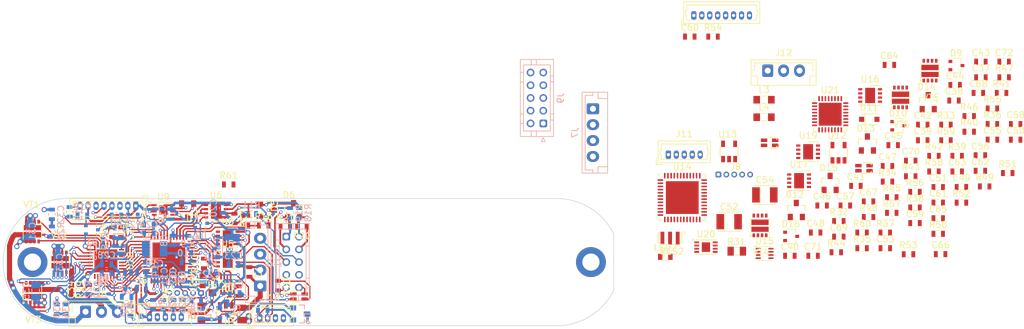
<source format=kicad_pcb>
(kicad_pcb (version 20171130) (host pcbnew "(5.1.9)-1")
  (layers (0 F.Cu signal) (1 In1.Cu signal hide) (2 In2.Cu signal) (31 B.Cu signal) (34 B.Paste user hide) (35 F.Paste user hide) (36 B.SilkS user hide) (37 F.SilkS user hide) (38 B.Mask user hide) (39 F.Mask user hide) (44 Edge.Cuts user))
  (net 0 "")
  (net 1 GND)
  (net 2 "Net-(C1-Pad2)")
  (net 3 +28V1)
  (net 4 "Net-(C14-Pad2)")
  (net 5 "Net-(C10-Pad1)")
  (net 6 "Net-(C11-Pad1)")
  (net 7 "Net-(C15-Pad2)")
  (net 8 "Net-(C18-Pad1)")
  (net 9 "Net-(C26-Pad1)")
  (net 10 "Net-(C27-Pad1)")
  (net 11 "Net-(C28-Pad1)")
  (net 12 +5V2)
  (net 13 "Net-(C62-Pad1)")
  (net 14 "Net-(C63-Pad1)")
  (net 15 "Net-(C66-Pad1)")
  (net 16 "Net-(C68-Pad1)")
  (net 17 "Net-(C70-Pad1)")
  (net 18 /ACE1/INT_A)
  (net 19 /ACE1/INT_B)
  (net 20 "Net-(D5-Pad1)")
  (net 21 "Net-(D5-Pad2)")
  (net 22 "Net-(D6-Pad2)")
  (net 23 "Net-(D6-Pad1)")
  (net 24 "Net-(D13-Pad2)")
  (net 25 "Net-(D13-Pad1)")
  (net 26 "Net-(D14-Pad1)")
  (net 27 "Net-(D14-Pad2)")
  (net 28 "Net-(J4-Pad2)")
  (net 29 "Net-(L2-Pad1)")
  (net 30 "Net-(L4-Pad1)")
  (net 31 "Net-(LED1-Pad1)")
  (net 32 "Net-(LED2-Pad1)")
  (net 33 "Net-(R2-Pad1)")
  (net 34 "Net-(R4-Pad2)")
  (net 35 "Net-(R16-Pad1)")
  (net 36 "Net-(R17-Pad2)")
  (net 37 "Net-(R23-Pad1)")
  (net 38 "Net-(R32-Pad1)")
  (net 39 "Net-(R34-Pad2)")
  (net 40 "Net-(R46-Pad1)")
  (net 41 "Net-(R47-Pad2)")
  (net 42 "Net-(R53-Pad1)")
  (net 43 /ACE1/HEART)
  (net 44 /ACE2/HEART)
  (net 45 "Net-(RES1-Pad3)")
  (net 46 "Net-(RES1-Pad1)")
  (net 47 "Net-(RES2-Pad1)")
  (net 48 "Net-(RES2-Pad3)")
  (net 49 "Net-(U3-Pad48)")
  (net 50 "Net-(U3-Pad47)")
  (net 51 "Net-(U3-Pad37)")
  (net 52 "Net-(U4-Pad6)")
  (net 53 "Net-(U8-Pad1)")
  (net 54 "Net-(U10-Pad17)")
  (net 55 "Net-(U10-Pad15)")
  (net 56 "Net-(U10-Pad13)")
  (net 57 "Net-(U10-Pad12)")
  (net 58 "Net-(U10-Pad10)")
  (net 59 "Net-(U10-Pad7)")
  (net 60 "Net-(U10-Pad5)")
  (net 61 /ACE2/SCS2)
  (net 62 "Net-(U14-Pad37)")
  (net 63 "Net-(U14-Pad47)")
  (net 64 "Net-(U14-Pad48)")
  (net 65 "Net-(U15-Pad6)")
  (net 66 "Net-(U19-Pad1)")
  (net 67 "Net-(U21-Pad5)")
  (net 68 "Net-(U21-Pad7)")
  (net 69 "Net-(U21-Pad10)")
  (net 70 "Net-(U21-Pad12)")
  (net 71 "Net-(U21-Pad13)")
  (net 72 "Net-(U21-Pad15)")
  (net 73 "Net-(U21-Pad17)")
  (net 74 "Net-(J10-Pad2)")
  (net 75 "Net-(C27-Pad2)")
  (net 76 "Net-(C30-Pad1)")
  (net 77 "Net-(C32-Pad1)")
  (net 78 "Net-(C34-Pad1)")
  (net 79 "Net-(C36-Pad1)")
  (net 80 "Net-(C37-Pad2)")
  (net 81 "Net-(C41-Pad1)")
  (net 82 "Net-(C45-Pad1)")
  (net 83 "Net-(C47-Pad1)")
  (net 84 "Net-(C51-Pad2)")
  (net 85 "Net-(C54-Pad1)")
  (net 86 "Net-(C63-Pad2)")
  (net 87 "Net-(C64-Pad1)")
  (net 88 "Net-(C72-Pad1)")
  (net 89 "Net-(J13-Pad4)")
  (net 90 "Net-(LED1-Pad2)")
  (net 91 "Net-(LED2-Pad2)")
  (net 92 /ACE1/+5V)
  (net 93 /ACE1/CURR)
  (net 94 /ACE1/+28V)
  (net 95 /ACE1/+ARM)
  (net 96 /ACE1/DCI)
  (net 97 /ACE1/U5V)
  (net 98 /ACE1/MOT_T)
  (net 99 /ACE1/MOT_EN)
  (net 100 /ACE2/+5V)
  (net 101 /ACE2/CURR)
  (net 102 /ACE2/+28V)
  (net 103 /ACE2/+ARM)
  (net 104 /ACE2/DCI)
  (net 105 /ACE2/U5V)
  (net 106 /ACE2/MOT_T)
  (net 107 /ACE2/MOT_EN)
  (net 108 /ACE1/DCO)
  (net 109 /ACE1/CANL)
  (net 110 /ACE1/CANH)
  (net 111 /ACE2/DCO)
  (net 112 /ACE2/CANH)
  (net 113 /ACE2/CANL)
  (net 114 /ACE1/VOLTP)
  (net 115 /ACE1/VOLTS)
  (net 116 /ACE1/RST)
  (net 117 /ACE1/SWC)
  (net 118 /ACE1/SWD)
  (net 119 /ACE1/OPTO_C)
  (net 120 /ACE1/DCOUT)
  (net 121 /ACE1/RS_Z)
  (net 122 /ACE1/RS_B)
  (net 123 /ACE1/OPTO_A)
  (net 124 /ACE1/DCIN)
  (net 125 /ACE1/RS_Y)
  (net 126 /ACE1/RS_A)
  (net 127 /ACE1/MISO)
  (net 128 /ACE1/SCLK)
  (net 129 /ACE1/MSCS)
  (net 130 "Net-(J5-Pad3)")
  (net 131 "Net-(J5-Pad4)")
  (net 132 "Net-(J5-Pad5)")
  (net 133 /ACE1/PHASE_C)
  (net 134 /ACE1/PHASE_B)
  (net 135 /ACE1/PHASE_A)
  (net 136 /ACE2/VOLTS)
  (net 137 /ACE2/VOLTP)
  (net 138 /ACE2/RST)
  (net 139 /ACE2/SWC)
  (net 140 /ACE2/SWD)
  (net 141 /ACE2/RS_A)
  (net 142 /ACE2/RS_Y)
  (net 143 /ACE2/DCIN)
  (net 144 /ACE2/OPTO_A)
  (net 145 /ACE2/RS_B)
  (net 146 /ACE2/RS_Z)
  (net 147 /ACE2/DCOUT)
  (net 148 /ACE2/OPTO_C)
  (net 149 /ACE2/MISO)
  (net 150 /ACE2/SCLK)
  (net 151 /ACE2/MSCS)
  (net 152 "Net-(J11-Pad3)")
  (net 153 "Net-(J11-Pad4)")
  (net 154 "Net-(J11-Pad5)")
  (net 155 /ACE2/PHASE_A)
  (net 156 /ACE2/PHASE_B)
  (net 157 /ACE2/PHASE_C)
  (net 158 /ACE1/H_A)
  (net 159 /ACE1/H_B)
  (net 160 /ACE1/H_C)
  (net 161 /ACE2/H_A)
  (net 162 /ACE2/H_B)
  (net 163 /ACE2/H_C)
  (net 164 /ACE1/CURRL)
  (net 165 /ACE1/MOSI)
  (net 166 /ACE1/SCS)
  (net 167 /ACE1/PWM)
  (net 168 /ACE1/MOT_DIR)
  (net 169 /ACE1/BRAKE)
  (net 170 /ACE1/TX_EXT)
  (net 171 /ACE1/CAN_R)
  (net 172 /ACE1/CAN_T)
  (net 173 /ACE1/RX_EXT)
  (net 174 /ACE1/DIR_EXT)
  (net 175 /ACE1/TE)
  (net 176 /ACE1/RX_INT)
  (net 177 /ACE1/DIR_INT)
  (net 178 /ACE1/TX_INT)
  (net 179 /ACE2/CURRL)
  (net 180 /ACE2/TX_INT)
  (net 181 /ACE2/DIR_INT)
  (net 182 /ACE2/RX_INT)
  (net 183 /ACE2/TE)
  (net 184 /ACE2/DIR_EXT)
  (net 185 /ACE2/RX_EXT)
  (net 186 /ACE2/CAN_T)
  (net 187 /ACE2/CAN_R)
  (net 188 /ACE2/TX_EXT)
  (net 189 /ACE2/BRAKE)
  (net 190 /ACE2/MOT_DIR)
  (net 191 /ACE2/PWM)
  (net 192 /ACE2/SCS)
  (net 193 /ACE2/MOSI)
  (net 194 /ACE1/MEN)
  (net 195 /ACE2/MEN)
  (module VolzLib:C0603 (layer B.Cu) (at 131.15 68.1 270)
    (fp_text reference C5 (at 0 1.43 270) (layer B.SilkS) (effects (justify mirror)))
    (fp_text value 10n)
    (pad 1 smd rect (at -0.75 0 270) (size 0.6 0.95) (layers B.Cu B.Paste B.Mask) (net 4 "Net-(C14-Pad2)"))
    (pad 2 smd rect (at 0.75 0 270) (size 0.6 0.95) (layers B.Cu B.Paste B.Mask) (net 94 /ACE1/+28V))
  )
  (module VolzLib:Conn_ARM_1x05 (layer F.Cu) (at 131.1 64.85 180)
    (fp_text reference J2 (at 2.7 -1.2) (layer F.SilkS))
    (fp_text value SW)
    (pad 5 thru_hole oval (at 5 0 180) (size 0.9 0.9) (drill 0.5) (layers *.Cu *.Mask) (net 116 /ACE1/RST))
    (pad 4 thru_hole oval (at 3.75 0 180) (size 0.9 0.9) (drill 0.5) (layers *.Cu *.Mask) (net 1 GND))
    (pad 3 thru_hole oval (at 2.5 0 180) (size 0.9 0.9) (drill 0.5) (layers *.Cu *.Mask) (net 117 /ACE1/SWC))
    (pad 2 thru_hole oval (at 1.25 0 180) (size 0.9 0.9) (drill 0.5) (layers *.Cu *.Mask) (net 118 /ACE1/SWD))
    (pad 1 thru_hole roundrect (at 0 0 180) (size 0.9 0.9) (drill 0.5) (layers *.Cu *.Mask) (net 95 /ACE1/+ARM))
  )
  (module VolzLib:R0603 (layer B.Cu) (at 128.15 66.7 90)
    (fp_text reference R27 (at 0 1.43 90) (layer B.SilkS) (effects (justify mirror)))
    (fp_text value 1k)
    (pad 2 smd rect (at 0.75 0 90) (size 0.6 0.95) (layers B.Cu B.Paste B.Mask) (net 160 /ACE1/H_C))
    (pad 1 smd rect (at -0.75 0 90) (size 0.6 0.95) (layers B.Cu B.Paste B.Mask) (net 132 "Net-(J5-Pad5)"))
  )
  (module VolzLib:L_0805 (layer F.Cu) (at 131.15 68.025 90)
    (fp_text reference L1 (at 0 -1.55 90) (layer F.SilkS))
    (fp_text value 10uH)
    (pad 1 smd rect (at -1.15 0 90) (size 1.05 1.2) (layers F.Cu F.Paste F.Mask) (net 94 /ACE1/+28V))
    (pad 2 smd rect (at 1.15 0 90) (size 1.05 1.2) (layers F.Cu F.Paste F.Mask) (net 4 "Net-(C14-Pad2)"))
  )
  (module VolzLib:JST_EH_B4B-EH-A_1x04_P2.50mm_Vertical (layer B.Cu) (at 140.4 63.75 90)
    (fp_text reference J1 (at 3.75 2.8 270) (layer B.SilkS) (effects (justify mirror)))
    (fp_text value PWR)
    (pad 1 thru_hole roundrect (at 0 0 90) (size 1.7 1.95) (drill 0.95) (layers *.Cu *.Mask) (roundrect_rratio 0.147059) (net 2 "Net-(C1-Pad2)"))
    (pad 2 thru_hole oval (at 2.5 0 90) (size 1.7 1.95) (drill 0.95) (layers *.Cu *.Mask) (net 1 GND))
    (pad 3 thru_hole oval (at 5 0 90) (size 1.7 1.95) (drill 0.95) (layers *.Cu *.Mask) (net 114 /ACE1/VOLTP))
    (pad 4 thru_hole oval (at 7.5 0 90) (size 1.7 1.95) (drill 0.95) (layers *.Cu *.Mask) (net 115 /ACE1/VOLTS))
  )
  (module VolzLib:CP_Tantal_1311 (layer B.Cu) (at 136 57.55 270)
    (fp_text reference C16 (at 0 2.35 90) (layer B.SilkS) (effects (justify mirror)))
    (fp_text value 10.0)
    (pad 2 smd rect (at 1.4 0 270) (size 1.2 2.4) (layers B.Cu B.Paste B.Mask) (net 1 GND))
    (pad 1 smd rect (at -1.4 0 270) (size 1.2 2.4) (layers B.Cu B.Paste B.Mask) (net 92 /ACE1/+5V))
  )
  (module VolzLib:C0603 (layer B.Cu) (at 128.1 62.35 270)
    (fp_text reference C3 (at 0 1.43 90) (layer B.SilkS) (effects (justify mirror)))
    (fp_text value 0.1)
    (pad 2 smd rect (at 0.75 0 270) (size 0.6 0.95) (layers B.Cu B.Paste B.Mask) (net 1 GND))
    (pad 1 smd rect (at -0.75 0 270) (size 0.6 0.95) (layers B.Cu B.Paste B.Mask) (net 93 /ACE1/CURR))
  )
  (module VolzLib:C0603 (layer B.Cu) (at 126.7 62.35 90)
    (fp_text reference C7 (at 0 1.43 90) (layer B.SilkS) (effects (justify mirror)))
    (fp_text value 1.0)
    (pad 1 smd rect (at -0.75 0 90) (size 0.6 0.95) (layers B.Cu B.Paste B.Mask) (net 95 /ACE1/+ARM))
    (pad 2 smd rect (at 0.75 0 90) (size 0.6 0.95) (layers B.Cu B.Paste B.Mask) (net 1 GND))
  )
  (module VolzLib:R0603 (layer B.Cu) (at 122.45 60.85 90)
    (fp_text reference R14 (at 0 1.43 90) (layer B.SilkS) (effects (justify mirror)))
    (fp_text value 10)
    (pad 1 smd rect (at -0.75 0 90) (size 0.6 0.95) (layers B.Cu B.Paste B.Mask) (net 95 /ACE1/+ARM))
    (pad 2 smd rect (at 0.75 0 90) (size 0.6 0.95) (layers B.Cu B.Paste B.Mask) (net 8 "Net-(C18-Pad1)"))
  )
  (module Package_DFN_QFN:DFN-8-1EP_3x3mm_P0.65mm_EP1.55x2.4mm (layer F.Cu) (at 135.3 59.7)
    (fp_text reference U5 (at 0 -2.55) (layer F.SilkS))
    (fp_text value THVD2410DRBR)
    (pad 1 smd rect (at -1.55 -0.975) (size 0.65 0.35) (layers F.Cu F.Paste F.Mask) (net 176 /ACE1/RX_INT))
    (pad 2 smd rect (at -1.55 -0.325) (size 0.65 0.35) (layers F.Cu F.Paste F.Mask) (net 177 /ACE1/DIR_INT))
    (pad 3 smd rect (at -1.55 0.325) (size 0.65 0.35) (layers F.Cu F.Paste F.Mask) (net 177 /ACE1/DIR_INT))
    (pad 4 smd rect (at -1.55 0.975) (size 0.65 0.35) (layers F.Cu F.Paste F.Mask) (net 178 /ACE1/TX_INT))
    (pad 5 smd rect (at 1.55 0.975) (size 0.65 0.35) (layers F.Cu F.Paste F.Mask) (net 1 GND))
    (pad 6 smd rect (at 1.55 0.325) (size 0.65 0.35) (layers F.Cu F.Paste F.Mask) (net 18 /ACE1/INT_A))
    (pad 7 smd rect (at 1.55 -0.325) (size 0.65 0.35) (layers F.Cu F.Paste F.Mask) (net 19 /ACE1/INT_B))
    (pad 8 smd rect (at 1.55 -0.975) (size 0.65 0.35) (layers F.Cu F.Paste F.Mask) (net 92 /ACE1/+5V))
    (pad 9 smd rect (at 0 0) (size 1.55 2.4) (layers F.Cu F.Mask) (net 1 GND))
  )
  (module Package_DFN_QFN:DFN-8-1EP_3x3mm_P0.65mm_EP1.55x2.4mm (layer F.Cu) (at 135.3 56.2)
    (fp_text reference U8 (at 0 -2.55) (layer F.SilkS))
    (fp_text value THVD2410DRBR)
    (pad 9 smd rect (at 0 0) (size 1.55 2.4) (layers F.Cu F.Mask) (net 1 GND))
    (pad 8 smd rect (at 1.55 -0.975) (size 0.65 0.35) (layers F.Cu F.Paste F.Mask) (net 92 /ACE1/+5V))
    (pad 7 smd rect (at 1.55 -0.325) (size 0.65 0.35) (layers F.Cu F.Paste F.Mask) (net 22 "Net-(D6-Pad2)"))
    (pad 6 smd rect (at 1.55 0.325) (size 0.65 0.35) (layers F.Cu F.Paste F.Mask) (net 23 "Net-(D6-Pad1)"))
    (pad 5 smd rect (at 1.55 0.975) (size 0.65 0.35) (layers F.Cu F.Paste F.Mask) (net 1 GND))
    (pad 4 smd rect (at -1.55 0.975) (size 0.65 0.35) (layers F.Cu F.Paste F.Mask) (net 170 /ACE1/TX_EXT))
    (pad 3 smd rect (at -1.55 0.325) (size 0.65 0.35) (layers F.Cu F.Paste F.Mask) (net 92 /ACE1/+5V))
    (pad 2 smd rect (at -1.55 -0.325) (size 0.65 0.35) (layers F.Cu F.Paste F.Mask) (net 92 /ACE1/+5V))
    (pad 1 smd rect (at -1.55 -0.975) (size 0.65 0.35) (layers F.Cu F.Paste F.Mask) (net 53 "Net-(U8-Pad1)"))
  )
  (module VolzLib:DFN-8-1EP_3x2mm_P0.5mm_EP1.3x1.5mm (layer F.Cu) (at 125.2 51.8)
    (fp_text reference U9 (at 0 -2.05) (layer F.SilkS))
    (fp_text value MCP2542FDT)
    (pad 1 smd rect (at -1.45 -0.75) (size 0.75 0.3) (layers F.Cu F.Paste F.Mask) (net 172 /ACE1/CAN_T))
    (pad 2 smd rect (at -1.45 -0.25) (size 0.75 0.3) (layers F.Cu F.Paste F.Mask) (net 1 GND))
    (pad 3 smd rect (at -1.45 0.25) (size 0.75 0.3) (layers F.Cu F.Paste F.Mask) (net 92 /ACE1/+5V))
    (pad 4 smd rect (at -1.45 0.75) (size 0.75 0.3) (layers F.Cu F.Paste F.Mask) (net 171 /ACE1/CAN_R))
    (pad 5 smd rect (at 1.45 0.75) (size 0.75 0.3) (layers F.Cu F.Paste F.Mask) (net 92 /ACE1/+5V))
    (pad 6 smd rect (at 1.45 0.25) (size 0.75 0.3) (layers F.Cu F.Paste F.Mask) (net 109 /ACE1/CANL))
    (pad 7 smd rect (at 1.45 -0.25) (size 0.75 0.3) (layers F.Cu F.Paste F.Mask) (net 110 /ACE1/CANH))
    (pad 8 smd rect (at 1.45 -0.75) (size 0.75 0.3) (layers F.Cu F.Paste F.Mask) (net 1 GND))
    (pad EP smd rect (at 0 0) (size 1.3 1.5) (layers F.Cu F.Paste F.Mask) (net 1 GND))
  )
  (module VolzLib:JST_EH_B3B-EH-A_1x03_P2.50mm_Vertical (layer F.Cu) (at 112.95 67.8)
    (fp_text reference J6 (at 2.5 -2.8) (layer F.SilkS))
    (fp_text value Conn_JST_B3B_EH_01x03)
    (pad 3 thru_hole oval (at 5 0) (size 1.7 1.95) (drill 0.95) (layers *.Cu *.Mask) (net 133 /ACE1/PHASE_C))
    (pad 2 thru_hole oval (at 2.5 0) (size 1.7 1.95) (drill 0.95) (layers *.Cu *.Mask) (net 134 /ACE1/PHASE_B))
    (pad 1 thru_hole roundrect (at 0 0) (size 1.7 1.95) (drill 0.95) (layers *.Cu *.Mask) (roundrect_rratio 0.147059) (net 135 /ACE1/PHASE_A))
  )
  (module MountingHole:MountingHole_2.7mm_M2.5_DIN965_Pad (layer F.Cu) (at 104.61 60)
    (fp_text reference REF** hide)
    (fp_text value MountingHole_2.7mm_M2.5_DIN965_Pad hide)
    (pad 1 thru_hole circle (at 0 0) (size 4.7 4.7) (drill 2.7) (layers *.Cu *.Mask))
  )
  (module MountingHole:MountingHole_2.7mm_M2.5_DIN965_Pad (layer F.Cu) (at 192.39 60)
    (fp_text reference REF** hide)
    (fp_text value MountingHole_2.7mm_M2.5_DIN965_Pad hide)
    (pad 1 thru_hole circle (at 0 0) (size 4.7 4.7) (drill 2.7) (layers *.Cu *.Mask))
  )
  (module VolzLib:C0603 (layer F.Cu) (at 138.7 61.55 270)
    (fp_text reference C1 (at 0 -1.43 270) (layer F.SilkS))
    (fp_text value 1.0)
    (pad 1 smd rect (at -0.75 0 270) (size 0.6 0.95) (layers F.Cu F.Paste F.Mask) (net 1 GND))
    (pad 2 smd rect (at 0.75 0 270) (size 0.6 0.95) (layers F.Cu F.Paste F.Mask) (net 2 "Net-(C1-Pad2)"))
  )
  (module VolzLib:C0603 (layer B.Cu) (at 135.35 67.5 90)
    (fp_text reference C2 (at 0 1.43 90) (layer B.SilkS) (effects (justify mirror)))
    (fp_text value 0.1)
    (pad 2 smd rect (at 0.75 0 90) (size 0.6 0.95) (layers B.Cu B.Paste B.Mask) (net 1 GND))
    (pad 1 smd rect (at -0.75 0 90) (size 0.6 0.95) (layers B.Cu B.Paste B.Mask) (net 92 /ACE1/+5V))
  )
  (module VolzLib:C0603 (layer B.Cu) (at 133.95 68 270)
    (fp_text reference C4 (at 0 1.43 90) (layer B.SilkS) (effects (justify mirror)))
    (fp_text value 10n)
    (pad 2 smd rect (at 0.75 0 270) (size 0.6 0.95) (layers B.Cu B.Paste B.Mask) (net 94 /ACE1/+28V))
    (pad 1 smd rect (at -0.75 0 270) (size 0.6 0.95) (layers B.Cu B.Paste B.Mask) (net 1 GND))
  )
  (module VolzLib:C0603 (layer F.Cu) (at 121.675 64.325)
    (fp_text reference C6 (at 0 -1.43 180) (layer F.SilkS))
    (fp_text value 0.1)
    (pad 2 smd rect (at 0.75 0) (size 0.6 0.95) (layers F.Cu F.Paste F.Mask) (net 1 GND))
    (pad 1 smd rect (at -0.75 0) (size 0.6 0.95) (layers F.Cu F.Paste F.Mask) (net 92 /ACE1/+5V))
  )
  (module VolzLib:C0603 (layer B.Cu) (at 126.7 56.6 270)
    (fp_text reference C8 (at 0 1.43 270) (layer B.SilkS) (effects (justify mirror)))
    (fp_text value 0.1)
    (pad 1 smd rect (at -0.75 0 270) (size 0.6 0.95) (layers B.Cu B.Paste B.Mask) (net 95 /ACE1/+ARM))
    (pad 2 smd rect (at 0.75 0 270) (size 0.6 0.95) (layers B.Cu B.Paste B.Mask) (net 1 GND))
  )
  (module VolzLib:C0603 (layer B.Cu) (at 128.8 58.6 180)
    (fp_text reference C9 (at 0 1.43) (layer B.SilkS) (effects (justify mirror)))
    (fp_text value 1.0)
    (pad 2 smd rect (at 0.75 0 180) (size 0.6 0.95) (layers B.Cu B.Paste B.Mask) (net 1 GND))
    (pad 1 smd rect (at -0.75 0 180) (size 0.6 0.95) (layers B.Cu B.Paste B.Mask) (net 5 "Net-(C10-Pad1)"))
  )
  (module VolzLib:C0603 (layer B.Cu) (at 128.8 60 180)
    (fp_text reference C10 (at 0 1.43) (layer B.SilkS) (effects (justify mirror)))
    (fp_text value 0.1)
    (pad 1 smd rect (at -0.75 0 180) (size 0.6 0.95) (layers B.Cu B.Paste B.Mask) (net 5 "Net-(C10-Pad1)"))
    (pad 2 smd rect (at 0.75 0 180) (size 0.6 0.95) (layers B.Cu B.Paste B.Mask) (net 1 GND))
  )
  (module VolzLib:C0603 (layer B.Cu) (at 123.9 62.25 90)
    (fp_text reference C11 (at 0 1.43 90) (layer B.SilkS) (effects (justify mirror)))
    (fp_text value 1.0)
    (pad 1 smd rect (at -0.75 0 90) (size 0.6 0.95) (layers B.Cu B.Paste B.Mask) (net 6 "Net-(C11-Pad1)"))
    (pad 2 smd rect (at 0.75 0 90) (size 0.6 0.95) (layers B.Cu B.Paste B.Mask) (net 1 GND))
  )
  (module VolzLib:C0603 (layer B.Cu) (at 125.3 62.25 90)
    (fp_text reference C12 (at 0 1.43 90) (layer B.SilkS) (effects (justify mirror)))
    (fp_text value 0.1)
    (pad 1 smd rect (at -0.75 0 90) (size 0.6 0.95) (layers B.Cu B.Paste B.Mask) (net 6 "Net-(C11-Pad1)"))
    (pad 2 smd rect (at 0.75 0 90) (size 0.6 0.95) (layers B.Cu B.Paste B.Mask) (net 1 GND))
  )
  (module VolzLib:C0603 (layer B.Cu) (at 118.3 54.55 180)
    (fp_text reference C13 (at 0 1.43) (layer B.SilkS) (effects (justify mirror)))
    (fp_text value 0.1)
    (pad 1 smd rect (at -0.75 0 180) (size 0.6 0.95) (layers B.Cu B.Paste B.Mask) (net 96 /ACE1/DCI))
    (pad 2 smd rect (at 0.75 0 180) (size 0.6 0.95) (layers B.Cu B.Paste B.Mask) (net 1 GND))
  )
  (module VolzLib:C0603 (layer B.Cu) (at 136.4 64.9 180)
    (fp_text reference C14 (at 0 1.43) (layer B.SilkS) (effects (justify mirror)))
    (fp_text value 1.0)
    (pad 2 smd rect (at 0.75 0 180) (size 0.6 0.95) (layers B.Cu B.Paste B.Mask) (net 4 "Net-(C14-Pad2)"))
    (pad 1 smd rect (at -0.75 0 180) (size 0.6 0.95) (layers B.Cu B.Paste B.Mask) (net 1 GND))
  )
  (module VolzLib:C0603 (layer F.Cu) (at 137 64.55 90)
    (fp_text reference C15 (at 0 -1.43 90) (layer F.SilkS))
    (fp_text value 1.0)
    (pad 2 smd rect (at 0.75 0 90) (size 0.6 0.95) (layers F.Cu F.Paste F.Mask) (net 7 "Net-(C15-Pad2)"))
    (pad 1 smd rect (at -0.75 0 90) (size 0.6 0.95) (layers F.Cu F.Paste F.Mask) (net 1 GND))
  )
  (module VolzLib:C0603 (layer B.Cu) (at 122.9 54.1)
    (fp_text reference C17 (at 0 1.43) (layer B.SilkS) (effects (justify mirror)))
    (fp_text value 0.1)
    (pad 2 smd rect (at 0.75 0) (size 0.6 0.95) (layers B.Cu B.Paste B.Mask) (net 1 GND))
    (pad 1 smd rect (at -0.75 0) (size 0.6 0.95) (layers B.Cu B.Paste B.Mask) (net 97 /ACE1/U5V))
  )
  (module VolzLib:CP_Tantal_1311 (layer B.Cu) (at 123.8 57.9)
    (fp_text reference C18 (at 0 2.35) (layer B.SilkS) (effects (justify mirror)))
    (fp_text value 330.0)
    (pad 1 smd rect (at -1.4 0) (size 1.2 2.4) (layers B.Cu B.Paste B.Mask) (net 8 "Net-(C18-Pad1)"))
    (pad 2 smd rect (at 1.4 0) (size 1.2 2.4) (layers B.Cu B.Paste B.Mask) (net 1 GND))
  )
  (module VolzLib:C0603 (layer B.Cu) (at 126.45 52.45 270)
    (fp_text reference C19 (at 0 1.43 90) (layer B.SilkS) (effects (justify mirror)))
    (fp_text value 0.1)
    (pad 1 smd rect (at -0.75 0 270) (size 0.6 0.95) (layers B.Cu B.Paste B.Mask) (net 92 /ACE1/+5V))
    (pad 2 smd rect (at 0.75 0 270) (size 0.6 0.95) (layers B.Cu B.Paste B.Mask) (net 1 GND))
  )
  (module VolzLib:C0603 (layer B.Cu) (at 134.5 51.5 270)
    (fp_text reference C20 (at 0 1.43 90) (layer B.SilkS) (effects (justify mirror)))
    (fp_text value 0.1)
    (pad 1 smd rect (at -0.75 0 270) (size 0.6 0.95) (layers B.Cu B.Paste B.Mask) (net 92 /ACE1/+5V))
    (pad 2 smd rect (at 0.75 0 270) (size 0.6 0.95) (layers B.Cu B.Paste B.Mask) (net 1 GND))
  )
  (module VolzLib:C0603 (layer B.Cu) (at 133.65 58.45 270)
    (fp_text reference C21 (at 0 1.43 90) (layer B.SilkS) (effects (justify mirror)))
    (fp_text value 0.1)
    (pad 1 smd rect (at -0.75 0 270) (size 0.6 0.95) (layers B.Cu B.Paste B.Mask) (net 92 /ACE1/+5V))
    (pad 2 smd rect (at 0.75 0 270) (size 0.6 0.95) (layers B.Cu B.Paste B.Mask) (net 1 GND))
  )
  (module VolzLib:C0603 (layer B.Cu) (at 132.7 63.35 180)
    (fp_text reference C22 (at 0 1.43) (layer B.SilkS) (effects (justify mirror)))
    (fp_text value 0.1)
    (pad 2 smd rect (at 0.75 0 180) (size 0.6 0.95) (layers B.Cu B.Paste B.Mask) (net 1 GND))
    (pad 1 smd rect (at -0.75 0 180) (size 0.6 0.95) (layers B.Cu B.Paste B.Mask) (net 92 /ACE1/+5V))
  )
  (module VolzLib:C0603 (layer B.Cu) (at 136.2 60.45 180)
    (fp_text reference C23 (at 0 1.43) (layer B.SilkS) (effects (justify mirror)))
    (fp_text value 0.1)
    (pad 1 smd rect (at -0.75 0 180) (size 0.6 0.95) (layers B.Cu B.Paste B.Mask) (net 92 /ACE1/+5V))
    (pad 2 smd rect (at 0.75 0 180) (size 0.6 0.95) (layers B.Cu B.Paste B.Mask) (net 1 GND))
  )
  (module VolzLib:C0603 (layer B.Cu) (at 115.65 58.35 270)
    (fp_text reference C25 (at 0 1.43 90) (layer B.SilkS) (effects (justify mirror)))
    (fp_text value 0.1)
    (pad 1 smd rect (at -0.75 0 270) (size 0.6 0.95) (layers B.Cu B.Paste B.Mask) (net 94 /ACE1/+28V))
    (pad 2 smd rect (at 0.75 0 270) (size 0.6 0.95) (layers B.Cu B.Paste B.Mask) (net 1 GND))
  )
  (module VolzLib:C0603 (layer F.Cu) (at 117.15 55.3 90)
    (fp_text reference C26 (at 0 -1.43 90) (layer F.SilkS))
    (fp_text value 1.0)
    (pad 2 smd rect (at 0.75 0 90) (size 0.6 0.95) (layers F.Cu F.Paste F.Mask) (net 94 /ACE1/+28V))
    (pad 1 smd rect (at -0.75 0 90) (size 0.6 0.95) (layers F.Cu F.Paste F.Mask) (net 9 "Net-(C26-Pad1)"))
  )
  (module VolzLib:C0603 (layer F.Cu) (at 118.55 55.3 270)
    (fp_text reference C27 (at 0 -1.43 90) (layer F.SilkS))
    (fp_text value 0.1)
    (pad 2 smd rect (at 0.75 0 270) (size 0.6 0.95) (layers F.Cu F.Paste F.Mask) (net 75 "Net-(C27-Pad2)"))
    (pad 1 smd rect (at -0.75 0 270) (size 0.6 0.95) (layers F.Cu F.Paste F.Mask) (net 10 "Net-(C27-Pad1)"))
  )
  (module VolzLib:C0603 (layer B.Cu) (at 116.25 60.35 180)
    (fp_text reference C28 (at 0 1.43) (layer B.SilkS) (effects (justify mirror)))
    (fp_text value 1.0)
    (pad 1 smd rect (at -0.75 0 180) (size 0.6 0.95) (layers B.Cu B.Paste B.Mask) (net 11 "Net-(C28-Pad1)"))
    (pad 2 smd rect (at 0.75 0 180) (size 0.6 0.95) (layers B.Cu B.Paste B.Mask) (net 1 GND))
  )
  (module VolzLib:C0603 (layer B.Cu) (at 113.35 64.25 90)
    (fp_text reference C29 (at 0 1.43 90) (layer B.SilkS) (effects (justify mirror)))
    (fp_text value 1.0)
    (pad 1 smd rect (at -0.75 0 90) (size 0.6 0.95) (layers B.Cu B.Paste B.Mask) (net 194 /ACE1/MEN))
    (pad 2 smd rect (at 0.75 0 90) (size 0.6 0.95) (layers B.Cu B.Paste B.Mask) (net 1 GND))
  )
  (module VolzLib:C0603 (layer B.Cu) (at 122.9 55.5 180)
    (fp_text reference C24 (at 0 1.43) (layer B.SilkS) (effects (justify mirror)))
    (fp_text value 1.0)
    (pad 1 smd rect (at -0.75 0 180) (size 0.6 0.95) (layers B.Cu B.Paste B.Mask) (net 1 GND))
    (pad 2 smd rect (at 0.75 0 180) (size 0.6 0.95) (layers B.Cu B.Paste B.Mask) (net 98 /ACE1/MOT_T))
  )
  (module VolzLib:C0603 (layer B.Cu) (at 107.65 52.5 90)
    (fp_text reference C32 (at 0 1.43 90) (layer B.SilkS) (effects (justify mirror)))
    (fp_text value 2n7)
    (pad 2 smd rect (at 0.75 0 90) (size 0.6 0.95) (layers B.Cu B.Paste B.Mask) (net 1 GND))
    (pad 1 smd rect (at -0.75 0 90) (size 0.6 0.95) (layers B.Cu B.Paste B.Mask) (net 77 "Net-(C32-Pad1)"))
  )
  (module VolzLib:C0603 (layer F.Cu) (at 112.1 64.35 90)
    (fp_text reference C34 (at 0 -1.43 90) (layer F.SilkS))
    (fp_text value 2n7)
    (pad 2 smd rect (at 0.75 0 90) (size 0.6 0.95) (layers F.Cu F.Paste F.Mask) (net 1 GND))
    (pad 1 smd rect (at -0.75 0 90) (size 0.6 0.95) (layers F.Cu F.Paste F.Mask) (net 78 "Net-(C34-Pad1)"))
  )
  (module VolzLib:C0603 (layer B.Cu) (at 108.45 67.4 90)
    (fp_text reference C36 (at 0 1.43 270) (layer B.SilkS) (effects (justify mirror)))
    (fp_text value 2n7)
    (pad 2 smd rect (at 0.75 0 90) (size 0.6 0.95) (layers B.Cu B.Paste B.Mask) (net 1 GND))
    (pad 1 smd rect (at -0.75 0 90) (size 0.6 0.95) (layers B.Cu B.Paste B.Mask) (net 79 "Net-(C36-Pad1)"))
  )
  (module VolzLib:C0603 (layer F.Cu) (at 253.685001 30.955001)
    (fp_text reference C37 (at 0 -1.43) (layer F.SilkS))
    (fp_text value 1.0)
    (pad 1 smd rect (at -0.75 0) (size 0.6 0.95) (layers F.Cu F.Paste F.Mask) (net 1 GND))
    (pad 2 smd rect (at 0.75 0) (size 0.6 0.95) (layers F.Cu F.Paste F.Mask) (net 80 "Net-(C37-Pad2)"))
  )
  (module VolzLib:C0603 (layer F.Cu) (at 249.455001 34.605001)
    (fp_text reference C38 (at 0 -1.43) (layer F.SilkS))
    (fp_text value 0.1)
    (pad 1 smd rect (at -0.75 0) (size 0.6 0.95) (layers F.Cu F.Paste F.Mask) (net 100 /ACE2/+5V))
    (pad 2 smd rect (at 0.75 0) (size 0.6 0.95) (layers F.Cu F.Paste F.Mask) (net 1 GND))
  )
  (module VolzLib:C0603 (layer F.Cu) (at 244.545001 40.855001)
    (fp_text reference C39 (at 0 -1.43) (layer F.SilkS))
    (fp_text value 0.1)
    (pad 2 smd rect (at 0.75 0) (size 0.6 0.95) (layers F.Cu F.Paste F.Mask) (net 1 GND))
    (pad 1 smd rect (at -0.75 0) (size 0.6 0.95) (layers F.Cu F.Paste F.Mask) (net 101 /ACE2/CURR))
  )
  (module VolzLib:C0603 (layer F.Cu) (at 223.655001 59.005001)
    (fp_text reference C40 (at 0 -1.43) (layer F.SilkS))
    (fp_text value 10n)
    (pad 2 smd rect (at 0.75 0) (size 0.6 0.95) (layers F.Cu F.Paste F.Mask) (net 102 /ACE2/+28V))
    (pad 1 smd rect (at -0.75 0) (size 0.6 0.95) (layers F.Cu F.Paste F.Mask) (net 1 GND))
  )
  (module VolzLib:C0603 (layer F.Cu) (at 234.035001 48.015001)
    (fp_text reference C41 (at 0 -1.43) (layer F.SilkS))
    (fp_text value 10n)
    (pad 2 smd rect (at 0.75 0) (size 0.6 0.95) (layers F.Cu F.Paste F.Mask) (net 102 /ACE2/+28V))
    (pad 1 smd rect (at -0.75 0) (size 0.6 0.95) (layers F.Cu F.Paste F.Mask) (net 81 "Net-(C41-Pad1)"))
  )
  (module VolzLib:C0603 (layer F.Cu) (at 244.545001 38.405001)
    (fp_text reference C42 (at 0 -1.43) (layer F.SilkS))
    (fp_text value 0.1)
    (pad 1 smd rect (at -0.75 0) (size 0.6 0.95) (layers F.Cu F.Paste F.Mask) (net 100 /ACE2/+5V))
    (pad 2 smd rect (at 0.75 0) (size 0.6 0.95) (layers F.Cu F.Paste F.Mask) (net 1 GND))
  )
  (module VolzLib:C0603 (layer F.Cu) (at 253.685001 28.505001)
    (fp_text reference C43 (at 0 -1.43) (layer F.SilkS))
    (fp_text value 1.0)
    (pad 1 smd rect (at -0.75 0) (size 0.6 0.95) (layers F.Cu F.Paste F.Mask) (net 103 /ACE2/+ARM))
    (pad 2 smd rect (at 0.75 0) (size 0.6 0.95) (layers F.Cu F.Paste F.Mask) (net 1 GND))
  )
  (module VolzLib:C0603 (layer F.Cu) (at 249.635001 32.155001)
    (fp_text reference C44 (at 0 -1.43) (layer F.SilkS))
    (fp_text value 0.1)
    (pad 2 smd rect (at 0.75 0) (size 0.6 0.95) (layers F.Cu F.Paste F.Mask) (net 1 GND))
    (pad 1 smd rect (at -0.75 0) (size 0.6 0.95) (layers F.Cu F.Paste F.Mask) (net 103 /ACE2/+ARM))
  )
  (module VolzLib:C0603 (layer F.Cu) (at 239.895001 41.615001)
    (fp_text reference C45 (at 0 -1.43) (layer F.SilkS))
    (fp_text value 1.0)
    (pad 1 smd rect (at -0.75 0) (size 0.6 0.95) (layers F.Cu F.Paste F.Mask) (net 82 "Net-(C45-Pad1)"))
    (pad 2 smd rect (at 0.75 0) (size 0.6 0.95) (layers F.Cu F.Paste F.Mask) (net 1 GND))
  )
  (module VolzLib:C0603 (layer F.Cu) (at 228.725001 51.105001)
    (fp_text reference C46 (at 0 -1.43) (layer F.SilkS))
    (fp_text value 0.1)
    (pad 1 smd rect (at -0.75 0) (size 0.6 0.95) (layers F.Cu F.Paste F.Mask) (net 82 "Net-(C45-Pad1)"))
    (pad 2 smd rect (at 0.75 0) (size 0.6 0.95) (layers F.Cu F.Paste F.Mask) (net 1 GND))
  )
  (module VolzLib:C0603 (layer F.Cu) (at 239.005001 44.905001)
    (fp_text reference C47 (at 0 -1.43) (layer F.SilkS))
    (fp_text value 1.0)
    (pad 2 smd rect (at 0.75 0) (size 0.6 0.95) (layers F.Cu F.Paste F.Mask) (net 1 GND))
    (pad 1 smd rect (at -0.75 0) (size 0.6 0.95) (layers F.Cu F.Paste F.Mask) (net 83 "Net-(C47-Pad1)"))
  )
  (module VolzLib:C0603 (layer F.Cu) (at 227.705001 55.355001)
    (fp_text reference C48 (at 0 -1.43) (layer F.SilkS))
    (fp_text value 0.1)
    (pad 1 smd rect (at -0.75 0) (size 0.6 0.95) (layers F.Cu F.Paste F.Mask) (net 83 "Net-(C47-Pad1)"))
    (pad 2 smd rect (at 0.75 0) (size 0.6 0.95) (layers F.Cu F.Paste F.Mask) (net 1 GND))
  )
  (module VolzLib:C0603 (layer F.Cu) (at 250.625001 48.205001)
    (fp_text reference C49 (at 0 -1.43) (layer F.SilkS))
    (fp_text value 0.1)
    (pad 2 smd rect (at 0.75 0) (size 0.6 0.95) (layers F.Cu F.Paste F.Mask) (net 1 GND))
    (pad 1 smd rect (at -0.75 0) (size 0.6 0.95) (layers F.Cu F.Paste F.Mask) (net 104 /ACE2/DCI))
  )
  (module VolzLib:C0603 (layer F.Cu) (at 259.145001 40.755001)
    (fp_text reference C50 (at 0 -1.43) (layer F.SilkS))
    (fp_text value 1.0)
    (pad 1 smd rect (at -0.75 0) (size 0.6 0.95) (layers F.Cu F.Paste F.Mask) (net 1 GND))
    (pad 2 smd rect (at 0.75 0) (size 0.6 0.95) (layers F.Cu F.Paste F.Mask) (net 81 "Net-(C41-Pad1)"))
  )
  (module VolzLib:C0603 (layer F.Cu) (at 246.975001 48.205001)
    (fp_text reference C51 (at 0 -1.43) (layer F.SilkS))
    (fp_text value 1.0)
    (pad 2 smd rect (at 0.75 0) (size 0.6 0.95) (layers F.Cu F.Paste F.Mask) (net 84 "Net-(C51-Pad2)"))
    (pad 1 smd rect (at -0.75 0) (size 0.6 0.95) (layers F.Cu F.Paste F.Mask) (net 1 GND))
  )
  (module VolzLib:CP_Tantal_1311 (layer F.Cu) (at 214.115001 53.645001)
    (fp_text reference C52 (at 0 -2.35) (layer F.SilkS))
    (fp_text value 10.0)
    (pad 2 smd rect (at 1.4 0) (size 1.2 2.4) (layers F.Cu F.Paste F.Mask) (net 1 GND))
    (pad 1 smd rect (at -1.4 0) (size 1.2 2.4) (layers F.Cu F.Paste F.Mask) (net 100 /ACE2/+5V))
  )
  (module VolzLib:C0603 (layer F.Cu) (at 238.655001 57.815001)
    (fp_text reference C53 (at 0 -1.43) (layer F.SilkS))
    (fp_text value 0.1)
    (pad 1 smd rect (at -0.75 0) (size 0.6 0.95) (layers F.Cu F.Paste F.Mask) (net 105 /ACE2/U5V))
    (pad 2 smd rect (at 0.75 0) (size 0.6 0.95) (layers F.Cu F.Paste F.Mask) (net 1 GND))
  )
  (module VolzLib:CP_Tantal_1311 (layer F.Cu) (at 219.725001 49.435001)
    (fp_text reference C54 (at 0 -2.35) (layer F.SilkS))
    (fp_text value 330.0)
    (pad 1 smd rect (at -1.4 0) (size 1.2 2.4) (layers F.Cu F.Paste F.Mask) (net 85 "Net-(C54-Pad1)"))
    (pad 2 smd rect (at 1.4 0) (size 1.2 2.4) (layers F.Cu F.Paste F.Mask) (net 1 GND))
  )
  (module VolzLib:C0603 (layer F.Cu) (at 255.495001 40.755001)
    (fp_text reference C55 (at 0 -1.43) (layer F.SilkS))
    (fp_text value 0.1)
    (pad 2 smd rect (at 0.75 0) (size 0.6 0.95) (layers F.Cu F.Paste F.Mask) (net 1 GND))
    (pad 1 smd rect (at -0.75 0) (size 0.6 0.95) (layers F.Cu F.Paste F.Mask) (net 100 /ACE2/+5V))
  )
  (module VolzLib:C0603 (layer F.Cu) (at 253.605001 43.205001)
    (fp_text reference C56 (at 0 -1.43) (layer F.SilkS))
    (fp_text value 0.1)
    (pad 1 smd rect (at -0.75 0) (size 0.6 0.95) (layers F.Cu F.Paste F.Mask) (net 100 /ACE2/+5V))
    (pad 2 smd rect (at 0.75 0) (size 0.6 0.95) (layers F.Cu F.Paste F.Mask) (net 1 GND))
  )
  (module VolzLib:C0603 (layer F.Cu) (at 232.375001 51.105001)
    (fp_text reference C57 (at 0 -1.43) (layer F.SilkS))
    (fp_text value 0.1)
    (pad 2 smd rect (at 0.75 0) (size 0.6 0.95) (layers F.Cu F.Paste F.Mask) (net 1 GND))
    (pad 1 smd rect (at -0.75 0) (size 0.6 0.95) (layers F.Cu F.Paste F.Mask) (net 100 /ACE2/+5V))
  )
  (module VolzLib:C0603 (layer F.Cu) (at 259.145001 38.305001)
    (fp_text reference C58 (at 0 -1.43) (layer F.SilkS))
    (fp_text value 0.1)
    (pad 2 smd rect (at 0.75 0) (size 0.6 0.95) (layers F.Cu F.Paste F.Mask) (net 1 GND))
    (pad 1 smd rect (at -0.75 0) (size 0.6 0.95) (layers F.Cu F.Paste F.Mask) (net 100 /ACE2/+5V))
  )
  (module VolzLib:C0603 (layer F.Cu) (at 243.325001 53.865001)
    (fp_text reference C59 (at 0 -1.43) (layer F.SilkS))
    (fp_text value 0.1)
    (pad 1 smd rect (at -0.75 0) (size 0.6 0.95) (layers F.Cu F.Paste F.Mask) (net 100 /ACE2/+5V))
    (pad 2 smd rect (at 0.75 0) (size 0.6 0.95) (layers F.Cu F.Paste F.Mask) (net 1 GND))
  )
  (module VolzLib:C0603 (layer F.Cu) (at 246.975001 50.655001)
    (fp_text reference C61 (at 0 -1.43) (layer F.SilkS))
    (fp_text value 0.1)
    (pad 1 smd rect (at -0.75 0) (size 0.6 0.95) (layers F.Cu F.Paste F.Mask) (net 102 /ACE2/+28V))
    (pad 2 smd rect (at 0.75 0) (size 0.6 0.95) (layers F.Cu F.Paste F.Mask) (net 1 GND))
  )
  (module VolzLib:C0603 (layer F.Cu) (at 253.605001 45.655001)
    (fp_text reference C62 (at 0 -1.43) (layer F.SilkS))
    (fp_text value 1.0)
    (pad 1 smd rect (at -0.75 0) (size 0.6 0.95) (layers F.Cu F.Paste F.Mask) (net 13 "Net-(C62-Pad1)"))
    (pad 2 smd rect (at 0.75 0) (size 0.6 0.95) (layers F.Cu F.Paste F.Mask) (net 102 /ACE2/+28V))
  )
  (module VolzLib:C0603 (layer F.Cu) (at 249.955001 45.755001)
    (fp_text reference C63 (at 0 -1.43) (layer F.SilkS))
    (fp_text value 0.1)
    (pad 2 smd rect (at 0.75 0) (size 0.6 0.95) (layers F.Cu F.Paste F.Mask) (net 86 "Net-(C63-Pad2)"))
    (pad 1 smd rect (at -0.75 0) (size 0.6 0.95) (layers F.Cu F.Paste F.Mask) (net 14 "Net-(C63-Pad1)"))
  )
  (module VolzLib:C0603 (layer F.Cu) (at 246.975001 53.105001)
    (fp_text reference C65 (at 0 -1.43) (layer F.SilkS))
    (fp_text value 1.0)
    (pad 2 smd rect (at 0.75 0) (size 0.6 0.95) (layers F.Cu F.Paste F.Mask) (net 1 GND))
    (pad 1 smd rect (at -0.75 0) (size 0.6 0.95) (layers F.Cu F.Paste F.Mask) (net 195 /ACE2/MEN))
  )
  (module VolzLib:C0603 (layer F.Cu) (at 236.025001 50.465001)
    (fp_text reference C67 (at 0 -1.43) (layer F.SilkS))
    (fp_text value 1.0)
    (pad 1 smd rect (at -0.75 0) (size 0.6 0.95) (layers F.Cu F.Paste F.Mask) (net 1 GND))
    (pad 2 smd rect (at 0.75 0) (size 0.6 0.95) (layers F.Cu F.Paste F.Mask) (net 102 /ACE2/+28V))
  )
  (module VolzLib:C0603 (layer F.Cu) (at 253.285001 33.405001)
    (fp_text reference C68 (at 0 -1.43) (layer F.SilkS))
    (fp_text value 2n7)
    (pad 1 smd rect (at -0.75 0) (size 0.6 0.95) (layers F.Cu F.Paste F.Mask) (net 16 "Net-(C68-Pad1)"))
    (pad 2 smd rect (at 0.75 0) (size 0.6 0.95) (layers F.Cu F.Paste F.Mask) (net 1 GND))
  )
  (module VolzLib:C0603 (layer F.Cu) (at 231.355001 56.005001)
    (fp_text reference C69 (at 0 -1.43) (layer F.SilkS))
    (fp_text value 1.0)
    (pad 2 smd rect (at 0.75 0) (size 0.6 0.95) (layers F.Cu F.Paste F.Mask) (net 102 /ACE2/+28V))
    (pad 1 smd rect (at -0.75 0) (size 0.6 0.95) (layers F.Cu F.Paste F.Mask) (net 1 GND))
  )
  (module VolzLib:C0603 (layer F.Cu) (at 242.655001 44.065001)
    (fp_text reference C70 (at 0 -1.43) (layer F.SilkS))
    (fp_text value 2n7)
    (pad 2 smd rect (at 0.75 0) (size 0.6 0.95) (layers F.Cu F.Paste F.Mask) (net 1 GND))
    (pad 1 smd rect (at -0.75 0) (size 0.6 0.95) (layers F.Cu F.Paste F.Mask) (net 17 "Net-(C70-Pad1)"))
  )
  (module VolzLib:C0603 (layer F.Cu) (at 227.305001 59.005001)
    (fp_text reference C71 (at 0 -1.43) (layer F.SilkS))
    (fp_text value 1.0)
    (pad 1 smd rect (at -0.75 0) (size 0.6 0.95) (layers F.Cu F.Paste F.Mask) (net 1 GND))
    (pad 2 smd rect (at 0.75 0) (size 0.6 0.95) (layers F.Cu F.Paste F.Mask) (net 102 /ACE2/+28V))
  )
  (module VolzLib:C0603 (layer F.Cu) (at 257.335001 28.505001)
    (fp_text reference C72 (at 0 -1.43) (layer F.SilkS))
    (fp_text value 2n7)
    (pad 1 smd rect (at -0.75 0) (size 0.6 0.95) (layers F.Cu F.Paste F.Mask) (net 88 "Net-(C72-Pad1)"))
    (pad 2 smd rect (at 0.75 0) (size 0.6 0.95) (layers F.Cu F.Paste F.Mask) (net 1 GND))
  )
  (module VolzLib:SOT-323_SC-70 (layer B.Cu) (at 113.95 54.925)
    (fp_text reference D1 (at -0.05 1.95) (layer B.SilkS) (effects (justify mirror)))
    (fp_text value BAT854SWF)
    (pad 1 smd rect (at -0.95 0.65 90) (size 0.5 0.6) (layers B.Cu B.Paste B.Mask) (net 1 GND))
    (pad 2 smd rect (at -0.95 -0.65 90) (size 0.5 0.6) (layers B.Cu B.Paste B.Mask) (net 92 /ACE1/+5V))
    (pad 3 smd rect (at 0.95 0 90) (size 0.5 0.6) (layers B.Cu B.Paste B.Mask) (net 96 /ACE1/DCI))
  )
  (module VolzLib:SOT-323_SC-70 (layer B.Cu) (at 131.125 53.9)
    (fp_text reference D2 (at -0.05 1.95) (layer B.SilkS) (effects (justify mirror)))
    (fp_text value BAT854SWF)
    (pad 3 smd rect (at 0.95 0 90) (size 0.5 0.6) (layers B.Cu B.Paste B.Mask) (net 108 /ACE1/DCO))
    (pad 2 smd rect (at -0.95 -0.65 90) (size 0.5 0.6) (layers B.Cu B.Paste B.Mask) (net 92 /ACE1/+5V))
    (pad 1 smd rect (at -0.95 0.65 90) (size 0.5 0.6) (layers B.Cu B.Paste B.Mask) (net 1 GND))
  )
  (module VolzLib:D_SOD-323 (layer B.Cu) (at 121.65 67.3 270)
    (fp_text reference D3 (at 0 1.85 90) (layer B.SilkS) (effects (justify mirror)))
    (fp_text value BAT165)
    (pad 2 smd rect (at 1.2 0 270) (size 0.8 0.8) (layers B.Cu B.Paste B.Mask) (net 92 /ACE1/+5V))
    (pad 1 smd rect (at -1.2 0 270) (size 0.8 0.8) (layers B.Cu B.Paste B.Mask) (net 95 /ACE1/+ARM))
  )
  (module VolzLib:SOT23-3 (layer B.Cu) (at 146.65 68.15 90)
    (fp_text reference D4 (at -1.8 1.8 -90) (layer B.SilkS) (effects (justify right bottom mirror)))
    (fp_text value CDSOT23-T12C hide)
    (pad 3 smd rect (at 0 1.1 90) (size 0.8 1) (layers B.Cu B.Paste B.Mask) (net 1 GND))
    (pad 2 smd rect (at 0.95 -1.1 90) (size 0.8 1) (layers B.Cu B.Paste B.Mask) (net 18 /ACE1/INT_A))
    (pad 1 smd rect (at -0.95 -1.1 90) (size 0.8 1) (layers B.Cu B.Paste B.Mask) (net 19 /ACE1/INT_B))
  )
  (module VolzLib:SOT23-3 (layer F.Cu) (at 141.45 51.85 270)
    (fp_text reference D5 (at -1.8 -1.8 270) (layer F.SilkS) (effects (justify right bottom)))
    (fp_text value CDSOT23-T12C hide)
    (pad 1 smd rect (at -0.95 1.1 270) (size 0.8 1) (layers F.Cu F.Paste F.Mask) (net 20 "Net-(D5-Pad1)"))
    (pad 2 smd rect (at 0.95 1.1 270) (size 0.8 1) (layers F.Cu F.Paste F.Mask) (net 21 "Net-(D5-Pad2)"))
    (pad 3 smd rect (at 0 -1.1 270) (size 0.8 1) (layers F.Cu F.Paste F.Mask) (net 1 GND))
  )
  (module VolzLib:SOT23-3 (layer F.Cu) (at 145.65 51.85)
    (fp_text reference D6 (at -1.8 -1.8 180) (layer F.SilkS) (effects (justify left bottom)))
    (fp_text value CDSOT23-T12C hide)
    (pad 3 smd rect (at 0 -1.1) (size 0.8 1) (layers F.Cu F.Paste F.Mask) (net 1 GND))
    (pad 2 smd rect (at 0.95 1.1) (size 0.8 1) (layers F.Cu F.Paste F.Mask) (net 22 "Net-(D6-Pad2)"))
    (pad 1 smd rect (at -0.95 1.1) (size 0.8 1) (layers F.Cu F.Paste F.Mask) (net 23 "Net-(D6-Pad1)"))
  )
  (module VolzLib:SOT23-3 (layer F.Cu) (at 129 51.9 180)
    (fp_text reference D7 (at -1.8 -1.8 180) (layer F.SilkS) (effects (justify right bottom)))
    (fp_text value NUP2105L hide)
    (pad 1 smd rect (at -0.95 1.1 180) (size 0.8 1) (layers F.Cu F.Paste F.Mask) (net 109 /ACE1/CANL))
    (pad 2 smd rect (at 0.95 1.1 180) (size 0.8 1) (layers F.Cu F.Paste F.Mask) (net 110 /ACE1/CANH))
    (pad 3 smd rect (at 0 -1.1 180) (size 0.8 1) (layers F.Cu F.Paste F.Mask) (net 1 GND))
  )
  (module VolzLib:SOT-323_SC-70 (layer B.Cu) (at 115.7 64.35 180)
    (fp_text reference D8 (at -0.05 1.95) (layer B.SilkS) (effects (justify mirror)))
    (fp_text value BAT854SWF)
    (pad 3 smd rect (at 0.95 0 270) (size 0.5 0.6) (layers B.Cu B.Paste B.Mask) (net 76 "Net-(C30-Pad1)"))
    (pad 2 smd rect (at -0.95 -0.65 270) (size 0.5 0.6) (layers B.Cu B.Paste B.Mask) (net 194 /ACE1/MEN))
    (pad 1 smd rect (at -0.95 0.65 270) (size 0.5 0.6) (layers B.Cu B.Paste B.Mask) (net 1 GND))
  )
  (module VolzLib:SOT-323_SC-70 (layer F.Cu) (at 249.835001 29.105001)
    (fp_text reference D9 (at -0.05 -1.95) (layer F.SilkS))
    (fp_text value BAT854SWF)
    (pad 1 smd rect (at -0.95 -0.65 270) (size 0.5 0.6) (layers F.Cu F.Paste F.Mask) (net 1 GND))
    (pad 2 smd rect (at -0.95 0.65 270) (size 0.5 0.6) (layers F.Cu F.Paste F.Mask) (net 100 /ACE2/+5V))
    (pad 3 smd rect (at 0.95 0 270) (size 0.5 0.6) (layers F.Cu F.Paste F.Mask) (net 104 /ACE2/DCI))
  )
  (module VolzLib:SOT-323_SC-70 (layer F.Cu) (at 240.695001 38.565001)
    (fp_text reference D10 (at -0.05 -1.95) (layer F.SilkS))
    (fp_text value BAT854SWF)
    (pad 3 smd rect (at 0.95 0 270) (size 0.5 0.6) (layers F.Cu F.Paste F.Mask) (net 111 /ACE2/DCO))
    (pad 2 smd rect (at -0.95 0.65 270) (size 0.5 0.6) (layers F.Cu F.Paste F.Mask) (net 100 /ACE2/+5V))
    (pad 1 smd rect (at -0.95 -0.65 270) (size 0.5 0.6) (layers F.Cu F.Paste F.Mask) (net 1 GND))
  )
  (module VolzLib:D_SOD-323 (layer F.Cu) (at 236.145001 37.555001)
    (fp_text reference D11 (at 0 -1.85) (layer F.SilkS))
    (fp_text value BAT165)
    (pad 1 smd rect (at -1.2 0) (size 0.8 0.8) (layers F.Cu F.Paste F.Mask) (net 103 /ACE2/+ARM))
    (pad 2 smd rect (at 1.2 0) (size 0.8 0.8) (layers F.Cu F.Paste F.Mask) (net 100 /ACE2/+5V))
  )
  (module VolzLib:SOT23-3 (layer F.Cu) (at 224.675001 51.805001)
    (fp_text reference D12 (at -1.8 -1.8 180) (layer F.SilkS) (effects (justify left bottom)))
    (fp_text value CDSOT23-T12C hide)
    (pad 1 smd rect (at -0.95 1.1) (size 0.8 1) (layers F.Cu F.Paste F.Mask) (net 19 /ACE1/INT_B))
    (pad 2 smd rect (at 0.95 1.1) (size 0.8 1) (layers F.Cu F.Paste F.Mask) (net 18 /ACE1/INT_A))
    (pad 3 smd rect (at 0 -1.1) (size 0.8 1) (layers F.Cu F.Paste F.Mask) (net 1 GND))
  )
  (module VolzLib:SOT23-3 (layer F.Cu) (at 235.845001 41.355001)
    (fp_text reference D13 (at -1.8 -1.8 180) (layer F.SilkS) (effects (justify left bottom)))
    (fp_text value CDSOT23-T12C hide)
    (pad 3 smd rect (at 0 -1.1) (size 0.8 1) (layers F.Cu F.Paste F.Mask) (net 1 GND))
    (pad 2 smd rect (at 0.95 1.1) (size 0.8 1) (layers F.Cu F.Paste F.Mask) (net 24 "Net-(D13-Pad2)"))
    (pad 1 smd rect (at -0.95 1.1) (size 0.8 1) (layers F.Cu F.Paste F.Mask) (net 25 "Net-(D13-Pad1)"))
  )
  (module VolzLib:SOT23-3 (layer F.Cu) (at 245.405001 34.855001)
    (fp_text reference D14 (at -1.8 -1.8 180) (layer F.SilkS) (effects (justify left bottom)))
    (fp_text value CDSOT23-T12C hide)
    (pad 1 smd rect (at -0.95 1.1) (size 0.8 1) (layers F.Cu F.Paste F.Mask) (net 26 "Net-(D14-Pad1)"))
    (pad 2 smd rect (at 0.95 1.1) (size 0.8 1) (layers F.Cu F.Paste F.Mask) (net 27 "Net-(D14-Pad2)"))
    (pad 3 smd rect (at 0 -1.1) (size 0.8 1) (layers F.Cu F.Paste F.Mask) (net 1 GND))
  )
  (module VolzLib:SOT23-3 (layer F.Cu) (at 229.985001 47.555001)
    (fp_text reference D15 (at -1.8 -1.8 180) (layer F.SilkS) (effects (justify left bottom)))
    (fp_text value NUP2105L hide)
    (pad 3 smd rect (at 0 -1.1) (size 0.8 1) (layers F.Cu F.Paste F.Mask) (net 1 GND))
    (pad 2 smd rect (at 0.95 1.1) (size 0.8 1) (layers F.Cu F.Paste F.Mask) (net 112 /ACE2/CANH))
    (pad 1 smd rect (at -0.95 1.1) (size 0.8 1) (layers F.Cu F.Paste F.Mask) (net 113 /ACE2/CANL))
  )
  (module VolzLib:SOT-323_SC-70 (layer F.Cu) (at 223.855001 55.955001)
    (fp_text reference D16 (at -0.05 -1.95) (layer F.SilkS))
    (fp_text value BAT854SWF)
    (pad 1 smd rect (at -0.95 -0.65 270) (size 0.5 0.6) (layers F.Cu F.Paste F.Mask) (net 1 GND))
    (pad 2 smd rect (at -0.95 0.65 270) (size 0.5 0.6) (layers F.Cu F.Paste F.Mask) (net 195 /ACE2/MEN))
    (pad 3 smd rect (at 0.95 0 270) (size 0.5 0.6) (layers F.Cu F.Paste F.Mask) (net 15 "Net-(C66-Pad1)"))
  )
  (module VolzLib:JST_PHD_B10B-PHDSS_2x05_P2.00mm_Vertical (layer B.Cu) (at 144.5 56 270)
    (fp_text reference J3 (at 4 2.7 270) (layer B.SilkS) (effects (justify mirror)))
    (fp_text value INT)
    (pad 10 thru_hole circle (at 8 -2 270) (size 1.2 1.2) (drill 0.75) (layers *.Cu *.Mask) (net 119 /ACE1/OPTO_C))
    (pad 8 thru_hole circle (at 6 -2 270) (size 1.2 1.2) (drill 0.75) (layers *.Cu *.Mask) (net 109 /ACE1/CANL))
    (pad 6 thru_hole circle (at 4 -2 270) (size 1.2 1.2) (drill 0.75) (layers *.Cu *.Mask) (net 120 /ACE1/DCOUT))
    (pad 4 thru_hole circle (at 2 -2 270) (size 1.2 1.2) (drill 0.75) (layers *.Cu *.Mask) (net 121 /ACE1/RS_Z))
    (pad 2 thru_hole circle (at 0 -2 270) (size 1.2 1.2) (drill 0.75) (layers *.Cu *.Mask) (net 122 /ACE1/RS_B))
    (pad 9 thru_hole circle (at 8 0 270) (size 1.2 1.2) (drill 0.75) (layers *.Cu *.Mask) (net 123 /ACE1/OPTO_A))
    (pad 7 thru_hole circle (at 6 0 270) (size 1.2 1.2) (drill 0.75) (layers *.Cu *.Mask) (net 110 /ACE1/CANH))
    (pad 5 thru_hole circle (at 4 0 270) (size 1.2 1.2) (drill 0.75) (layers *.Cu *.Mask) (net 124 /ACE1/DCIN))
    (pad 3 thru_hole circle (at 2 0 270) (size 1.2 1.2) (drill 0.75) (layers *.Cu *.Mask) (net 125 /ACE1/RS_Y))
    (pad 1 thru_hole roundrect (at 0 0 270) (size 1.2 1.2) (drill 0.75) (layers *.Cu *.Mask) (roundrect_rratio 0.208333) (net 126 /ACE1/RS_A))
  )
  (module VolzLib:Molex_PicoBlade_53047-0510_1x05_P1.25mm_Vertical (layer F.Cu) (at 123 68.65)
    (fp_text reference J5 (at 2.5 -3.25) (layer F.SilkS))
    (fp_text value HALL)
    (pad 1 thru_hole roundrect (at 0 0) (size 0.8 1.3) (drill 0.5) (layers *.Cu *.Mask) (net 92 /ACE1/+5V))
    (pad 2 thru_hole oval (at 1.25 0) (size 0.8 1.3) (drill 0.5) (layers *.Cu *.Mask) (net 1 GND))
    (pad 3 thru_hole oval (at 2.5 0) (size 0.8 1.3) (drill 0.5) (layers *.Cu *.Mask) (net 130 "Net-(J5-Pad3)"))
    (pad 4 thru_hole oval (at 3.75 0) (size 0.8 1.3) (drill 0.5) (layers *.Cu *.Mask) (net 131 "Net-(J5-Pad4)"))
    (pad 5 thru_hole oval (at 5 0) (size 0.8 1.3) (drill 0.5) (layers *.Cu *.Mask) (net 132 "Net-(J5-Pad5)"))
  )
  (module VolzLib:JST_EH_B4B-EH-A_1x04_P2.50mm_Vertical (layer B.Cu) (at 192.7 35.9 270)
    (fp_text reference J7 (at 3.75 2.8 270) (layer B.SilkS) (effects (justify mirror)))
    (fp_text value PWR)
    (pad 4 thru_hole oval (at 7.5 0 270) (size 1.7 1.95) (drill 0.95) (layers *.Cu *.Mask) (net 136 /ACE2/VOLTS))
    (pad 3 thru_hole oval (at 5 0 270) (size 1.7 1.95) (drill 0.95) (layers *.Cu *.Mask) (net 137 /ACE2/VOLTP))
    (pad 2 thru_hole oval (at 2.5 0 270) (size 1.7 1.95) (drill 0.95) (layers *.Cu *.Mask) (net 1 GND))
    (pad 1 thru_hole roundrect (at 0 0 270) (size 1.7 1.95) (drill 0.95) (layers *.Cu *.Mask) (roundrect_rratio 0.147059) (net 80 "Net-(C37-Pad2)"))
  )
  (module VolzLib:Conn_ARM_1x05 (layer F.Cu) (at 212.415001 46.235001)
    (fp_text reference J8 (at 2.7 -1.2) (layer F.SilkS))
    (fp_text value SW)
    (pad 5 thru_hole oval (at 5 0) (size 0.9 0.9) (drill 0.5) (layers *.Cu *.Mask) (net 138 /ACE2/RST))
    (pad 4 thru_hole oval (at 3.75 0) (size 0.9 0.9) (drill 0.5) (layers *.Cu *.Mask) (net 1 GND))
    (pad 3 thru_hole oval (at 2.5 0) (size 0.9 0.9) (drill 0.5) (layers *.Cu *.Mask) (net 139 /ACE2/SWC))
    (pad 2 thru_hole oval (at 1.25 0) (size 0.9 0.9) (drill 0.5) (layers *.Cu *.Mask) (net 140 /ACE2/SWD))
    (pad 1 thru_hole roundrect (at 0 0) (size 0.9 0.9) (drill 0.5) (layers *.Cu *.Mask) (net 103 /ACE2/+ARM))
  )
  (module VolzLib:JST_PHD_B10B-PHDSS_2x05_P2.00mm_Vertical (layer B.Cu) (at 184.9 38.2 90)
    (fp_text reference J9 (at 4 2.7 -90) (layer B.SilkS) (effects (justify mirror)))
    (fp_text value INT)
    (pad 1 thru_hole roundrect (at 0 0 90) (size 1.2 1.2) (drill 0.75) (layers *.Cu *.Mask) (roundrect_rratio 0.208333) (net 141 /ACE2/RS_A))
    (pad 3 thru_hole circle (at 2 0 90) (size 1.2 1.2) (drill 0.75) (layers *.Cu *.Mask) (net 142 /ACE2/RS_Y))
    (pad 5 thru_hole circle (at 4 0 90) (size 1.2 1.2) (drill 0.75) (layers *.Cu *.Mask) (net 143 /ACE2/DCIN))
    (pad 7 thru_hole circle (at 6 0 90) (size 1.2 1.2) (drill 0.75) (layers *.Cu *.Mask) (net 112 /ACE2/CANH))
    (pad 9 thru_hole circle (at 8 0 90) (size 1.2 1.2) (drill 0.75) (layers *.Cu *.Mask) (net 144 /ACE2/OPTO_A))
    (pad 2 thru_hole circle (at 0 -2 90) (size 1.2 1.2) (drill 0.75) (layers *.Cu *.Mask) (net 145 /ACE2/RS_B))
    (pad 4 thru_hole circle (at 2 -2 90) (size 1.2 1.2) (drill 0.75) (layers *.Cu *.Mask) (net 146 /ACE2/RS_Z))
    (pad 6 thru_hole circle (at 4 -2 90) (size 1.2 1.2) (drill 0.75) (layers *.Cu *.Mask) (net 147 /ACE2/DCOUT))
    (pad 8 thru_hole circle (at 6 -2 90) (size 1.2 1.2) (drill 0.75) (layers *.Cu *.Mask) (net 113 /ACE2/CANL))
    (pad 10 thru_hole circle (at 8 -2 90) (size 1.2 1.2) (drill 0.75) (layers *.Cu *.Mask) (net 148 /ACE2/OPTO_C))
  )
  (module VolzLib:Molex_PicoBlade_53047-0510_1x05_P1.25mm_Vertical (layer F.Cu) (at 204.560001 43.105001)
    (fp_text reference J11 (at 2.5 -3.25) (layer F.SilkS))
    (fp_text value HALL)
    (pad 1 thru_hole roundrect (at 0 0) (size 0.8 1.3) (drill 0.5) (layers *.Cu *.Mask) (net 100 /ACE2/+5V))
    (pad 2 thru_hole oval (at 1.25 0) (size 0.8 1.3) (drill 0.5) (layers *.Cu *.Mask) (net 1 GND))
    (pad 3 thru_hole oval (at 2.5 0) (size 0.8 1.3) (drill 0.5) (layers *.Cu *.Mask) (net 152 "Net-(J11-Pad3)"))
    (pad 4 thru_hole oval (at 3.75 0) (size 0.8 1.3) (drill 0.5) (layers *.Cu *.Mask) (net 153 "Net-(J11-Pad4)"))
    (pad 5 thru_hole oval (at 5 0) (size 0.8 1.3) (drill 0.5) (layers *.Cu *.Mask) (net 154 "Net-(J11-Pad5)"))
  )
  (module VolzLib:JST_EH_B3B-EH-A_1x03_P2.50mm_Vertical (layer F.Cu) (at 220.175001 29.905001)
    (fp_text reference J12 (at 2.5 -2.8) (layer F.SilkS))
    (fp_text value Conn_JST_B3B_EH_01x03)
    (pad 1 thru_hole roundrect (at 0 0) (size 1.7 1.95) (drill 0.95) (layers *.Cu *.Mask) (roundrect_rratio 0.147059) (net 155 /ACE2/PHASE_A))
    (pad 2 thru_hole oval (at 2.5 0) (size 1.7 1.95) (drill 0.95) (layers *.Cu *.Mask) (net 156 /ACE2/PHASE_B))
    (pad 3 thru_hole oval (at 5 0) (size 1.7 1.95) (drill 0.95) (layers *.Cu *.Mask) (net 157 /ACE2/PHASE_C))
  )
  (module VolzLib:LED_0603 (layer F.Cu) (at 131.35 62.95 90)
    (fp_text reference LED1 (at 0 -1.43 90) (layer F.SilkS))
    (fp_text value LED)
    (pad 2 smd rect (at 0.8 0 90) (size 0.7 0.95) (layers F.Cu F.Paste F.Mask) (net 90 "Net-(LED1-Pad2)"))
    (pad 1 smd rect (at -0.8 0 90) (size 0.7 0.95) (layers F.Cu F.Paste F.Mask) (net 31 "Net-(LED1-Pad1)"))
  )
  (module VolzLib:LED_0603 (layer F.Cu) (at 204.075001 59.175001)
    (fp_text reference LED2 (at 0 -1.43) (layer F.SilkS))
    (fp_text value LED)
    (pad 1 smd rect (at -0.8 0) (size 0.7 0.95) (layers F.Cu F.Paste F.Mask) (net 32 "Net-(LED2-Pad1)"))
    (pad 2 smd rect (at 0.8 0) (size 0.7 0.95) (layers F.Cu F.Paste F.Mask) (net 91 "Net-(LED2-Pad2)"))
  )
  (module VolzLib:R0805 (layer F.Cu) (at 137.5 68.15 90)
    (fp_text reference R1 (at -1.6 -0.9 270) (layer F.SilkS) (effects (justify left bottom)))
    (fp_text value 0.01 hide)
    (pad 1 smd rect (at -0.9651 0 90) (size 1 1.4) (layers F.Cu F.Paste F.Mask) (net 94 /ACE1/+28V))
    (pad 2 smd rect (at 0.9651 0 90) (size 1 1.4) (layers F.Cu F.Paste F.Mask) (net 2 "Net-(C1-Pad2)"))
  )
  (module VolzLib:R0603 (layer B.Cu) (at 132.7 61.6 180)
    (fp_text reference R2 (at 0 1.43) (layer B.SilkS) (effects (justify mirror)))
    (fp_text value 10k)
    (pad 2 smd rect (at 0.75 0 180) (size 0.6 0.95) (layers B.Cu B.Paste B.Mask) (net 93 /ACE1/CURR))
    (pad 1 smd rect (at -0.75 0 180) (size 0.6 0.95) (layers B.Cu B.Paste B.Mask) (net 33 "Net-(R2-Pad1)"))
  )
  (module VolzLib:R0603 (layer B.Cu) (at 129.5 62.35 270)
    (fp_text reference R3 (at 0 1.43 90) (layer B.SilkS) (effects (justify mirror)))
    (fp_text value 10k)
    (pad 1 smd rect (at -0.75 0 270) (size 0.6 0.95) (layers B.Cu B.Paste B.Mask) (net 93 /ACE1/CURR))
    (pad 2 smd rect (at 0.75 0 270) (size 0.6 0.95) (layers B.Cu B.Paste B.Mask) (net 1 GND))
  )
  (module VolzLib:R0603 (layer B.Cu) (at 119.4 65.45)
    (fp_text reference R4 (at 0 1.43) (layer B.SilkS) (effects (justify mirror)))
    (fp_text value 10k)
    (pad 1 smd rect (at -0.75 0) (size 0.6 0.95) (layers B.Cu B.Paste B.Mask) (net 92 /ACE1/+5V))
    (pad 2 smd rect (at 0.75 0) (size 0.6 0.95) (layers B.Cu B.Paste B.Mask) (net 34 "Net-(R4-Pad2)"))
  )
  (module VolzLib:R0603 (layer B.Cu) (at 120 67.7 270)
    (fp_text reference R5 (at 0 1.43 90) (layer B.SilkS) (effects (justify mirror)))
    (fp_text value 120)
    (pad 1 smd rect (at -0.75 0 270) (size 0.6 0.95) (layers B.Cu B.Paste B.Mask) (net 34 "Net-(R4-Pad2)"))
    (pad 2 smd rect (at 0.75 0 270) (size 0.6 0.95) (layers B.Cu B.Paste B.Mask) (net 1 GND))
  )
  (module VolzLib:R0603 (layer B.Cu) (at 123.55 66.7 90)
    (fp_text reference R6 (at 0 1.43 90) (layer B.SilkS) (effects (justify mirror)))
    (fp_text value 2k7)
    (pad 2 smd rect (at 0.75 0 90) (size 0.6 0.95) (layers B.Cu B.Paste B.Mask) (net 116 /ACE1/RST))
    (pad 1 smd rect (at -0.75 0 90) (size 0.6 0.95) (layers B.Cu B.Paste B.Mask) (net 95 /ACE1/+ARM))
  )
  (module VolzLib:R0603 (layer B.Cu) (at 129 56.6 90)
    (fp_text reference R7 (at 0 1.43 90) (layer B.SilkS) (effects (justify mirror)))
    (fp_text value 10)
    (pad 2 smd rect (at 0.75 0 90) (size 0.6 0.95) (layers B.Cu B.Paste B.Mask) (net 95 /ACE1/+ARM))
    (pad 1 smd rect (at -0.75 0 90) (size 0.6 0.95) (layers B.Cu B.Paste B.Mask) (net 5 "Net-(C10-Pad1)"))
  )
  (module VolzLib:R0603 (layer B.Cu) (at 130.35 66.1)
    (fp_text reference R8 (at 0 1.43) (layer B.SilkS) (effects (justify mirror)))
    (fp_text value 2k7)
    (pad 2 smd rect (at 0.75 0) (size 0.6 0.95) (layers B.Cu B.Paste B.Mask) (net 95 /ACE1/+ARM))
    (pad 1 smd rect (at -0.75 0) (size 0.6 0.95) (layers B.Cu B.Paste B.Mask) (net 117 /ACE1/SWC))
  )
  (module VolzLib:R0603 (layer B.Cu) (at 117.8 52.7)
    (fp_text reference R9 (at 0 1.43) (layer B.SilkS) (effects (justify mirror)))
    (fp_text value 10k)
    (pad 1 smd rect (at -0.75 0) (size 0.6 0.95) (layers B.Cu B.Paste B.Mask) (net 96 /ACE1/DCI))
    (pad 2 smd rect (at 0.75 0) (size 0.6 0.95) (layers B.Cu B.Paste B.Mask) (net 124 /ACE1/DCIN))
  )
  (module VolzLib:R0603 (layer F.Cu) (at 131.575 60.2 90)
    (fp_text reference R10 (at 0 -1.43 90) (layer F.SilkS))
    (fp_text value 510)
    (pad 2 smd rect (at 0.75 0 90) (size 0.6 0.95) (layers F.Cu F.Paste F.Mask) (net 92 /ACE1/+5V))
    (pad 1 smd rect (at -0.75 0 90) (size 0.6 0.95) (layers F.Cu F.Paste F.Mask) (net 90 "Net-(LED1-Pad2)"))
  )
  (module VolzLib:R0603 (layer B.Cu) (at 139 52.45 180)
    (fp_text reference R11 (at 0 1.43) (layer B.SilkS) (effects (justify mirror)))
    (fp_text value 1k)
    (pad 1 smd rect (at -0.75 0 180) (size 0.6 0.95) (layers B.Cu B.Paste B.Mask) (net 120 /ACE1/DCOUT))
    (pad 2 smd rect (at 0.75 0 180) (size 0.6 0.95) (layers B.Cu B.Paste B.Mask) (net 108 /ACE1/DCO))
  )
  (module VolzLib:R0603 (layer B.Cu) (at 112.45 52.7 180)
    (fp_text reference R12 (at 0 1.43) (layer B.SilkS) (effects (justify mirror)))
    (fp_text value 10k)
    (pad 2 smd rect (at 0.75 0 180) (size 0.6 0.95) (layers B.Cu B.Paste B.Mask) (net 97 /ACE1/U5V))
    (pad 1 smd rect (at -0.75 0 180) (size 0.6 0.95) (layers B.Cu B.Paste B.Mask) (net 92 /ACE1/+5V))
  )
  (module VolzLib:R0603 (layer B.Cu) (at 110.45 52.1 90)
    (fp_text reference R13 (at 0 1.43 90) (layer B.SilkS) (effects (justify mirror)))
    (fp_text value 10k)
    (pad 2 smd rect (at 0.75 0 90) (size 0.6 0.95) (layers B.Cu B.Paste B.Mask) (net 1 GND))
    (pad 1 smd rect (at -0.75 0 90) (size 0.6 0.95) (layers B.Cu B.Paste B.Mask) (net 97 /ACE1/U5V))
  )
  (module VolzLib:R0603 (layer B.Cu) (at 140.8 67.5)
    (fp_text reference R15 (at 0 1.43) (layer B.SilkS) (effects (justify mirror)))
    (fp_text value 120)
    (pad 1 smd rect (at -0.75 0) (size 0.6 0.95) (layers B.Cu B.Paste B.Mask) (net 18 /ACE1/INT_A))
    (pad 2 smd rect (at 0.75 0) (size 0.6 0.95) (layers B.Cu B.Paste B.Mask) (net 19 /ACE1/INT_B))
  )
  (module VolzLib:R0603 (layer F.Cu) (at 140.95 54.25)
    (fp_text reference R16 (at 0 -1.43) (layer F.SilkS))
    (fp_text value 510)
    (pad 1 smd rect (at -0.75 0) (size 0.6 0.95) (layers F.Cu F.Paste F.Mask) (net 35 "Net-(R16-Pad1)"))
    (pad 2 smd rect (at 0.75 0) (size 0.6 0.95) (layers F.Cu F.Paste F.Mask) (net 1 GND))
  )
  (module VolzLib:R0603 (layer F.Cu) (at 136.35 53.15 270)
    (fp_text reference R17 (at 0 -1.43 90) (layer F.SilkS))
    (fp_text value 120)
    (pad 2 smd rect (at 0.75 0 270) (size 0.6 0.95) (layers F.Cu F.Paste F.Mask) (net 36 "Net-(R17-Pad2)"))
    (pad 1 smd rect (at -0.75 0 270) (size 0.6 0.95) (layers F.Cu F.Paste F.Mask) (net 21 "Net-(D5-Pad2)"))
  )
  (module VolzLib:R0603 (layer B.Cu) (at 146.5 52.25 90)
    (fp_text reference R18 (at 0 1.43 90) (layer B.SilkS) (effects (justify mirror)))
    (fp_text value 10)
    (pad 2 smd rect (at 0.75 0 90) (size 0.6 0.95) (layers B.Cu B.Paste B.Mask) (net 20 "Net-(D5-Pad1)"))
    (pad 1 smd rect (at -0.75 0 90) (size 0.6 0.95) (layers B.Cu B.Paste B.Mask) (net 122 /ACE1/RS_B))
  )
  (module VolzLib:R0603 (layer B.Cu) (at 145.1 52.25 90)
    (fp_text reference R19 (at 0 1.43 90) (layer B.SilkS) (effects (justify mirror)))
    (fp_text value 10)
    (pad 1 smd rect (at -0.75 0 90) (size 0.6 0.95) (layers B.Cu B.Paste B.Mask) (net 126 /ACE1/RS_A))
    (pad 2 smd rect (at 0.75 0 90) (size 0.6 0.95) (layers B.Cu B.Paste B.Mask) (net 21 "Net-(D5-Pad2)"))
  )
  (module VolzLib:R0603 (layer F.Cu) (at 146.95 54.45 180)
    (fp_text reference R20 (at 0 -1.43) (layer F.SilkS))
    (fp_text value 10)
    (pad 2 smd rect (at 0.75 0 180) (size 0.6 0.95) (layers F.Cu F.Paste F.Mask) (net 22 "Net-(D6-Pad2)"))
    (pad 1 smd rect (at -0.75 0 180) (size 0.6 0.95) (layers F.Cu F.Paste F.Mask) (net 121 /ACE1/RS_Z))
  )
  (module VolzLib:R0603 (layer F.Cu) (at 144.35 54.45)
    (fp_text reference R21 (at 0 -1.43) (layer F.SilkS))
    (fp_text value 10)
    (pad 1 smd rect (at -0.75 0) (size 0.6 0.95) (layers F.Cu F.Paste F.Mask) (net 125 /ACE1/RS_Y))
    (pad 2 smd rect (at 0.75 0) (size 0.6 0.95) (layers F.Cu F.Paste F.Mask) (net 23 "Net-(D6-Pad1)"))
  )
  (module VolzLib:R0603 (layer B.Cu) (at 111.95 64.25 90)
    (fp_text reference R22 (at 0 1.43 90) (layer B.SilkS) (effects (justify mirror)))
    (fp_text value 47k)
    (pad 2 smd rect (at 0.75 0 90) (size 0.6 0.95) (layers B.Cu B.Paste B.Mask) (net 1 GND))
    (pad 1 smd rect (at -0.75 0 90) (size 0.6 0.95) (layers B.Cu B.Paste B.Mask) (net 194 /ACE1/MEN))
  )
  (module VolzLib:R0603 (layer F.Cu) (at 143.2 63.7 270)
    (fp_text reference R23 (at 0 -1.43 90) (layer F.SilkS))
    (fp_text value 2k7)
    (pad 1 smd rect (at -0.75 0 270) (size 0.6 0.95) (layers F.Cu F.Paste F.Mask) (net 37 "Net-(R23-Pad1)"))
    (pad 2 smd rect (at 0.75 0 270) (size 0.6 0.95) (layers F.Cu F.Paste F.Mask) (net 123 /ACE1/OPTO_A))
  )
  (module VolzLib:R0603 (layer B.Cu) (at 120.4 52.7)
    (fp_text reference R24 (at 0 1.43) (layer B.SilkS) (effects (justify mirror)))
    (fp_text value 10k)
    (pad 2 smd rect (at 0.75 0) (size 0.6 0.95) (layers B.Cu B.Paste B.Mask) (net 98 /ACE1/MOT_T))
    (pad 1 smd rect (at -0.75 0) (size 0.6 0.95) (layers B.Cu B.Paste B.Mask) (net 28 "Net-(J4-Pad2)"))
  )
  (module VolzLib:R0603 (layer B.Cu) (at 125.15 66.7 90)
    (fp_text reference R25 (at 0 1.43 90) (layer B.SilkS) (effects (justify mirror)))
    (fp_text value 1k)
    (pad 2 smd rect (at 0.75 0 90) (size 0.6 0.95) (layers B.Cu B.Paste B.Mask) (net 158 /ACE1/H_A))
    (pad 1 smd rect (at -0.75 0 90) (size 0.6 0.95) (layers B.Cu B.Paste B.Mask) (net 130 "Net-(J5-Pad3)"))
  )
  (module VolzLib:R0603 (layer B.Cu) (at 126.75 66.7 90)
    (fp_text reference R26 (at 0 1.43 90) (layer B.SilkS) (effects (justify mirror)))
    (fp_text value 1k)
    (pad 1 smd rect (at -0.75 0 90) (size 0.6 0.95) (layers B.Cu B.Paste B.Mask) (net 131 "Net-(J5-Pad4)"))
    (pad 2 smd rect (at 0.75 0 90) (size 0.6 0.95) (layers B.Cu B.Paste B.Mask) (net 159 /ACE1/H_B))
  )
  (module VolzLib:R0603 (layer B.Cu) (at 107.65 55.15 90)
    (fp_text reference R28 (at 0 1.43 90) (layer B.SilkS) (effects (justify mirror)))
    (fp_text value 2R2)
    (pad 1 smd rect (at -0.75 0 90) (size 0.6 0.95) (layers B.Cu B.Paste B.Mask) (net 135 /ACE1/PHASE_A))
    (pad 2 smd rect (at 0.75 0 90) (size 0.6 0.95) (layers B.Cu B.Paste B.Mask) (net 77 "Net-(C32-Pad1)"))
  )
  (module VolzLib:R0603 (layer F.Cu) (at 113.5 64.35 90)
    (fp_text reference R29 (at 0 -1.43 90) (layer F.SilkS))
    (fp_text value 2R2)
    (pad 1 smd rect (at -0.75 0 90) (size 0.6 0.95) (layers F.Cu F.Paste F.Mask) (net 134 /ACE1/PHASE_B))
    (pad 2 smd rect (at 0.75 0 90) (size 0.6 0.95) (layers F.Cu F.Paste F.Mask) (net 78 "Net-(C34-Pad1)"))
  )
  (module VolzLib:R0603 (layer B.Cu) (at 109.85 67.4 270)
    (fp_text reference R30 (at 0 1.43 90) (layer B.SilkS) (effects (justify mirror)))
    (fp_text value 2R2)
    (pad 2 smd rect (at 0.75 0 270) (size 0.6 0.95) (layers B.Cu B.Paste B.Mask) (net 79 "Net-(C36-Pad1)"))
    (pad 1 smd rect (at -0.75 0 270) (size 0.6 0.95) (layers B.Cu B.Paste B.Mask) (net 133 /ACE1/PHASE_C))
  )
  (module VolzLib:R0805 (layer F.Cu) (at 215.315001 58.285001)
    (fp_text reference R31 (at -1.6 -0.9 180) (layer F.SilkS) (effects (justify left bottom)))
    (fp_text value 0.01 hide)
    (pad 2 smd rect (at 0.9651 0) (size 1 1.4) (layers F.Cu F.Paste F.Mask) (net 80 "Net-(C37-Pad2)"))
    (pad 1 smd rect (at -0.9651 0) (size 1 1.4) (layers F.Cu F.Paste F.Mask) (net 102 /ACE2/+28V))
  )
  (module VolzLib:R0603 (layer F.Cu) (at 231.355001 53.555001)
    (fp_text reference R32 (at 0 -1.43) (layer F.SilkS))
    (fp_text value 10k)
    (pad 2 smd rect (at 0.75 0) (size 0.6 0.95) (layers F.Cu F.Paste F.Mask) (net 101 /ACE2/CURR))
    (pad 1 smd rect (at -0.75 0) (size 0.6 0.95) (layers F.Cu F.Paste F.Mask) (net 38 "Net-(R32-Pad1)"))
  )
  (module VolzLib:R0603 (layer F.Cu) (at 248.195001 38.405001)
    (fp_text reference R33 (at 0 -1.43) (layer F.SilkS))
    (fp_text value 10k)
    (pad 1 smd rect (at -0.75 0) (size 0.6 0.95) (layers F.Cu F.Paste F.Mask) (net 101 /ACE2/CURR))
    (pad 2 smd rect (at 0.75 0) (size 0.6 0.95) (layers F.Cu F.Paste F.Mask) (net 1 GND))
  )
  (module VolzLib:R0603 (layer F.Cu) (at 239.005001 47.355001)
    (fp_text reference R34 (at 0 -1.43) (layer F.SilkS))
    (fp_text value 10k)
    (pad 2 smd rect (at 0.75 0) (size 0.6 0.95) (layers F.Cu F.Paste F.Mask) (net 39 "Net-(R34-Pad2)"))
    (pad 1 smd rect (at -0.75 0) (size 0.6 0.95) (layers F.Cu F.Paste F.Mask) (net 100 /ACE2/+5V))
  )
  (module VolzLib:R0603 (layer F.Cu) (at 235.005001 57.815001)
    (fp_text reference R35 (at 0 -1.43) (layer F.SilkS))
    (fp_text value 120)
    (pad 2 smd rect (at 0.75 0) (size 0.6 0.95) (layers F.Cu F.Paste F.Mask) (net 1 GND))
    (pad 1 smd rect (at -0.75 0) (size 0.6 0.95) (layers F.Cu F.Paste F.Mask) (net 39 "Net-(R34-Pad2)"))
  )
  (module VolzLib:R0603 (layer F.Cu) (at 255.495001 38.305001)
    (fp_text reference R36 (at 0 -1.43) (layer F.SilkS))
    (fp_text value 2k7)
    (pad 2 smd rect (at 0.75 0) (size 0.6 0.95) (layers F.Cu F.Paste F.Mask) (net 138 /ACE2/RST))
    (pad 1 smd rect (at -0.75 0) (size 0.6 0.95) (layers F.Cu F.Paste F.Mask) (net 103 /ACE2/+ARM))
  )
  (module VolzLib:R0603 (layer F.Cu) (at 238.655001 55.365001)
    (fp_text reference R37 (at 0 -1.43) (layer F.SilkS))
    (fp_text value 10)
    (pad 2 smd rect (at 0.75 0) (size 0.6 0.95) (layers F.Cu F.Paste F.Mask) (net 103 /ACE2/+ARM))
    (pad 1 smd rect (at -0.75 0) (size 0.6 0.95) (layers F.Cu F.Paste F.Mask) (net 82 "Net-(C45-Pad1)"))
  )
  (module VolzLib:R0603 (layer F.Cu) (at 243.325001 51.415001)
    (fp_text reference R38 (at 0 -1.43) (layer F.SilkS))
    (fp_text value 2k7)
    (pad 1 smd rect (at -0.75 0) (size 0.6 0.95) (layers F.Cu F.Paste F.Mask) (net 139 /ACE2/SWC))
    (pad 2 smd rect (at 0.75 0) (size 0.6 0.95) (layers F.Cu F.Paste F.Mask) (net 103 /ACE2/+ARM))
  )
  (module VolzLib:R0603 (layer F.Cu) (at 249.955001 43.305001)
    (fp_text reference R39 (at 0 -1.43) (layer F.SilkS))
    (fp_text value 10k)
    (pad 1 smd rect (at -0.75 0) (size 0.6 0.95) (layers F.Cu F.Paste F.Mask) (net 104 /ACE2/DCI))
    (pad 2 smd rect (at 0.75 0) (size 0.6 0.95) (layers F.Cu F.Paste F.Mask) (net 143 /ACE2/DCIN))
  )
  (module VolzLib:R0603 (layer F.Cu) (at 251.845001 39.505001)
    (fp_text reference R40 (at 0 -1.43) (layer F.SilkS))
    (fp_text value 510)
    (pad 1 smd rect (at -0.75 0) (size 0.6 0.95) (layers F.Cu F.Paste F.Mask) (net 91 "Net-(LED2-Pad2)"))
    (pad 2 smd rect (at 0.75 0) (size 0.6 0.95) (layers F.Cu F.Paste F.Mask) (net 100 /ACE2/+5V))
  )
  (module VolzLib:R0603 (layer F.Cu) (at 256.935001 33.405001)
    (fp_text reference R41 (at 0 -1.43) (layer F.SilkS))
    (fp_text value 1k)
    (pad 2 smd rect (at 0.75 0) (size 0.6 0.95) (layers F.Cu F.Paste F.Mask) (net 111 /ACE2/DCO))
    (pad 1 smd rect (at -0.75 0) (size 0.6 0.95) (layers F.Cu F.Paste F.Mask) (net 147 /ACE2/DCOUT))
  )
  (module VolzLib:R0603 (layer F.Cu) (at 246.305001 43.305001)
    (fp_text reference R42 (at 0 -1.43) (layer F.SilkS))
    (fp_text value 10k)
    (pad 2 smd rect (at 0.75 0) (size 0.6 0.95) (layers F.Cu F.Paste F.Mask) (net 105 /ACE2/U5V))
    (pad 1 smd rect (at -0.75 0) (size 0.6 0.95) (layers F.Cu F.Paste F.Mask) (net 100 /ACE2/+5V))
  )
  (module VolzLib:R0603 (layer F.Cu) (at 242.655001 46.515001)
    (fp_text reference R43 (at 0 -1.43) (layer F.SilkS))
    (fp_text value 10k)
    (pad 1 smd rect (at -0.75 0) (size 0.6 0.95) (layers F.Cu F.Paste F.Mask) (net 105 /ACE2/U5V))
    (pad 2 smd rect (at 0.75 0) (size 0.6 0.95) (layers F.Cu F.Paste F.Mask) (net 1 GND))
  )
  (module VolzLib:R0603 (layer F.Cu) (at 230.955001 58.455001)
    (fp_text reference R44 (at 0 -1.43) (layer F.SilkS))
    (fp_text value 10)
    (pad 2 smd rect (at 0.75 0) (size 0.6 0.95) (layers F.Cu F.Paste F.Mask) (net 85 "Net-(C54-Pad1)"))
    (pad 1 smd rect (at -0.75 0) (size 0.6 0.95) (layers F.Cu F.Paste F.Mask) (net 103 /ACE2/+ARM))
  )
  (module VolzLib:R0603 (layer F.Cu) (at 239.675001 49.805001)
    (fp_text reference R45 (at 0 -1.43) (layer F.SilkS))
    (fp_text value 120)
    (pad 2 smd rect (at 0.75 0) (size 0.6 0.95) (layers F.Cu F.Paste F.Mask) (net 19 /ACE1/INT_B))
    (pad 1 smd rect (at -0.75 0) (size 0.6 0.95) (layers F.Cu F.Paste F.Mask) (net 18 /ACE1/INT_A))
  )
  (module VolzLib:R0603 (layer F.Cu) (at 251.845001 37.055001)
    (fp_text reference R46 (at 0 -1.43) (layer F.SilkS))
    (fp_text value 510)
    (pad 1 smd rect (at -0.75 0) (size 0.6 0.95) (layers F.Cu F.Paste F.Mask) (net 40 "Net-(R46-Pad1)"))
    (pad 2 smd rect (at 0.75 0) (size 0.6 0.95) (layers F.Cu F.Paste F.Mask) (net 1 GND))
  )
  (module VolzLib:R0603 (layer F.Cu) (at 257.335001 30.955001)
    (fp_text reference R47 (at 0 -1.43) (layer F.SilkS))
    (fp_text value 120)
    (pad 1 smd rect (at -0.75 0) (size 0.6 0.95) (layers F.Cu F.Paste F.Mask) (net 24 "Net-(D13-Pad2)"))
    (pad 2 smd rect (at 0.75 0) (size 0.6 0.95) (layers F.Cu F.Paste F.Mask) (net 41 "Net-(R47-Pad2)"))
  )
  (module VolzLib:R0603 (layer F.Cu) (at 236.025001 52.915001)
    (fp_text reference R48 (at 0 -1.43) (layer F.SilkS))
    (fp_text value 10)
    (pad 2 smd rect (at 0.75 0) (size 0.6 0.95) (layers F.Cu F.Paste F.Mask) (net 25 "Net-(D13-Pad1)"))
    (pad 1 smd rect (at -0.75 0) (size 0.6 0.95) (layers F.Cu F.Paste F.Mask) (net 145 /ACE2/RS_B))
  )
  (module VolzLib:R0603 (layer F.Cu) (at 254.275001 48.105001)
    (fp_text reference R49 (at 0 -1.43) (layer F.SilkS))
    (fp_text value 10)
    (pad 1 smd rect (at -0.75 0) (size 0.6 0.95) (layers F.Cu F.Paste F.Mask) (net 141 /ACE2/RS_A))
    (pad 2 smd rect (at 0.75 0) (size 0.6 0.95) (layers F.Cu F.Paste F.Mask) (net 24 "Net-(D13-Pad2)"))
  )
  (module VolzLib:R0603 (layer F.Cu) (at 246.975001 55.555001)
    (fp_text reference R50 (at 0 -1.43) (layer F.SilkS))
    (fp_text value 10)
    (pad 1 smd rect (at -0.75 0) (size 0.6 0.95) (layers F.Cu F.Paste F.Mask) (net 146 /ACE2/RS_Z))
    (pad 2 smd rect (at 0.75 0) (size 0.6 0.95) (layers F.Cu F.Paste F.Mask) (net 27 "Net-(D14-Pad2)"))
  )
  (module VolzLib:R0603 (layer F.Cu) (at 257.9 46)
    (fp_text reference R51 (at 0 -1.43) (layer F.SilkS))
    (fp_text value 10)
    (pad 2 smd rect (at 0.75 0) (size 0.6 0.95) (layers F.Cu F.Paste F.Mask) (net 26 "Net-(D14-Pad1)"))
    (pad 1 smd rect (at -0.75 0) (size 0.6 0.95) (layers F.Cu F.Paste F.Mask) (net 142 /ACE2/RS_Y))
  )
  (module VolzLib:R0603 (layer F.Cu) (at 250.625001 50.655001)
    (fp_text reference R52 (at 0 -1.43) (layer F.SilkS))
    (fp_text value 47k)
    (pad 2 smd rect (at 0.75 0) (size 0.6 0.95) (layers F.Cu F.Paste F.Mask) (net 1 GND))
    (pad 1 smd rect (at -0.75 0) (size 0.6 0.95) (layers F.Cu F.Paste F.Mask) (net 195 /ACE2/MEN))
  )
  (module VolzLib:R0603 (layer F.Cu) (at 242.305001 58.765001)
    (fp_text reference R53 (at 0 -1.43) (layer F.SilkS))
    (fp_text value 2k7)
    (pad 1 smd rect (at -0.75 0) (size 0.6 0.95) (layers F.Cu F.Paste F.Mask) (net 42 "Net-(R53-Pad1)"))
    (pad 2 smd rect (at 0.75 0) (size 0.6 0.95) (layers F.Cu F.Paste F.Mask) (net 144 /ACE2/OPTO_A))
  )
  (module VolzLib:R0603 (layer F.Cu) (at 255.495001 35.855001)
    (fp_text reference R55 (at 0 -1.43) (layer F.SilkS))
    (fp_text value 1k)
    (pad 1 smd rect (at -0.75 0) (size 0.6 0.95) (layers F.Cu F.Paste F.Mask) (net 152 "Net-(J11-Pad3)"))
    (pad 2 smd rect (at 0.75 0) (size 0.6 0.95) (layers F.Cu F.Paste F.Mask) (net 161 /ACE2/H_A))
  )
  (module VolzLib:R0603 (layer F.Cu) (at 243.325001 48.965001)
    (fp_text reference R56 (at 0 -1.43) (layer F.SilkS))
    (fp_text value 1k)
    (pad 2 smd rect (at 0.75 0) (size 0.6 0.95) (layers F.Cu F.Paste F.Mask) (net 162 /ACE2/H_B))
    (pad 1 smd rect (at -0.75 0) (size 0.6 0.95) (layers F.Cu F.Paste F.Mask) (net 153 "Net-(J11-Pad4)"))
  )
  (module VolzLib:R0603 (layer F.Cu) (at 239.675001 52.255001)
    (fp_text reference R57 (at 0 -1.43) (layer F.SilkS))
    (fp_text value 1k)
    (pad 1 smd rect (at -0.75 0) (size 0.6 0.95) (layers F.Cu F.Paste F.Mask) (net 154 "Net-(J11-Pad5)"))
    (pad 2 smd rect (at 0.75 0) (size 0.6 0.95) (layers F.Cu F.Paste F.Mask) (net 163 /ACE2/H_C))
  )
  (module VolzLib:R0603 (layer F.Cu) (at 246.305001 45.755001)
    (fp_text reference R58 (at 0 -1.43) (layer F.SilkS))
    (fp_text value 2R2)
    (pad 1 smd rect (at -0.75 0) (size 0.6 0.95) (layers F.Cu F.Paste F.Mask) (net 155 /ACE2/PHASE_A))
    (pad 2 smd rect (at 0.75 0) (size 0.6 0.95) (layers F.Cu F.Paste F.Mask) (net 16 "Net-(C68-Pad1)"))
  )
  (module VolzLib:R0603 (layer F.Cu) (at 248.195001 40.855001)
    (fp_text reference R59 (at 0 -1.43) (layer F.SilkS))
    (fp_text value 2R2)
    (pad 2 smd rect (at 0.75 0) (size 0.6 0.95) (layers F.Cu F.Paste F.Mask) (net 17 "Net-(C70-Pad1)"))
    (pad 1 smd rect (at -0.75 0) (size 0.6 0.95) (layers F.Cu F.Paste F.Mask) (net 156 /ACE2/PHASE_B))
  )
  (module VolzLib:R0603 (layer F.Cu) (at 235.005001 55.365001)
    (fp_text reference R60 (at 0 -1.43) (layer F.SilkS))
    (fp_text value 2R2)
    (pad 1 smd rect (at -0.75 0) (size 0.6 0.95) (layers F.Cu F.Paste F.Mask) (net 157 /ACE2/PHASE_C))
    (pad 2 smd rect (at 0.75 0) (size 0.6 0.95) (layers F.Cu F.Paste F.Mask) (net 88 "Net-(C72-Pad1)"))
  )
  (module VolzLib:R0603 (layer F.Cu) (at 135.45 47.8)
    (fp_text reference R61 (at 0 -1.43) (layer F.SilkS))
    (fp_text value 1k)
    (pad 2 smd rect (at 0.75 0) (size 0.6 0.95) (layers F.Cu F.Paste F.Mask) (net 43 /ACE1/HEART))
    (pad 1 smd rect (at -0.75 0) (size 0.6 0.95) (layers F.Cu F.Paste F.Mask) (net 44 /ACE2/HEART))
  )
  (module VolzLib:RES-3 (layer B.Cu) (at 118.125 57.45 90)
    (fp_text reference RES1 (at 0.3 -2.1 90) (layer B.SilkS) (effects (justify mirror)))
    (fp_text value 16MHz)
    (pad 3 smd rect (at -1.2 0 90) (size 0.6 2) (layers B.Cu B.Paste B.Mask) (net 45 "Net-(RES1-Pad3)"))
    (pad 2 smd rect (at 0 0 90) (size 0.6 2) (layers B.Cu B.Paste B.Mask) (net 1 GND))
    (pad 1 smd rect (at 1.2 0 90) (size 0.6 2) (layers B.Cu B.Paste B.Mask) (net 46 "Net-(RES1-Pad1)"))
  )
  (module VolzLib:RES-3 (layer F.Cu) (at 204.825001 56.225001)
    (fp_text reference RES2 (at 0.3 2.1) (layer F.SilkS))
    (fp_text value 16MHz)
    (pad 1 smd rect (at 1.2 0) (size 0.6 2) (layers F.Cu F.Paste F.Mask) (net 47 "Net-(RES2-Pad1)"))
    (pad 2 smd rect (at 0 0) (size 0.6 2) (layers F.Cu F.Paste F.Mask) (net 1 GND))
    (pad 3 smd rect (at -1.2 0) (size 0.6 2) (layers F.Cu F.Paste F.Mask) (net 48 "Net-(RES2-Pad3)"))
  )
  (module VolzLib:SOT23-5 (layer F.Cu) (at 135 68 180)
    (fp_text reference U1 (at -1.8 -2.1 180) (layer F.SilkS) (effects (justify right bottom)))
    (fp_text value INA194 hide)
    (pad 1 smd rect (at -0.95 1.2 180) (size 0.6 1) (layers F.Cu F.Paste F.Mask) (net 33 "Net-(R2-Pad1)"))
    (pad 2 smd rect (at 0 1.2 180) (size 0.6 1) (layers F.Cu F.Paste F.Mask) (net 1 GND))
    (pad 3 smd rect (at 0.95 1.2 180) (size 0.6 1) (layers F.Cu F.Paste F.Mask) (net 2 "Net-(C1-Pad2)"))
    (pad 4 smd rect (at 0.95 -1.2 180) (size 0.6 1) (layers F.Cu F.Paste F.Mask) (net 94 /ACE1/+28V))
    (pad 5 smd rect (at -0.95 -1.2 180) (size 0.6 1) (layers F.Cu F.Paste F.Mask) (net 92 /ACE1/+5V))
  )
  (module VolzLib:SOT23-5 (layer B.Cu) (at 120.1 62.85)
    (fp_text reference U2 (at -1.8 2.1 180) (layer B.SilkS) (effects (justify right bottom mirror)))
    (fp_text value MIC6270 hide)
    (pad 1 smd rect (at -0.95 -1.2) (size 0.6 1) (layers B.Cu B.Paste B.Mask) (net 164 /ACE1/CURRL))
    (pad 2 smd rect (at 0 -1.2) (size 0.6 1) (layers B.Cu B.Paste B.Mask) (net 1 GND))
    (pad 3 smd rect (at 0.95 -1.2) (size 0.6 1) (layers B.Cu B.Paste B.Mask) (net 93 /ACE1/CURR))
    (pad 4 smd rect (at 0.95 1.2) (size 0.6 1) (layers B.Cu B.Paste B.Mask) (net 34 "Net-(R4-Pad2)"))
    (pad 5 smd rect (at -0.95 1.2) (size 0.6 1) (layers B.Cu B.Paste B.Mask) (net 92 /ACE1/+5V))
  )
  (module VolzLib:QFN-48-1EP_7x7mm_P0.5mm_EP5.15x5.15mm (layer F.Cu) (at 126.05 59.5 180)
    (fp_text reference U3 (at 0 -4.82) (layer F.SilkS))
    (fp_text value ATSAMC21G18A-MNT)
    (pad EP smd rect (at 0 0 180) (size 5.15 5.15) (layers F.Cu F.Paste F.Mask) (net 1 GND))
    (pad 48 smd roundrect (at -2.75 -3.4375 180) (size 0.25 0.875) (layers F.Cu F.Paste F.Mask) (net 49 "Net-(U3-Pad48)"))
    (pad 47 smd roundrect (at -2.25 -3.4375 180) (size 0.25 0.875) (layers F.Cu F.Paste F.Mask) (net 50 "Net-(U3-Pad47)"))
    (pad 46 smd roundrect (at -1.75 -3.4375 180) (size 0.25 0.875) (layers F.Cu F.Paste F.Mask) (net 118 /ACE1/SWD))
    (pad 45 smd roundrect (at -1.25 -3.4375 180) (size 0.25 0.875) (layers F.Cu F.Paste F.Mask) (net 117 /ACE1/SWC))
    (pad 44 smd roundrect (at -0.75 -3.4375 180) (size 0.25 0.875) (layers F.Cu F.Paste F.Mask) (net 95 /ACE1/+ARM))
    (pad 43 smd roundrect (at -0.25 -3.4375 180) (size 0.25 0.875) (layers F.Cu F.Paste F.Mask) (net 6 "Net-(C11-Pad1)"))
    (pad 42 smd roundrect (at 0.25 -3.4375 180) (size 0.25 0.875) (layers F.Cu F.Paste F.Mask) (net 1 GND))
    (pad 41 smd roundrect (at 0.75 -3.4375 180) (size 0.25 0.875) (layers F.Cu F.Paste F.Mask) (net 127 /ACE1/MISO))
    (pad 40 smd roundrect (at 1.25 -3.4375 180) (size 0.25 0.875) (layers F.Cu F.Paste F.Mask) (net 116 /ACE1/RST))
    (pad 39 smd roundrect (at 1.75 -3.4375 180) (size 0.25 0.875) (layers F.Cu F.Paste F.Mask) (net 129 /ACE1/MSCS))
    (pad 38 smd roundrect (at 2.25 -3.4375 180) (size 0.25 0.875) (layers F.Cu F.Paste F.Mask) (net 43 /ACE1/HEART))
    (pad 37 smd roundrect (at 2.75 -3.4375 180) (size 0.25 0.875) (layers F.Cu F.Paste F.Mask) (net 51 "Net-(U3-Pad37)"))
    (pad 36 smd roundrect (at 3.4375 -2.75 180) (size 0.875 0.25) (layers F.Cu F.Paste F.Mask) (net 95 /ACE1/+ARM))
    (pad 35 smd roundrect (at 3.4375 -2.25 180) (size 0.875 0.25) (layers F.Cu F.Paste F.Mask) (net 1 GND))
    (pad 34 smd roundrect (at 3.4375 -1.75 180) (size 0.875 0.25) (layers F.Cu F.Paste F.Mask) (net 165 /ACE1/MOSI))
    (pad 33 smd roundrect (at 3.4375 -1.25 180) (size 0.875 0.25) (layers F.Cu F.Paste F.Mask) (net 128 /ACE1/SCLK))
    (pad 32 smd roundrect (at 3.4375 -0.75 180) (size 0.875 0.25) (layers F.Cu F.Paste F.Mask) (net 166 /ACE1/SCS))
    (pad 31 smd roundrect (at 3.4375 -0.25 180) (size 0.875 0.25) (layers F.Cu F.Paste F.Mask) (net 99 /ACE1/MOT_EN))
    (pad 30 smd roundrect (at 3.4375 0.25 180) (size 0.875 0.25) (layers F.Cu F.Paste F.Mask) (net 167 /ACE1/PWM))
    (pad 29 smd roundrect (at 3.4375 0.75 180) (size 0.875 0.25) (layers F.Cu F.Paste F.Mask) (net 158 /ACE1/H_A))
    (pad 28 smd roundrect (at 3.4375 1.25 180) (size 0.875 0.25) (layers F.Cu F.Paste F.Mask) (net 159 /ACE1/H_B))
    (pad 27 smd roundrect (at 3.4375 1.75 180) (size 0.875 0.25) (layers F.Cu F.Paste F.Mask) (net 160 /ACE1/H_C))
    (pad 26 smd roundrect (at 3.4375 2.25 180) (size 0.875 0.25) (layers F.Cu F.Paste F.Mask) (net 168 /ACE1/MOT_DIR))
    (pad 25 smd roundrect (at 3.4375 2.75 180) (size 0.875 0.25) (layers F.Cu F.Paste F.Mask) (net 169 /ACE1/BRAKE))
    (pad 24 smd roundrect (at 2.75 3.4375 180) (size 0.25 0.875) (layers F.Cu F.Paste F.Mask) (net 45 "Net-(RES1-Pad3)"))
    (pad 23 smd roundrect (at 2.25 3.4375 180) (size 0.25 0.875) (layers F.Cu F.Paste F.Mask) (net 46 "Net-(RES1-Pad1)"))
    (pad 22 smd roundrect (at 1.75 3.4375 180) (size 0.25 0.875) (layers F.Cu F.Paste F.Mask) (net 96 /ACE1/DCI))
    (pad 21 smd roundrect (at 1.25 3.4375 180) (size 0.25 0.875) (layers F.Cu F.Paste F.Mask) (net 170 /ACE1/TX_EXT))
    (pad 20 smd roundrect (at 0.75 3.4375 180) (size 0.25 0.875) (layers F.Cu F.Paste F.Mask) (net 171 /ACE1/CAN_R))
    (pad 19 smd roundrect (at 0.25 3.4375 180) (size 0.25 0.875) (layers F.Cu F.Paste F.Mask) (net 172 /ACE1/CAN_T))
    (pad 18 smd roundrect (at -0.25 3.4375 180) (size 0.25 0.875) (layers F.Cu F.Paste F.Mask) (net 1 GND))
    (pad 17 smd roundrect (at -0.75 3.4375 180) (size 0.25 0.875) (layers F.Cu F.Paste F.Mask) (net 95 /ACE1/+ARM))
    (pad 16 smd roundrect (at -1.25 3.4375 180) (size 0.25 0.875) (layers F.Cu F.Paste F.Mask) (net 173 /ACE1/RX_EXT))
    (pad 15 smd roundrect (at -1.75 3.4375 180) (size 0.25 0.875) (layers F.Cu F.Paste F.Mask) (net 174 /ACE1/DIR_EXT))
    (pad 14 smd roundrect (at -2.25 3.4375 180) (size 0.25 0.875) (layers F.Cu F.Paste F.Mask) (net 108 /ACE1/DCO))
    (pad 13 smd roundrect (at -2.75 3.4375 180) (size 0.25 0.875) (layers F.Cu F.Paste F.Mask) (net 175 /ACE1/TE))
    (pad 12 smd roundrect (at -3.4375 2.75 180) (size 0.875 0.25) (layers F.Cu F.Paste F.Mask) (net 176 /ACE1/RX_INT))
    (pad 11 smd roundrect (at -3.4375 2.25 180) (size 0.875 0.25) (layers F.Cu F.Paste F.Mask) (net 177 /ACE1/DIR_INT))
    (pad 10 smd roundrect (at -3.4375 1.75 180) (size 0.875 0.25) (layers F.Cu F.Paste F.Mask) (net 97 /ACE1/U5V))
    (pad 9 smd roundrect (at -3.4375 1.25 180) (size 0.875 0.25) (layers F.Cu F.Paste F.Mask) (net 178 /ACE1/TX_INT))
    (pad 8 smd roundrect (at -3.4375 0.75 180) (size 0.875 0.25) (layers F.Cu F.Paste F.Mask) (net 115 /ACE1/VOLTS))
    (pad 7 smd roundrect (at -3.4375 0.25 180) (size 0.875 0.25) (layers F.Cu F.Paste F.Mask) (net 114 /ACE1/VOLTP))
    (pad 6 smd roundrect (at -3.4375 -0.25 180) (size 0.875 0.25) (layers F.Cu F.Paste F.Mask) (net 5 "Net-(C10-Pad1)"))
    (pad 5 smd roundrect (at -3.4375 -0.75 180) (size 0.875 0.25) (layers F.Cu F.Paste F.Mask) (net 1 GND))
    (pad 4 smd roundrect (at -3.4375 -1.25 180) (size 0.875 0.25) (layers F.Cu F.Paste F.Mask) (net 98 /ACE1/MOT_T))
    (pad 3 smd roundrect (at -3.4375 -1.75 180) (size 0.875 0.25) (layers F.Cu F.Paste F.Mask) (net 93 /ACE1/CURR))
    (pad 2 smd roundrect (at -3.4375 -2.25 180) (size 0.875 0.25) (layers F.Cu F.Paste F.Mask) (net 164 /ACE1/CURRL))
    (pad 1 smd roundrect (at -3.4375 -2.75 180) (size 0.875 0.25) (layers F.Cu F.Paste F.Mask) (net 31 "Net-(LED1-Pad1)"))
  )
  (module VolzLib:TDFN-8_2x2mm_P0.5mm (layer F.Cu) (at 135 63.35 90)
    (fp_text reference U4 (at 0 -1.95 90) (layer F.SilkS))
    (fp_text value MAX15062BATA+T)
    (pad 1 smd rect (at -1 -0.75 90) (size 0.8 0.25) (layers F.Cu F.Paste F.Mask) (net 4 "Net-(C14-Pad2)"))
    (pad 2 smd rect (at -1 -0.25 90) (size 0.8 0.25) (layers F.Cu F.Paste F.Mask) (net 4 "Net-(C14-Pad2)"))
    (pad 3 smd rect (at -1 0.25 90) (size 0.8 0.25) (layers F.Cu F.Paste F.Mask) (net 7 "Net-(C15-Pad2)"))
    (pad 4 smd rect (at -1 0.75 90) (size 0.8 0.25) (layers F.Cu F.Paste F.Mask) (net 92 /ACE1/+5V))
    (pad 5 smd rect (at 1 0.75 90) (size 0.8 0.25) (layers F.Cu F.Paste F.Mask) (net 1 GND))
    (pad 6 smd rect (at 1 0.25 90) (size 0.8 0.25) (layers F.Cu F.Paste F.Mask) (net 52 "Net-(U4-Pad6)"))
    (pad 7 smd rect (at 1 -0.25 90) (size 0.8 0.25) (layers F.Cu F.Paste F.Mask) (net 1 GND))
    (pad 8 smd rect (at 1 -0.75 90) (size 0.8 0.25) (layers F.Cu F.Paste F.Mask) (net 29 "Net-(L2-Pad1)"))
  )
  (module Package_DFN_QFN:DFN-8-1EP_3x3mm_P0.65mm_EP1.55x2.4mm (layer F.Cu) (at 133.45 52)
    (fp_text reference U6 (at 0 -2.55) (layer F.SilkS))
    (fp_text value THVD2410DRBR)
    (pad 9 smd rect (at 0 0) (size 1.55 2.4) (layers F.Cu F.Mask) (net 1 GND))
    (pad 8 smd rect (at 1.55 -0.975) (size 0.65 0.35) (layers F.Cu F.Paste F.Mask) (net 92 /ACE1/+5V))
    (pad 7 smd rect (at 1.55 -0.325) (size 0.65 0.35) (layers F.Cu F.Paste F.Mask) (net 20 "Net-(D5-Pad1)"))
    (pad 6 smd rect (at 1.55 0.325) (size 0.65 0.35) (layers F.Cu F.Paste F.Mask) (net 21 "Net-(D5-Pad2)"))
    (pad 5 smd rect (at 1.55 0.975) (size 0.65 0.35) (layers F.Cu F.Paste F.Mask) (net 1 GND))
    (pad 4 smd rect (at -1.55 0.975) (size 0.65 0.35) (layers F.Cu F.Paste F.Mask) (net 170 /ACE1/TX_EXT))
    (pad 3 smd rect (at -1.55 0.325) (size 0.65 0.35) (layers F.Cu F.Paste F.Mask) (net 174 /ACE1/DIR_EXT))
    (pad 2 smd rect (at -1.55 -0.325) (size 0.65 0.35) (layers F.Cu F.Paste F.Mask) (net 174 /ACE1/DIR_EXT))
    (pad 1 smd rect (at -1.55 -0.975) (size 0.65 0.35) (layers F.Cu F.Paste F.Mask) (net 173 /ACE1/RX_EXT))
  )
  (module VolzLib:VSON4 (layer F.Cu) (at 138.15 53.4 90)
    (fp_text reference U7 hide)
    (fp_text value TLP3412 hide)
    (pad 1 smd rect (at -0.875 -0.4 90) (size 1 0.55) (layers F.Cu F.Paste F.Mask) (net 175 /ACE1/TE))
    (pad 2 smd rect (at -0.875 0.4 90) (size 1 0.55) (layers F.Cu F.Paste F.Mask) (net 35 "Net-(R16-Pad1)"))
    (pad 3 smd rect (at 0.875 0.4 90) (size 1 0.55) (layers F.Cu F.Paste F.Mask) (net 20 "Net-(D5-Pad1)"))
    (pad 4 smd rect (at 0.875 -0.4 90) (size 1 0.55) (layers F.Cu F.Paste F.Mask) (net 36 "Net-(R17-Pad2)"))
  )
  (module VolzLib:QFN-32-1EP_5x5mm_P0.5mm_EP3.6x3.6mm (layer F.Cu) (at 116.15 59.8 270)
    (fp_text reference U10 (at 0 -3.8 90) (layer F.SilkS))
    (fp_text value DRV8320S)
    (pad EP smd rect (at 0 0 270) (size 3.6 3.6) (layers F.Cu F.Paste F.Mask) (net 1 GND))
    (pad 32 smd roundrect (at -1.75 -2.45 270) (size 0.25 0.8) (layers F.Cu F.Paste F.Mask) (net 10 "Net-(C27-Pad1)"))
    (pad 31 smd roundrect (at -1.25 -2.45 270) (size 0.25 0.8) (layers F.Cu F.Paste F.Mask) (net 1 GND))
    (pad 30 smd roundrect (at -0.75 -2.45 270) (size 0.25 0.8) (layers F.Cu F.Paste F.Mask) (net 169 /ACE1/BRAKE))
    (pad 29 smd roundrect (at -0.25 -2.45 270) (size 0.25 0.8) (layers F.Cu F.Paste F.Mask) (net 168 /ACE1/MOT_DIR))
    (pad 28 smd roundrect (at 0.25 -2.45 270) (size 0.25 0.8) (layers F.Cu F.Paste F.Mask) (net 160 /ACE1/H_C))
    (pad 27 smd roundrect (at 0.75 -2.45 270) (size 0.25 0.8) (layers F.Cu F.Paste F.Mask) (net 159 /ACE1/H_B))
    (pad 26 smd roundrect (at 1.25 -2.45 270) (size 0.25 0.8) (layers F.Cu F.Paste F.Mask) (net 158 /ACE1/H_A))
    (pad 25 smd roundrect (at 1.75 -2.45 270) (size 0.25 0.8) (layers F.Cu F.Paste F.Mask) (net 167 /ACE1/PWM))
    (pad 24 smd roundrect (at 2.45 -1.75 270) (size 0.8 0.25) (layers F.Cu F.Paste F.Mask) (net 11 "Net-(C28-Pad1)"))
    (pad 23 smd roundrect (at 2.45 -1.25 270) (size 0.8 0.25) (layers F.Cu F.Paste F.Mask) (net 1 GND))
    (pad 22 smd roundrect (at 2.45 -0.75 270) (size 0.8 0.25) (layers F.Cu F.Paste F.Mask) (net 194 /ACE1/MEN))
    (pad 21 smd roundrect (at 2.45 -0.25 270) (size 0.8 0.25) (layers F.Cu F.Paste F.Mask) (net 166 /ACE1/SCS))
    (pad 20 smd roundrect (at 2.45 0.25 270) (size 0.8 0.25) (layers F.Cu F.Paste F.Mask) (net 128 /ACE1/SCLK))
    (pad 19 smd roundrect (at 2.45 0.75 270) (size 0.8 0.25) (layers F.Cu F.Paste F.Mask) (net 165 /ACE1/MOSI))
    (pad 18 smd roundrect (at 2.45 1.25 270) (size 0.8 0.25) (layers F.Cu F.Paste F.Mask) (net 127 /ACE1/MISO))
    (pad 17 smd roundrect (at 2.45 1.75 270) (size 0.8 0.25) (layers F.Cu F.Paste F.Mask) (net 54 "Net-(U10-Pad17)"))
    (pad 16 smd roundrect (at 1.75 2.45 270) (size 0.25 0.8) (layers F.Cu F.Paste F.Mask) (net 1 GND))
    (pad 15 smd roundrect (at 1.25 2.45 270) (size 0.25 0.8) (layers F.Cu F.Paste F.Mask) (net 55 "Net-(U10-Pad15)"))
    (pad 14 smd roundrect (at 0.75 2.45 270) (size 0.25 0.8) (layers F.Cu F.Paste F.Mask) (net 133 /ACE1/PHASE_C))
    (pad 13 smd roundrect (at 0.25 2.45 270) (size 0.25 0.8) (layers F.Cu F.Paste F.Mask) (net 56 "Net-(U10-Pad13)"))
    (pad 12 smd roundrect (at -0.25 2.45 270) (size 0.25 0.8) (layers F.Cu F.Paste F.Mask) (net 57 "Net-(U10-Pad12)"))
    (pad 11 smd roundrect (at -0.75 2.45 270) (size 0.25 0.8) (layers F.Cu F.Paste F.Mask) (net 134 /ACE1/PHASE_B))
    (pad 10 smd roundrect (at -1.25 2.45 270) (size 0.25 0.8) (layers F.Cu F.Paste F.Mask) (net 58 "Net-(U10-Pad10)"))
    (pad 9 smd roundrect (at -1.75 2.45 270) (size 0.25 0.8) (layers F.Cu F.Paste F.Mask) (net 1 GND))
    (pad 8 smd roundrect (at -2.45 1.75 270) (size 0.8 0.25) (layers F.Cu F.Paste F.Mask) (net 1 GND))
    (pad 7 smd roundrect (at -2.45 1.25 270) (size 0.8 0.25) (layers F.Cu F.Paste F.Mask) (net 59 "Net-(U10-Pad7)"))
    (pad 6 smd roundrect (at -2.45 0.75 270) (size 0.8 0.25) (layers F.Cu F.Paste F.Mask) (net 135 /ACE1/PHASE_A))
    (pad 5 smd roundrect (at -2.45 0.25 270) (size 0.8 0.25) (layers F.Cu F.Paste F.Mask) (net 60 "Net-(U10-Pad5)"))
    (pad 4 smd roundrect (at -2.45 -0.25 270) (size 0.8 0.25) (layers F.Cu F.Paste F.Mask) (net 94 /ACE1/+28V))
    (pad 3 smd roundrect (at -2.45 -0.75 270) (size 0.8 0.25) (layers F.Cu F.Paste F.Mask) (net 94 /ACE1/+28V))
    (pad 2 smd roundrect (at -2.45 -1.25 270) (size 0.8 0.25) (layers F.Cu F.Paste F.Mask) (net 9 "Net-(C26-Pad1)"))
    (pad 1 smd roundrect (at -2.45 -1.75 270) (size 0.8 0.25) (layers F.Cu F.Paste F.Mask) (net 75 "Net-(C27-Pad2)"))
  )
  (module VolzLib:SOT23-5 (layer F.Cu) (at 231.305001 42.805001)
    (fp_text reference U12 (at -1.8 -2.1 -180) (layer F.SilkS) (effects (justify left bottom)))
    (fp_text value INA194 hide)
    (pad 5 smd rect (at -0.95 -1.2) (size 0.6 1) (layers F.Cu F.Paste F.Mask) (net 100 /ACE2/+5V))
    (pad 4 smd rect (at 0.95 -1.2) (size 0.6 1) (layers F.Cu F.Paste F.Mask) (net 102 /ACE2/+28V))
    (pad 3 smd rect (at 0.95 1.2) (size 0.6 1) (layers F.Cu F.Paste F.Mask) (net 80 "Net-(C37-Pad2)"))
    (pad 2 smd rect (at 0 1.2) (size 0.6 1) (layers F.Cu F.Paste F.Mask) (net 1 GND))
    (pad 1 smd rect (at -0.95 1.2) (size 0.6 1) (layers F.Cu F.Paste F.Mask) (net 38 "Net-(R32-Pad1)"))
  )
  (module VolzLib:SOT23-5 (layer F.Cu) (at 214.105001 42.605001)
    (fp_text reference U13 (at -1.8 -2.1 -180) (layer F.SilkS) (effects (justify left bottom)))
    (fp_text value MIC6270 hide)
    (pad 5 smd rect (at -0.95 -1.2) (size 0.6 1) (layers F.Cu F.Paste F.Mask) (net 100 /ACE2/+5V))
    (pad 4 smd rect (at 0.95 -1.2) (size 0.6 1) (layers F.Cu F.Paste F.Mask) (net 39 "Net-(R34-Pad2)"))
    (pad 3 smd rect (at 0.95 1.2) (size 0.6 1) (layers F.Cu F.Paste F.Mask) (net 101 /ACE2/CURR))
    (pad 2 smd rect (at 0 1.2) (size 0.6 1) (layers F.Cu F.Paste F.Mask) (net 1 GND))
    (pad 1 smd rect (at -0.95 1.2) (size 0.6 1) (layers F.Cu F.Paste F.Mask) (net 179 /ACE2/CURRL))
  )
  (module VolzLib:QFN-48-1EP_7x7mm_P0.5mm_EP5.15x5.15mm (layer F.Cu) (at 206.745001 49.855001)
    (fp_text reference U14 (at 0 -4.82) (layer F.SilkS))
    (fp_text value ATSAMC21G18A-MNT)
    (pad 1 smd roundrect (at -3.4375 -2.75) (size 0.875 0.25) (layers F.Cu F.Paste F.Mask) (net 32 "Net-(LED2-Pad1)"))
    (pad 2 smd roundrect (at -3.4375 -2.25) (size 0.875 0.25) (layers F.Cu F.Paste F.Mask) (net 179 /ACE2/CURRL))
    (pad 3 smd roundrect (at -3.4375 -1.75) (size 0.875 0.25) (layers F.Cu F.Paste F.Mask) (net 101 /ACE2/CURR))
    (pad 4 smd roundrect (at -3.4375 -1.25) (size 0.875 0.25) (layers F.Cu F.Paste F.Mask) (net 106 /ACE2/MOT_T))
    (pad 5 smd roundrect (at -3.4375 -0.75) (size 0.875 0.25) (layers F.Cu F.Paste F.Mask) (net 1 GND))
    (pad 6 smd roundrect (at -3.4375 -0.25) (size 0.875 0.25) (layers F.Cu F.Paste F.Mask) (net 82 "Net-(C45-Pad1)"))
    (pad 7 smd roundrect (at -3.4375 0.25) (size 0.875 0.25) (layers F.Cu F.Paste F.Mask) (net 137 /ACE2/VOLTP))
    (pad 8 smd roundrect (at -3.4375 0.75) (size 0.875 0.25) (layers F.Cu F.Paste F.Mask) (net 136 /ACE2/VOLTS))
    (pad 9 smd roundrect (at -3.4375 1.25) (size 0.875 0.25) (layers F.Cu F.Paste F.Mask) (net 180 /ACE2/TX_INT))
    (pad 10 smd roundrect (at -3.4375 1.75) (size 0.875 0.25) (layers F.Cu F.Paste F.Mask) (net 105 /ACE2/U5V))
    (pad 11 smd roundrect (at -3.4375 2.25) (size 0.875 0.25) (layers F.Cu F.Paste F.Mask) (net 181 /ACE2/DIR_INT))
    (pad 12 smd roundrect (at -3.4375 2.75) (size 0.875 0.25) (layers F.Cu F.Paste F.Mask) (net 182 /ACE2/RX_INT))
    (pad 13 smd roundrect (at -2.75 3.4375) (size 0.25 0.875) (layers F.Cu F.Paste F.Mask) (net 183 /ACE2/TE))
    (pad 14 smd roundrect (at -2.25 3.4375) (size 0.25 0.875) (layers F.Cu F.Paste F.Mask) (net 111 /ACE2/DCO))
    (pad 15 smd roundrect (at -1.75 3.4375) (size 0.25 0.875) (layers F.Cu F.Paste F.Mask) (net 184 /ACE2/DIR_EXT))
    (pad 16 smd roundrect (at -1.25 3.4375) (size 0.25 0.875) (layers F.Cu F.Paste F.Mask) (net 185 /ACE2/RX_EXT))
    (pad 17 smd roundrect (at -0.75 3.4375) (size 0.25 0.875) (layers F.Cu F.Paste F.Mask) (net 103 /ACE2/+ARM))
    (pad 18 smd roundrect (at -0.25 3.4375) (size 0.25 0.875) (layers F.Cu F.Paste F.Mask) (net 1 GND))
    (pad 19 smd roundrect (at 0.25 3.4375) (size 0.25 0.875) (layers F.Cu F.Paste F.Mask) (net 186 /ACE2/CAN_T))
    (pad 20 smd roundrect (at 0.75 3.4375) (size 0.25 0.875) (layers F.Cu F.Paste F.Mask) (net 187 /ACE2/CAN_R))
    (pad 21 smd roundrect (at 1.25 3.4375) (size 0.25 0.875) (layers F.Cu F.Paste F.Mask) (net 188 /ACE2/TX_EXT))
    (pad 22 smd roundrect (at 1.75 3.4375) (size 0.25 0.875) (layers F.Cu F.Paste F.Mask) (net 104 /ACE2/DCI))
    (pad 23 smd roundrect (at 2.25 3.4375) (size 0.25 0.875) (layers F.Cu F.Paste F.Mask) (net 47 "Net-(RES2-Pad1)"))
    (pad 24 smd roundrect (at 2.75 3.4375) (size 0.25 0.875) (layers F.Cu F.Paste F.Mask) (net 48 "Net-(RES2-Pad3)"))
    (pad 25 smd roundrect (at 3.4375 2.75) (size 0.875 0.25) (layers F.Cu F.Paste F.Mask) (net 189 /ACE2/BRAKE))
    (pad 26 smd roundrect (at 3.4375 2.25) (size 0.875 0.25) (layers F.Cu F.Paste F.Mask) (net 190 /ACE2/MOT_DIR))
    (pad 27 smd roundrect (at 3.4375 1.75) (size 0.875 0.25) (layers F.Cu F.Paste F.Mask) (net 163 /ACE2/H_C))
    (pad 28 smd roundrect (at 3.4375 1.25) (size 0.875 0.25) (layers F.Cu F.Paste F.Mask) (net 162 /ACE2/H_B))
    (pad 29 smd roundrect (at 3.4375 0.75) (size 0.875 0.25) (layers F.Cu F.Paste F.Mask) (net 161 /ACE2/H_A))
    (pad 30 smd roundrect (at 3.4375 0.25) (size 0.875 0.25) (layers F.Cu F.Paste F.Mask) (net 191 /ACE2/PWM))
    (pad 31 smd roundrect (at 3.4375 -0.25) (size 0.875 0.25) (layers F.Cu F.Paste F.Mask) (net 107 /ACE2/MOT_EN))
    (pad 32 smd roundrect (at 3.4375 -0.75) (size 0.875 0.25) (layers F.Cu F.Paste F.Mask) (net 192 /ACE2/SCS))
    (pad 33 smd roundrect (at 3.4375 -1.25) (size 0.875 0.25) (layers F.Cu F.Paste F.Mask) (net 150 /ACE2/SCLK))
    (pad 34 smd roundrect (at 3.4375 -1.75) (size 0.875 0.25) (layers F.Cu F.Paste F.Mask) (net 193 /ACE2/MOSI))
    (pad 35 smd roundrect (at 3.4375 -2.25) (size 0.875 0.25) (layers F.Cu F.Paste F.Mask) (net 1 GND))
    (pad 36 smd roundrect (at 3.4375 -2.75) (size 0.875 0.25) (layers F.Cu F.Paste F.Mask) (net 103 /ACE2/+ARM))
    (pad 37 smd roundrect (at 2.75 -3.4375) (size 0.25 0.875) (layers F.Cu F.Paste F.Mask) (net 62 "Net-(U14-Pad37)"))
    (pad 38 smd roundrect (at 2.25 -3.4375) (size 0.25 0.875) (layers F.Cu F.Paste F.Mask) (net 44 /ACE2/HEART))
    (pad 39 smd roundrect (at 1.75 -3.4375) (size 0.25 0.875) (layers F.Cu F.Paste F.Mask) (net 151 /ACE2/MSCS))
    (pad 40 smd roundrect (at 1.25 -3.4375) (size 0.25 0.875) (layers F.Cu F.Paste F.Mask) (net 138 /ACE2/RST))
    (pad 41 smd roundrect (at 0.75 -3.4375) (size 0.25 0.875) (layers F.Cu F.Paste F.Mask) (net 149 /ACE2/MISO))
    (pad 42 smd roundrect (at 0.25 -3.4375) (size 0.25 0.875) (layers F.Cu F.Paste F.Mask) (net 1 GND))
    (pad 43 smd roundrect (at -0.25 -3.4375) (size 0.25 0.875) (layers F.Cu F.Paste F.Mask) (net 83 "Net-(C47-Pad1)"))
    (pad 44 smd roundrect (at -0.75 -3.4375) (size 0.25 0.875) (layers F.Cu F.Paste F.Mask) (net 103 /ACE2/+ARM))
    (pad 45 smd roundrect (at -1.25 -3.4375) (size 0.25 0.875) (layers F.Cu F.Paste F.Mask) (net 139 /ACE2/SWC))
    (pad 46 smd roundrect (at -1.75 -3.4375) (size 0.25 0.875) (layers F.Cu F.Paste F.Mask) (net 140 /ACE2/SWD))
    (pad 47 smd roundrect (at -2.25 -3.4375) (size 0.25 0.875) (layers F.Cu F.Paste F.Mask) (net 63 "Net-(U14-Pad47)"))
    (pad 48 smd roundrect (at -2.75 -3.4375) (size 0.25 0.875) (layers F.Cu F.Paste F.Mask) (net 64 "Net-(U14-Pad48)"))
    (pad EP smd rect (at 0 0) (size 5.15 5.15) (layers F.Cu F.Paste F.Mask) (net 1 GND))
  )
  (module VolzLib:TDFN-8_2x2mm_P0.5mm (layer F.Cu) (at 219.685001 58.635001)
    (fp_text reference U15 (at 0 -1.95) (layer F.SilkS))
    (fp_text value MAX15062BATA+T)
    (pad 8 smd rect (at 1 -0.75) (size 0.8 0.25) (layers F.Cu F.Paste F.Mask) (net 30 "Net-(L4-Pad1)"))
    (pad 7 smd rect (at 1 -0.25) (size 0.8 0.25) (layers F.Cu F.Paste F.Mask) (net 1 GND))
    (pad 6 smd rect (at 1 0.25) (size 0.8 0.25) (layers F.Cu F.Paste F.Mask) (net 65 "Net-(U15-Pad6)"))
    (pad 5 smd rect (at 1 0.75) (size 0.8 0.25) (layers F.Cu F.Paste F.Mask) (net 1 GND))
    (pad 4 smd rect (at -1 0.75) (size 0.8 0.25) (layers F.Cu F.Paste F.Mask) (net 100 /ACE2/+5V))
    (pad 3 smd rect (at -1 0.25) (size 0.8 0.25) (layers F.Cu F.Paste F.Mask) (net 84 "Net-(C51-Pad2)"))
    (pad 2 smd rect (at -1 -0.25) (size 0.8 0.25) (layers F.Cu F.Paste F.Mask) (net 81 "Net-(C41-Pad1)"))
    (pad 1 smd rect (at -1 -0.75) (size 0.8 0.25) (layers F.Cu F.Paste F.Mask) (net 81 "Net-(C41-Pad1)"))
  )
  (module Package_DFN_QFN:DFN-8-1EP_3x3mm_P0.65mm_EP1.55x2.4mm (layer F.Cu) (at 236.275001 33.805001)
    (fp_text reference U16 (at 0 -2.55) (layer F.SilkS))
    (fp_text value THVD2410DRBR)
    (pad 1 smd rect (at -1.55 -0.975) (size 0.65 0.35) (layers F.Cu F.Paste F.Mask) (net 182 /ACE2/RX_INT))
    (pad 2 smd rect (at -1.55 -0.325) (size 0.65 0.35) (layers F.Cu F.Paste F.Mask) (net 181 /ACE2/DIR_INT))
    (pad 3 smd rect (at -1.55 0.325) (size 0.65 0.35) (layers F.Cu F.Paste F.Mask) (net 181 /ACE2/DIR_INT))
    (pad 4 smd rect (at -1.55 0.975) (size 0.65 0.35) (layers F.Cu F.Paste F.Mask) (net 180 /ACE2/TX_INT))
    (pad 5 smd rect (at 1.55 0.975) (size 0.65 0.35) (layers F.Cu F.Paste F.Mask) (net 1 GND))
    (pad 6 smd rect (at 1.55 0.325) (size 0.65 0.35) (layers F.Cu F.Paste F.Mask) (net 18 /ACE1/INT_A))
    (pad 7 smd rect (at 1.55 -0.325) (size 0.65 0.35) (layers F.Cu F.Paste F.Mask) (net 19 /ACE1/INT_B))
    (pad 8 smd rect (at 1.55 -0.975) (size 0.65 0.35) (layers F.Cu F.Paste F.Mask) (net 100 /ACE2/+5V))
    (pad 9 smd rect (at 0 0) (size 1.55 2.4) (layers F.Cu F.Mask) (net 1 GND))
  )
  (module Package_DFN_QFN:DFN-8-1EP_3x3mm_P0.65mm_EP1.55x2.4mm (layer F.Cu) (at 225.105001 47.205001)
    (fp_text reference U17 (at 0 -2.55) (layer F.SilkS))
    (fp_text value THVD2410DRBR)
    (pad 9 smd rect (at 0 0) (size 1.55 2.4) (layers F.Cu F.Mask) (net 1 GND))
    (pad 8 smd rect (at 1.55 -0.975) (size 0.65 0.35) (layers F.Cu F.Paste F.Mask) (net 100 /ACE2/+5V))
    (pad 7 smd rect (at 1.55 -0.325) (size 0.65 0.35) (layers F.Cu F.Paste F.Mask) (net 25 "Net-(D13-Pad1)"))
    (pad 6 smd rect (at 1.55 0.325) (size 0.65 0.35) (layers F.Cu F.Paste F.Mask) (net 24 "Net-(D13-Pad2)"))
    (pad 5 smd rect (at 1.55 0.975) (size 0.65 0.35) (layers F.Cu F.Paste F.Mask) (net 1 GND))
    (pad 4 smd rect (at -1.55 0.975) (size 0.65 0.35) (layers F.Cu F.Paste F.Mask) (net 188 /ACE2/TX_EXT))
    (pad 3 smd rect (at -1.55 0.325) (size 0.65 0.35) (layers F.Cu F.Paste F.Mask) (net 184 /ACE2/DIR_EXT))
    (pad 2 smd rect (at -1.55 -0.325) (size 0.65 0.35) (layers F.Cu F.Paste F.Mask) (net 184 /ACE2/DIR_EXT))
    (pad 1 smd rect (at -1.55 -0.975) (size 0.65 0.35) (layers F.Cu F.Paste F.Mask) (net 185 /ACE2/RX_EXT))
  )
  (module VolzLib:VSON4 (layer F.Cu) (at 235.305 45.235201)
    (fp_text reference U18 hide)
    (fp_text value TLP3412 hide)
    (pad 4 smd rect (at 0.875 -0.4) (size 1 0.55) (layers F.Cu F.Paste F.Mask) (net 41 "Net-(R47-Pad2)"))
    (pad 3 smd rect (at 0.875 0.4) (size 1 0.55) (layers F.Cu F.Paste F.Mask) (net 25 "Net-(D13-Pad1)"))
    (pad 2 smd rect (at -0.875 0.4) (size 1 0.55) (layers F.Cu F.Paste F.Mask) (net 40 "Net-(R46-Pad1)"))
    (pad 1 smd rect (at -0.875 -0.4) (size 1 0.55) (layers F.Cu F.Paste F.Mask) (net 183 /ACE2/TE))
  )
  (module Package_DFN_QFN:DFN-8-1EP_3x3mm_P0.65mm_EP1.55x2.4mm (layer F.Cu) (at 226.525001 42.655001)
    (fp_text reference U19 (at 0 -2.55) (layer F.SilkS))
    (fp_text value THVD2410DRBR)
    (pad 1 smd rect (at -1.55 -0.975) (size 0.65 0.35) (layers F.Cu F.Paste F.Mask) (net 66 "Net-(U19-Pad1)"))
    (pad 2 smd rect (at -1.55 -0.325) (size 0.65 0.35) (layers F.Cu F.Paste F.Mask) (net 12 +5V2))
    (pad 3 smd rect (at -1.55 0.325) (size 0.65 0.35) (layers F.Cu F.Paste F.Mask) (net 12 +5V2))
    (pad 4 smd rect (at -1.55 0.975) (size 0.65 0.35) (layers F.Cu F.Paste F.Mask) (net 188 /ACE2/TX_EXT))
    (pad 5 smd rect (at 1.55 0.975) (size 0.65 0.35) (layers F.Cu F.Paste F.Mask) (net 1 GND))
    (pad 6 smd rect (at 1.55 0.325) (size 0.65 0.35) (layers F.Cu F.Paste F.Mask) (net 26 "Net-(D14-Pad1)"))
    (pad 7 smd rect (at 1.55 -0.325) (size 0.65 0.35) (layers F.Cu F.Paste F.Mask) (net 27 "Net-(D14-Pad2)"))
    (pad 8 smd rect (at 1.55 -0.975) (size 0.65 0.35) (layers F.Cu F.Paste F.Mask) (net 100 /ACE2/+5V))
    (pad 9 smd rect (at 0 0) (size 1.55 2.4) (layers F.Cu F.Mask) (net 1 GND))
  )
  (module VolzLib:DFN-8-1EP_3x2mm_P0.5mm_EP1.3x1.5mm (layer F.Cu) (at 210.465001 57.645001)
    (fp_text reference U20 (at 0 -2.05) (layer F.SilkS))
    (fp_text value MCP2542FDT)
    (pad EP smd rect (at 0 0) (size 1.3 1.5) (layers F.Cu F.Paste F.Mask) (net 1 GND))
    (pad 8 smd rect (at 1.45 -0.75) (size 0.75 0.3) (layers F.Cu F.Paste F.Mask) (net 1 GND))
    (pad 7 smd rect (at 1.45 -0.25) (size 0.75 0.3) (layers F.Cu F.Paste F.Mask) (net 112 /ACE2/CANH))
    (pad 6 smd rect (at 1.45 0.25) (size 0.75 0.3) (layers F.Cu F.Paste F.Mask) (net 113 /ACE2/CANL))
    (pad 5 smd rect (at 1.45 0.75) (size 0.75 0.3) (layers F.Cu F.Paste F.Mask) (net 100 /ACE2/+5V))
    (pad 4 smd rect (at -1.45 0.75) (size 0.75 0.3) (layers F.Cu F.Paste F.Mask) (net 187 /ACE2/CAN_R))
    (pad 3 smd rect (at -1.45 0.25) (size 0.75 0.3) (layers F.Cu F.Paste F.Mask) (net 100 /ACE2/+5V))
    (pad 2 smd rect (at -1.45 -0.25) (size 0.75 0.3) (layers F.Cu F.Paste F.Mask) (net 1 GND))
    (pad 1 smd rect (at -1.45 -0.75) (size 0.75 0.3) (layers F.Cu F.Paste F.Mask) (net 186 /ACE2/CAN_T))
  )
  (module VolzLib:QFN-32-1EP_5x5mm_P0.5mm_EP3.6x3.6mm (layer F.Cu) (at 229.995001 36.755001)
    (fp_text reference U21 (at 0 -3.8) (layer F.SilkS))
    (fp_text value DRV8320S)
    (pad 1 smd roundrect (at -2.45 -1.75) (size 0.8 0.25) (layers F.Cu F.Paste F.Mask) (net 86 "Net-(C63-Pad2)"))
    (pad 2 smd roundrect (at -2.45 -1.25) (size 0.8 0.25) (layers F.Cu F.Paste F.Mask) (net 13 "Net-(C62-Pad1)"))
    (pad 3 smd roundrect (at -2.45 -0.75) (size 0.8 0.25) (layers F.Cu F.Paste F.Mask) (net 102 /ACE2/+28V))
    (pad 4 smd roundrect (at -2.45 -0.25) (size 0.8 0.25) (layers F.Cu F.Paste F.Mask) (net 102 /ACE2/+28V))
    (pad 5 smd roundrect (at -2.45 0.25) (size 0.8 0.25) (layers F.Cu F.Paste F.Mask) (net 67 "Net-(U21-Pad5)"))
    (pad 6 smd roundrect (at -2.45 0.75) (size 0.8 0.25) (layers F.Cu F.Paste F.Mask) (net 155 /ACE2/PHASE_A))
    (pad 7 smd roundrect (at -2.45 1.25) (size 0.8 0.25) (layers F.Cu F.Paste F.Mask) (net 68 "Net-(U21-Pad7)"))
    (pad 8 smd roundrect (at -2.45 1.75) (size 0.8 0.25) (layers F.Cu F.Paste F.Mask) (net 1 GND))
    (pad 9 smd roundrect (at -1.75 2.45) (size 0.25 0.8) (layers F.Cu F.Paste F.Mask) (net 1 GND))
    (pad 10 smd roundrect (at -1.25 2.45) (size 0.25 0.8) (layers F.Cu F.Paste F.Mask) (net 69 "Net-(U21-Pad10)"))
    (pad 11 smd roundrect (at -0.75 2.45) (size 0.25 0.8) (layers F.Cu F.Paste F.Mask) (net 156 /ACE2/PHASE_B))
    (pad 12 smd roundrect (at -0.25 2.45) (size 0.25 0.8) (layers F.Cu F.Paste F.Mask) (net 70 "Net-(U21-Pad12)"))
    (pad 13 smd roundrect (at 0.25 2.45) (size 0.25 0.8) (layers F.Cu F.Paste F.Mask) (net 71 "Net-(U21-Pad13)"))
    (pad 14 smd roundrect (at 0.75 2.45) (size 0.25 0.8) (layers F.Cu F.Paste F.Mask) (net 157 /ACE2/PHASE_C))
    (pad 15 smd roundrect (at 1.25 2.45) (size 0.25 0.8) (layers F.Cu F.Paste F.Mask) (net 72 "Net-(U21-Pad15)"))
    (pad 16 smd roundrect (at 1.75 2.45) (size 0.25 0.8) (layers F.Cu F.Paste F.Mask) (net 1 GND))
    (pad 17 smd roundrect (at 2.45 1.75) (size 0.8 0.25) (layers F.Cu F.Paste F.Mask) (net 73 "Net-(U21-Pad17)"))
    (pad 18 smd roundrect (at 2.45 1.25) (size 0.8 0.25) (layers F.Cu F.Paste F.Mask) (net 149 /ACE2/MISO))
    (pad 19 smd roundrect (at 2.45 0.75) (size 0.8 0.25) (layers F.Cu F.Paste F.Mask) (net 193 /ACE2/MOSI))
    (pad 20 smd roundrect (at 2.45 0.25) (size 0.8 0.25) (layers F.Cu F.Paste F.Mask) (net 150 /ACE2/SCLK))
    (pad 21 smd roundrect (at 2.45 -0.25) (size 0.8 0.25) (layers F.Cu F.Paste F.Mask) (net 61 /ACE2/SCS2))
    (pad 22 smd roundrect (at 2.45 -0.75) (size 0.8 0.25) (layers F.Cu F.Paste F.Mask) (net 195 /ACE2/MEN))
    (pad 23 smd roundrect (at 2.45 -1.25) (size 0.8 0.25) (layers F.Cu F.Paste F.Mask) (net 1 GND))
    (pad 24 smd roundrect (at 2.45 -1.75) (size 0.8 0.25) (layers F.Cu F.Paste F.Mask) (net 87 "Net-(C64-Pad1)"))
    (pad 25 smd roundrect (at 1.75 -2.45) (size 0.25 0.8) (layers F.Cu F.Paste F.Mask) (net 191 /ACE2/PWM))
    (pad 26 smd roundrect (at 1.25 -2.45) (size 0.25 0.8) (layers F.Cu F.Paste F.Mask) (net 161 /ACE2/H_A))
    (pad 27 smd roundrect (at 0.75 -2.45) (size 0.25 0.8) (layers F.Cu F.Paste F.Mask) (net 162 /ACE2/H_B))
    (pad 28 smd roundrect (at 0.25 -2.45) (size 0.25 0.8) (layers F.Cu F.Paste F.Mask) (net 163 /ACE2/H_C))
    (pad 29 smd roundrect (at -0.25 -2.45) (size 0.25 0.8) (layers F.Cu F.Paste F.Mask) (net 190 /ACE2/MOT_DIR))
    (pad 30 smd roundrect (at -0.75 -2.45) (size 0.25 0.8) (layers F.Cu F.Paste F.Mask) (net 189 /ACE2/BRAKE))
    (pad 31 smd roundrect (at -1.25 -2.45) (size 0.25 0.8) (layers F.Cu F.Paste F.Mask) (net 1 GND))
    (pad 32 smd roundrect (at -1.75 -2.45) (size 0.25 0.8) (layers F.Cu F.Paste F.Mask) (net 14 "Net-(C63-Pad1)"))
    (pad EP smd rect (at 0 0) (size 3.6 3.6) (layers F.Cu F.Paste F.Mask) (net 1 GND))
  )
  (module VolzLib:PowerPAIR_3x3 (layer F.Cu) (at 104.6 55.2 180)
    (fp_text reference VT1 (at 0.15 4.25 180) (layer F.SilkS))
    (fp_text value SiZ250DT)
    (pad 10 smd rect (at 0 0.6 180) (size 2.7 0.8) (layers F.Cu F.Paste F.Mask) (net 94 /ACE1/+28V))
    (pad 9 smd rect (at 0 -0.5 180) (size 2.7 0.85) (layers F.Cu F.Paste F.Mask) (net 135 /ACE1/PHASE_A))
    (pad 4 smd rect (at 0.975 1.55 180) (size 0.4 0.6) (layers F.Cu F.Paste F.Mask) (net 94 /ACE1/+28V))
    (pad 5 smd rect (at 0.975 -1.55 180) (size 0.4 0.6) (layers F.Cu F.Paste F.Mask) (net 1 GND))
    (pad 3 smd rect (at 0.325 1.55 180) (size 0.4 0.6) (layers F.Cu F.Paste F.Mask) (net 94 /ACE1/+28V))
    (pad 6 smd rect (at 0.325 -1.55 180) (size 0.4 0.6) (layers F.Cu F.Paste F.Mask) (net 1 GND))
    (pad 2 smd rect (at -0.325 1.55 180) (size 0.4 0.6) (layers F.Cu F.Paste F.Mask) (net 94 /ACE1/+28V))
    (pad 7 smd rect (at -0.325 -1.55 180) (size 0.4 0.6) (layers F.Cu F.Paste F.Mask) (net 1 GND))
    (pad 1 smd rect (at -0.975 1.55 180) (size 0.4 0.6) (layers F.Cu F.Paste F.Mask) (net 60 "Net-(U10-Pad5)"))
    (pad 8 smd rect (at -0.975 -1.55 180) (size 0.4 0.6) (layers F.Cu F.Paste F.Mask) (net 59 "Net-(U10-Pad7)"))
  )
  (module VolzLib:PowerPAIR_3x3 (layer F.Cu) (at 108.95 60.05 180)
    (fp_text reference VT2 (at 0.15 4.25 180) (layer F.SilkS))
    (fp_text value SiZ250DT)
    (pad 8 smd rect (at -0.975 -1.55 180) (size 0.4 0.6) (layers F.Cu F.Paste F.Mask) (net 58 "Net-(U10-Pad10)"))
    (pad 1 smd rect (at -0.975 1.55 180) (size 0.4 0.6) (layers F.Cu F.Paste F.Mask) (net 57 "Net-(U10-Pad12)"))
    (pad 7 smd rect (at -0.325 -1.55 180) (size 0.4 0.6) (layers F.Cu F.Paste F.Mask) (net 1 GND))
    (pad 2 smd rect (at -0.325 1.55 180) (size 0.4 0.6) (layers F.Cu F.Paste F.Mask) (net 94 /ACE1/+28V))
    (pad 6 smd rect (at 0.325 -1.55 180) (size 0.4 0.6) (layers F.Cu F.Paste F.Mask) (net 1 GND))
    (pad 3 smd rect (at 0.325 1.55 180) (size 0.4 0.6) (layers F.Cu F.Paste F.Mask) (net 94 /ACE1/+28V))
    (pad 5 smd rect (at 0.975 -1.55 180) (size 0.4 0.6) (layers F.Cu F.Paste F.Mask) (net 1 GND))
    (pad 4 smd rect (at 0.975 1.55 180) (size 0.4 0.6) (layers F.Cu F.Paste F.Mask) (net 94 /ACE1/+28V))
    (pad 9 smd rect (at 0 -0.5 180) (size 2.7 0.85) (layers F.Cu F.Paste F.Mask) (net 134 /ACE1/PHASE_B))
    (pad 10 smd rect (at 0 0.6 180) (size 2.7 0.8) (layers F.Cu F.Paste F.Mask) (net 94 /ACE1/+28V))
  )
  (module VolzLib:PowerPAIR_3x3 (layer F.Cu) (at 104.6 64.8)
    (fp_text reference VT3 (at 0.15 4.25 180) (layer F.SilkS))
    (fp_text value SiZ250DT)
    (pad 8 smd rect (at -0.975 -1.55) (size 0.4 0.6) (layers F.Cu F.Paste F.Mask) (net 55 "Net-(U10-Pad15)"))
    (pad 1 smd rect (at -0.975 1.55) (size 0.4 0.6) (layers F.Cu F.Paste F.Mask) (net 56 "Net-(U10-Pad13)"))
    (pad 7 smd rect (at -0.325 -1.55) (size 0.4 0.6) (layers F.Cu F.Paste F.Mask) (net 1 GND))
    (pad 2 smd rect (at -0.325 1.55) (size 0.4 0.6) (layers F.Cu F.Paste F.Mask) (net 94 /ACE1/+28V))
    (pad 6 smd rect (at 0.325 -1.55) (size 0.4 0.6) (layers F.Cu F.Paste F.Mask) (net 1 GND))
    (pad 3 smd rect (at 0.325 1.55) (size 0.4 0.6) (layers F.Cu F.Paste F.Mask) (net 94 /ACE1/+28V))
    (pad 5 smd rect (at 0.975 -1.55) (size 0.4 0.6) (layers F.Cu F.Paste F.Mask) (net 1 GND))
    (pad 4 smd rect (at 0.975 1.55) (size 0.4 0.6) (layers F.Cu F.Paste F.Mask) (net 94 /ACE1/+28V))
    (pad 9 smd rect (at 0 -0.5) (size 2.7 0.85) (layers F.Cu F.Paste F.Mask) (net 133 /ACE1/PHASE_C))
    (pad 10 smd rect (at 0 0.6) (size 2.7 0.8) (layers F.Cu F.Paste F.Mask) (net 94 /ACE1/+28V))
  )
  (module VolzLib:PowerPAIR_3x3 (layer F.Cu) (at 218.965001 54.235001)
    (fp_text reference VT4 (at 0.15 4.25 180) (layer F.SilkS))
    (fp_text value SiZ250DT)
    (pad 8 smd rect (at -0.975 -1.55) (size 0.4 0.6) (layers F.Cu F.Paste F.Mask) (net 68 "Net-(U21-Pad7)"))
    (pad 1 smd rect (at -0.975 1.55) (size 0.4 0.6) (layers F.Cu F.Paste F.Mask) (net 67 "Net-(U21-Pad5)"))
    (pad 7 smd rect (at -0.325 -1.55) (size 0.4 0.6) (layers F.Cu F.Paste F.Mask) (net 1 GND))
    (pad 2 smd rect (at -0.325 1.55) (size 0.4 0.6) (layers F.Cu F.Paste F.Mask) (net 102 /ACE2/+28V))
    (pad 6 smd rect (at 0.325 -1.55) (size 0.4 0.6) (layers F.Cu F.Paste F.Mask) (net 1 GND))
    (pad 3 smd rect (at 0.325 1.55) (size 0.4 0.6) (layers F.Cu F.Paste F.Mask) (net 102 /ACE2/+28V))
    (pad 5 smd rect (at 0.975 -1.55) (size 0.4 0.6) (layers F.Cu F.Paste F.Mask) (net 1 GND))
    (pad 4 smd rect (at 0.975 1.55) (size 0.4 0.6) (layers F.Cu F.Paste F.Mask) (net 102 /ACE2/+28V))
    (pad 9 smd rect (at 0 -0.5) (size 2.7 0.85) (layers F.Cu F.Paste F.Mask) (net 155 /ACE2/PHASE_A))
    (pad 10 smd rect (at 0 0.6) (size 2.7 0.8) (layers F.Cu F.Paste F.Mask) (net 102 /ACE2/+28V))
  )
  (module VolzLib:PowerPAIR_3x3 (layer F.Cu) (at 245.685001 29.905001)
    (fp_text reference VT5 (at 0.15 4.25 180) (layer F.SilkS))
    (fp_text value SiZ250DT)
    (pad 10 smd rect (at 0 0.6) (size 2.7 0.8) (layers F.Cu F.Paste F.Mask) (net 102 /ACE2/+28V))
    (pad 9 smd rect (at 0 -0.5) (size 2.7 0.85) (layers F.Cu F.Paste F.Mask) (net 156 /ACE2/PHASE_B))
    (pad 4 smd rect (at 0.975 1.55) (size 0.4 0.6) (layers F.Cu F.Paste F.Mask) (net 102 /ACE2/+28V))
    (pad 5 smd rect (at 0.975 -1.55) (size 0.4 0.6) (layers F.Cu F.Paste F.Mask) (net 1 GND))
    (pad 3 smd rect (at 0.325 1.55) (size 0.4 0.6) (layers F.Cu F.Paste F.Mask) (net 102 /ACE2/+28V))
    (pad 6 smd rect (at 0.325 -1.55) (size 0.4 0.6) (layers F.Cu F.Paste F.Mask) (net 1 GND))
    (pad 2 smd rect (at -0.325 1.55) (size 0.4 0.6) (layers F.Cu F.Paste F.Mask) (net 102 /ACE2/+28V))
    (pad 7 smd rect (at -0.325 -1.55) (size 0.4 0.6) (layers F.Cu F.Paste F.Mask) (net 1 GND))
    (pad 1 smd rect (at -0.975 1.55) (size 0.4 0.6) (layers F.Cu F.Paste F.Mask) (net 70 "Net-(U21-Pad12)"))
    (pad 8 smd rect (at -0.975 -1.55) (size 0.4 0.6) (layers F.Cu F.Paste F.Mask) (net 69 "Net-(U21-Pad10)"))
  )
  (module VolzLib:PowerPAIR_3x3 (layer F.Cu) (at 241.055001 34.115001)
    (fp_text reference VT6 (at 0.15 4.25 180) (layer F.SilkS))
    (fp_text value SiZ250DT)
    (pad 10 smd rect (at 0 0.6) (size 2.7 0.8) (layers F.Cu F.Paste F.Mask) (net 102 /ACE2/+28V))
    (pad 9 smd rect (at 0 -0.5) (size 2.7 0.85) (layers F.Cu F.Paste F.Mask) (net 157 /ACE2/PHASE_C))
    (pad 4 smd rect (at 0.975 1.55) (size 0.4 0.6) (layers F.Cu F.Paste F.Mask) (net 102 /ACE2/+28V))
    (pad 5 smd rect (at 0.975 -1.55) (size 0.4 0.6) (layers F.Cu F.Paste F.Mask) (net 1 GND))
    (pad 3 smd rect (at 0.325 1.55) (size 0.4 0.6) (layers F.Cu F.Paste F.Mask) (net 102 /ACE2/+28V))
    (pad 6 smd rect (at 0.325 -1.55) (size 0.4 0.6) (layers F.Cu F.Paste F.Mask) (net 1 GND))
    (pad 2 smd rect (at -0.325 1.55) (size 0.4 0.6) (layers F.Cu F.Paste F.Mask) (net 102 /ACE2/+28V))
    (pad 7 smd rect (at -0.325 -1.55) (size 0.4 0.6) (layers F.Cu F.Paste F.Mask) (net 1 GND))
    (pad 1 smd rect (at -0.975 1.55) (size 0.4 0.6) (layers F.Cu F.Paste F.Mask) (net 71 "Net-(U21-Pad13)"))
    (pad 8 smd rect (at -0.975 -1.55) (size 0.4 0.6) (layers F.Cu F.Paste F.Mask) (net 72 "Net-(U21-Pad15)"))
  )
  (module VolzLib:Molex_PicoBlade_53047-0810_1x08_P1.25mm_Vertical (layer F.Cu) (at 120.85 51.15 180)
    (fp_text reference J4 (at 2.5 -3.25) (layer F.SilkS))
    (fp_text value Sensor)
    (pad 5 thru_hole oval (at 5 0 180) (size 0.8 1.3) (drill 0.5) (layers *.Cu *.Mask) (net 127 /ACE1/MISO))
    (pad 4 thru_hole oval (at 3.75 0 180) (size 0.8 1.3) (drill 0.5) (layers *.Cu *.Mask) (net 128 /ACE1/SCLK))
    (pad 3 thru_hole oval (at 2.5 0 180) (size 0.8 1.3) (drill 0.5) (layers *.Cu *.Mask) (net 1 GND))
    (pad 2 thru_hole oval (at 1.25 0 180) (size 0.8 1.3) (drill 0.5) (layers *.Cu *.Mask) (net 28 "Net-(J4-Pad2)"))
    (pad 1 thru_hole roundrect (at 0 0 180) (size 0.8 1.3) (drill 0.5) (layers *.Cu *.Mask) (net 92 /ACE1/+5V))
    (pad 6 thru_hole oval (at 6.25 0 180) (size 0.8 1.3) (drill 0.5) (layers *.Cu *.Mask) (net 129 /ACE1/MSCS))
    (pad 7 thru_hole oval (at 7.5 0 180) (size 0.8 1.3) (drill 0.5) (layers *.Cu *.Mask) (net 92 /ACE1/+5V))
    (pad 8 thru_hole oval (at 8.75 0 180) (size 0.8 1.3) (drill 0.5) (layers *.Cu *.Mask) (net 1 GND))
  )
  (module VolzLib:C0603 (layer F.Cu) (at 207.925001 24.555001)
    (fp_text reference C60 (at 0 -1.43) (layer F.SilkS))
    (fp_text value 1.0)
    (pad 1 smd rect (at -0.75 0) (size 0.6 0.95) (layers F.Cu F.Paste F.Mask) (net 1 GND))
    (pad 2 smd rect (at 0.75 0) (size 0.6 0.95) (layers F.Cu F.Paste F.Mask) (net 106 /ACE2/MOT_T))
  )
  (module VolzLib:Molex_PicoBlade_53047-0810_1x08_P1.25mm_Vertical (layer F.Cu) (at 208.560001 21.225001)
    (fp_text reference J10 (at 2.5 -3.25) (layer F.SilkS))
    (fp_text value Sensor)
    (pad 5 thru_hole oval (at 5 0) (size 0.8 1.3) (drill 0.5) (layers *.Cu *.Mask) (net 149 /ACE2/MISO))
    (pad 4 thru_hole oval (at 3.75 0) (size 0.8 1.3) (drill 0.5) (layers *.Cu *.Mask) (net 150 /ACE2/SCLK))
    (pad 3 thru_hole oval (at 2.5 0) (size 0.8 1.3) (drill 0.5) (layers *.Cu *.Mask) (net 1 GND))
    (pad 2 thru_hole oval (at 1.25 0) (size 0.8 1.3) (drill 0.5) (layers *.Cu *.Mask) (net 74 "Net-(J10-Pad2)"))
    (pad 1 thru_hole roundrect (at 0 0) (size 0.8 1.3) (drill 0.5) (layers *.Cu *.Mask) (net 100 /ACE2/+5V))
    (pad 6 thru_hole oval (at 6.25 0) (size 0.8 1.3) (drill 0.5) (layers *.Cu *.Mask) (net 151 /ACE2/MSCS))
    (pad 7 thru_hole oval (at 7.5 0) (size 0.8 1.3) (drill 0.5) (layers *.Cu *.Mask) (net 100 /ACE2/+5V))
    (pad 8 thru_hole oval (at 8.75 0) (size 0.8 1.3) (drill 0.5) (layers *.Cu *.Mask) (net 1 GND))
  )
  (module VolzLib:R0603 (layer F.Cu) (at 211.575001 24.555001)
    (fp_text reference R54 (at 0 -1.43) (layer F.SilkS))
    (fp_text value 10k)
    (pad 1 smd rect (at -0.75 0) (size 0.6 0.95) (layers F.Cu F.Paste F.Mask) (net 74 "Net-(J10-Pad2)"))
    (pad 2 smd rect (at 0.75 0) (size 0.6 0.95) (layers F.Cu F.Paste F.Mask) (net 106 /ACE2/MOT_T))
  )
  (module VolzLib:C0805 (layer B.Cu) (at 104.3 55.1 90)
    (fp_text reference C31 (at -1.6 0.9 -90) (layer B.SilkS) (effects (justify right bottom mirror)))
    (fp_text value 2.2 hide)
    (pad 1 smd rect (at -0.9651 0 90) (size 1 1.4) (layers B.Cu B.Paste B.Mask) (net 1 GND))
    (pad 2 smd rect (at 0.9651 0 90) (size 1 1.4) (layers B.Cu B.Paste B.Mask) (net 94 /ACE1/+28V))
  )
  (module VolzLib:C0805 (layer B.Cu) (at 108.6 59.9849 90)
    (fp_text reference C33 (at -1.6 0.9 -90) (layer B.SilkS) (effects (justify right bottom mirror)))
    (fp_text value 2.2 hide)
    (pad 1 smd rect (at -0.9651 0 90) (size 1 1.4) (layers B.Cu B.Paste B.Mask) (net 1 GND))
    (pad 2 smd rect (at 0.9651 0 90) (size 1 1.4) (layers B.Cu B.Paste B.Mask) (net 94 /ACE1/+28V))
  )
  (module VolzLib:C0805 (layer B.Cu) (at 105.1 64.55 270)
    (fp_text reference C35 (at -1.6 0.9 270) (layer B.SilkS) (effects (justify left bottom mirror)))
    (fp_text value 2.2 hide)
    (pad 2 smd rect (at 0.9651 0 270) (size 1 1.4) (layers B.Cu B.Paste B.Mask) (net 94 /ACE1/+28V))
    (pad 1 smd rect (at -0.9651 0 270) (size 1 1.4) (layers B.Cu B.Paste B.Mask) (net 1 GND))
  )
  (module VolzLib:C0603 (layer B.Cu) (at 116.25 61.75)
    (fp_text reference C30 (at 0 1.43) (layer B.SilkS) (effects (justify mirror)))
    (fp_text value 1.0)
    (pad 1 smd rect (at -0.75 0) (size 0.6 0.95) (layers B.Cu B.Paste B.Mask) (net 76 "Net-(C30-Pad1)"))
    (pad 2 smd rect (at 0.75 0) (size 0.6 0.95) (layers B.Cu B.Paste B.Mask) (net 99 /ACE1/MOT_EN))
  )
  (module VolzLib:C0603 (layer F.Cu) (at 247.35 58.75)
    (fp_text reference C66 (at 0 -1.43) (layer F.SilkS))
    (fp_text value 1.0)
    (pad 2 smd rect (at 0.75 0) (size 0.6 0.95) (layers F.Cu F.Paste F.Mask) (net 107 /ACE2/MOT_EN))
    (pad 1 smd rect (at -0.75 0) (size 0.6 0.95) (layers F.Cu F.Paste F.Mask) (net 15 "Net-(C66-Pad1)"))
  )
  (module VolzLib:VSON4 (layer F.Cu) (at 146.5 65.42 180)
    (fp_text reference U11 hide)
    (fp_text value TLP3412 hide)
    (pad 1 smd rect (at -0.875 -0.4 180) (size 1 0.55) (layers F.Cu F.Paste F.Mask) (net 37 "Net-(R23-Pad1)"))
    (pad 2 smd rect (at -0.875 0.4 180) (size 1 0.55) (layers F.Cu F.Paste F.Mask) (net 119 /ACE1/OPTO_C))
    (pad 3 smd rect (at 0.875 0.4 180) (size 1 0.55) (layers F.Cu F.Paste F.Mask) (net 1 GND))
    (pad 4 smd rect (at 0.875 -0.4 180) (size 1 0.55) (layers F.Cu F.Paste F.Mask) (net 194 /ACE1/MEN))
  )
  (module VolzLib:VSON4 (layer F.Cu) (at 220.475 41.25)
    (fp_text reference U22 hide)
    (fp_text value TLP3412 hide)
    (pad 4 smd rect (at 0.875 -0.4) (size 1 0.55) (layers F.Cu F.Paste F.Mask) (net 195 /ACE2/MEN))
    (pad 3 smd rect (at 0.875 0.4) (size 1 0.55) (layers F.Cu F.Paste F.Mask) (net 1 GND))
    (pad 2 smd rect (at -0.875 0.4) (size 1 0.55) (layers F.Cu F.Paste F.Mask) (net 148 /ACE2/OPTO_C))
    (pad 1 smd rect (at -0.875 -0.4) (size 1 0.55) (layers F.Cu F.Paste F.Mask) (net 42 "Net-(R53-Pad1)"))
  )
  (module VolzLib:Molex_PicoBlade_53047-0410_1x04_P1.25mm_Vertical (layer F.Cu) (at 140.3 68.8)
    (fp_text reference J13 (at 1.88 -3.25) (layer F.SilkS))
    (fp_text value RS485)
    (pad 4 thru_hole oval (at 3.75 0) (size 0.8 1.3) (drill 0.5) (layers *.Cu *.Mask) (net 89 "Net-(J13-Pad4)"))
    (pad 3 thru_hole oval (at 2.5 0) (size 0.8 1.3) (drill 0.5) (layers *.Cu *.Mask) (net 1 GND))
    (pad 2 thru_hole oval (at 1.25 0) (size 0.8 1.3) (drill 0.5) (layers *.Cu *.Mask) (net 19 /ACE1/INT_B))
    (pad 1 thru_hole roundrect (at 0 0) (size 0.8 1.3) (drill 0.5) (layers *.Cu *.Mask) (net 18 /ACE1/INT_A))
  )
  (module VolzLib:L_0805 (layer F.Cu) (at 132.9 63.65 270)
    (fp_text reference L2 (at 0 -1.55 90) (layer F.SilkS))
    (fp_text value 47uH)
    (pad 2 smd rect (at 1.15 0 270) (size 1.05 1.2) (layers F.Cu F.Paste F.Mask) (net 92 /ACE1/+5V))
    (pad 1 smd rect (at -1.15 0 270) (size 1.05 1.2) (layers F.Cu F.Paste F.Mask) (net 29 "Net-(L2-Pad1)"))
  )
  (module VolzLib:L_0805 (layer F.Cu) (at 219.595001 34.475001)
    (fp_text reference L3 (at 0 -1.55) (layer F.SilkS))
    (fp_text value 10uH)
    (pad 1 smd rect (at -1.15 0) (size 1.05 1.2) (layers F.Cu F.Paste F.Mask) (net 102 /ACE2/+28V))
    (pad 2 smd rect (at 1.15 0) (size 1.05 1.2) (layers F.Cu F.Paste F.Mask) (net 81 "Net-(C41-Pad1)"))
  )
  (module VolzLib:L_0805 (layer F.Cu) (at 219.595001 37.225001)
    (fp_text reference L4 (at 0 -1.55) (layer F.SilkS))
    (fp_text value 47uH)
    (pad 2 smd rect (at 1.15 0) (size 1.05 1.2) (layers F.Cu F.Paste F.Mask) (net 100 /ACE2/+5V))
    (pad 1 smd rect (at -1.15 0) (size 1.05 1.2) (layers F.Cu F.Paste F.Mask) (net 30 "Net-(L4-Pad1)"))
  )
  (module VolzLib:C0603 (layer F.Cu) (at 239.3 29)
    (fp_text reference C64 (at 0 -1.43) (layer F.SilkS))
    (fp_text value 1.0)
    (pad 1 smd rect (at -0.75 0) (size 0.6 0.95) (layers F.Cu F.Paste F.Mask) (net 87 "Net-(C64-Pad1)"))
    (pad 2 smd rect (at 0.75 0) (size 0.6 0.95) (layers F.Cu F.Paste F.Mask) (net 1 GND))
  )
  (gr_arc (start 187 60) (end 187 50) (angle 63.5) (layer Edge.Cuts) (width 0.1))
  (gr_line (start 195.949344 55.538022) (end 195.949344 64.461978) (layer Edge.Cuts) (width 0.1))
  (gr_arc (start 187 60) (end 187 70) (angle -63.5) (layer Edge.Cuts) (width 0.1))
  (gr_line (start 110 50) (end 187 50) (layer Edge.Cuts) (width 0.1))
  (gr_line (start 110 70) (end 187 70) (layer Edge.Cuts) (width 0.1))
  (gr_arc (start 110 60) (end 110 50) (angle -180) (layer Edge.Cuts) (width 0.1))
  (via (at 144.6 65.2) (size 0.5) (drill 0.3) (layers F.Cu B.Cu) (net 1))
  (via (at 147.85 69.45) (size 0.5) (drill 0.3) (layers F.Cu B.Cu) (net 1))
  (via (at 135 65.75) (size 0.5) (drill 0.3) (layers F.Cu B.Cu) (net 1))
  (via (at 135.85 58) (size 0.5) (drill 0.3) (layers F.Cu B.Cu) (net 1))
  (via (at 135.3 58) (size 0.5) (drill 0.3) (layers F.Cu B.Cu) (net 1))
  (via (at 125.45 53.3) (size 0.5) (drill 0.3) (layers F.Cu B.Cu) (net 1))
  (via (at 106.45 51.75) (size 0.8) (drill 0.5) (layers F.Cu B.Cu) (net 1))
  (via (at 108.45 65.65) (size 0.5) (drill 0.3) (layers F.Cu B.Cu) (net 1))
  (via (at 112.9 57.5) (size 0.8) (drill 0.5) (layers F.Cu B.Cu) (net 1))
  (via (at 102.15 57.55) (size 0.8) (drill 0.5) (layers F.Cu B.Cu) (net 1))
  (via (at 102.65 56.8) (size 0.8) (drill 0.5) (layers F.Cu B.Cu) (net 1))
  (via (at 107.15 63.25) (size 0.5) (drill 0.3) (layers F.Cu B.Cu) (net 1))
  (via (at 106.6 63.25) (size 0.5) (drill 0.3) (layers F.Cu B.Cu) (net 1))
  (via (at 107.95 62.45) (size 0.5) (drill 0.3) (layers F.Cu B.Cu) (net 1))
  (via (at 108.6 62.45) (size 0.5) (drill 0.3) (layers F.Cu B.Cu) (net 1))
  (via (at 109.2 62.45) (size 0.5) (drill 0.3) (layers F.Cu B.Cu) (net 1))
  (segment (start 108.625 62.425) (end 108.6 62.45) (width 0.4064) (layer F.Cu) (net 1))
  (segment (start 108.625 61.6) (end 108.625 62.425) (width 0.4064) (layer F.Cu) (net 1))
  (segment (start 107.975 62.425) (end 107.95 62.45) (width 0.4064) (layer F.Cu) (net 1))
  (segment (start 107.975 61.6) (end 107.975 62.425) (width 0.4064) (layer F.Cu) (net 1))
  (segment (start 109.246799 62.403201) (end 109.2 62.45) (width 0.4064) (layer F.Cu) (net 1))
  (segment (start 109.246799 62.111463) (end 109.246799 62.403201) (width 0.4064) (layer F.Cu) (net 1))
  (segment (start 109.275 62.083262) (end 109.246799 62.111463) (width 0.4064) (layer F.Cu) (net 1))
  (segment (start 109.275 61.6) (end 109.275 62.083262) (width 0.4064) (layer F.Cu) (net 1))
  (segment (start 104.275 63.25) (end 107.15 63.25) (width 0.5) (layer F.Cu) (net 1))
  (segment (start 102.7 56.75) (end 102.65 56.8) (width 0.4064) (layer F.Cu) (net 1))
  (segment (start 104.925 56.75) (end 102.7 56.75) (width 0.4064) (layer F.Cu) (net 1))
  (segment (start 102.15 57.3) (end 102.65 56.8) (width 0.4064) (layer F.Cu) (net 1))
  (segment (start 102.15 57.55) (end 102.15 57.3) (width 0.4064) (layer F.Cu) (net 1))
  (segment (start 114.40161 61.54839) (end 116.15 59.8) (width 0.2032) (layer F.Cu) (net 1))
  (segment (start 114.18668 61.54839) (end 114.40161 61.54839) (width 0.2032) (layer F.Cu) (net 1))
  (segment (start 114.18507 61.55) (end 114.18668 61.54839) (width 0.2032) (layer F.Cu) (net 1))
  (segment (start 113.7 61.55) (end 114.18507 61.55) (width 0.2032) (layer F.Cu) (net 1))
  (segment (start 114.4 58.05) (end 116.15 59.8) (width 0.2032) (layer F.Cu) (net 1))
  (segment (start 113.7 58.05) (end 114.4 58.05) (width 0.2032) (layer F.Cu) (net 1))
  (segment (start 114.4 58.05) (end 114.4 57.35) (width 0.2032) (layer F.Cu) (net 1))
  (segment (start 117.4 58.55) (end 116.15 59.8) (width 0.2032) (layer F.Cu) (net 1))
  (segment (start 118.6 58.55) (end 117.4 58.55) (width 0.2032) (layer F.Cu) (net 1))
  (segment (start 117.4 61.05) (end 116.15 59.8) (width 0.2032) (layer F.Cu) (net 1))
  (segment (start 117.4 62.25) (end 117.4 61.05) (width 0.2032) (layer F.Cu) (net 1))
  (segment (start 103.3849 56.0651) (end 102.65 56.8) (width 0.8) (layer B.Cu) (net 1))
  (segment (start 104.3 56.0651) (end 103.3849 56.0651) (width 0.8) (layer B.Cu) (net 1))
  (segment (start 108.6 62.45) (end 108.6 60.95) (width 0.4064) (layer B.Cu) (net 1))
  (segment (start 109.2 61.55) (end 108.6 60.95) (width 0.4064) (layer B.Cu) (net 1))
  (segment (start 109.2 62.45) (end 109.2 61.55) (width 0.4064) (layer B.Cu) (net 1))
  (segment (start 107.95 61.6) (end 108.6 60.95) (width 0.4064) (layer B.Cu) (net 1))
  (segment (start 107.95 62.45) (end 107.95 61.6) (width 0.4064) (layer B.Cu) (net 1))
  (segment (start 106.2651 63.5849) (end 106.6 63.25) (width 0.4064) (layer B.Cu) (net 1))
  (segment (start 105.1 63.5849) (end 106.2651 63.5849) (width 0.4064) (layer B.Cu) (net 1))
  (segment (start 106.6 63.25) (end 107.15 63.25) (width 0.4064) (layer B.Cu) (net 1))
  (segment (start 108.45 66.65) (end 108.45 65.65) (width 0.4064) (layer B.Cu) (net 1))
  (segment (start 106.45 51.75) (end 107.65 51.75) (width 0.4064) (layer B.Cu) (net 1))
  (segment (start 113.25 62.3) (end 113.25 62.3) (width 0.2032) (layer B.Cu) (net 1))
  (segment (start 115.2 60.35) (end 113.3 62.25) (width 0.4064) (layer B.Cu) (net 1))
  (segment (start 115.5 60.35) (end 115.2 60.35) (width 0.4064) (layer B.Cu) (net 1))
  (segment (start 125.8 59.75) (end 126.05 59.5) (width 0.2032) (layer F.Cu) (net 1))
  (segment (start 125.8 62.9375) (end 125.8 59.75) (width 0.2032) (layer F.Cu) (net 1))
  (segment (start 115.5 59.25) (end 115.65 59.1) (width 0.4064) (layer B.Cu) (net 1))
  (segment (start 115.5 60.35) (end 115.5 59.25) (width 0.4064) (layer B.Cu) (net 1))
  (segment (start 115.65 58.95) (end 115.65 59.1) (width 0.2032) (layer B.Cu) (net 1))
  (segment (start 124.95 51.55) (end 125.2 51.8) (width 0.2032) (layer F.Cu) (net 1))
  (segment (start 123.75 51.55) (end 124.95 51.55) (width 0.2032) (layer F.Cu) (net 1))
  (segment (start 125.45 52.05) (end 125.2 51.8) (width 0.4064) (layer F.Cu) (net 1))
  (segment (start 125.45 53.3) (end 125.45 52.05) (width 0.4064) (layer F.Cu) (net 1))
  (segment (start 126.3 59.25) (end 126.05 59.5) (width 0.25) (layer F.Cu) (net 1))
  (segment (start 126.3 56.0625) (end 126.3 59.25) (width 0.25) (layer F.Cu) (net 1))
  (segment (start 125.2 51.8) (end 125.2 51.2) (width 0.254) (layer F.Cu) (net 1))
  (segment (start 125.35 51.05) (end 126.65 51.05) (width 0.254) (layer F.Cu) (net 1))
  (segment (start 125.2 51.2) (end 125.35 51.05) (width 0.254) (layer F.Cu) (net 1))
  (segment (start 126.35 53.3) (end 126.45 53.2) (width 0.4064) (layer B.Cu) (net 1))
  (segment (start 125.45 53.3) (end 126.35 53.3) (width 0.4064) (layer B.Cu) (net 1))
  (segment (start 135.3 56.2) (end 135.3 57.05) (width 0.3048) (layer F.Cu) (net 1))
  (segment (start 135.425 57.175) (end 136.85 57.175) (width 0.3048) (layer F.Cu) (net 1))
  (segment (start 135.3 57.05) (end 135.425 57.175) (width 0.3048) (layer F.Cu) (net 1))
  (segment (start 141.7 53.3) (end 141.7 54.25) (width 0.254) (layer F.Cu) (net 1))
  (segment (start 142.55 52.45) (end 141.7 53.3) (width 0.254) (layer F.Cu) (net 1))
  (segment (start 142.55 51.85) (end 142.55 52.45) (width 0.254) (layer F.Cu) (net 1))
  (segment (start 126.8 60.25) (end 126.05 59.5) (width 0.2032) (layer F.Cu) (net 1))
  (segment (start 129.4875 60.25) (end 126.8 60.25) (width 0.2032) (layer F.Cu) (net 1))
  (segment (start 111.9 51.35) (end 112.1 51.15) (width 0.2032) (layer B.Cu) (net 1))
  (segment (start 110.45 51.35) (end 111.9 51.35) (width 0.2032) (layer B.Cu) (net 1))
  (via (at 127.9 57.24839) (size 0.5) (drill 0.3) (layers F.Cu B.Cu) (net 1))
  (segment (start 126.7 57.35) (end 127.79839 57.35) (width 0.4064) (layer B.Cu) (net 1))
  (segment (start 127.79839 57.35) (end 127.9 57.24839) (width 0.4064) (layer B.Cu) (net 1))
  (segment (start 135.85 56.75) (end 135.3 56.2) (width 0.4064) (layer F.Cu) (net 1))
  (segment (start 135.85 58) (end 135.85 56.75) (width 0.4064) (layer F.Cu) (net 1))
  (segment (start 135.3 57.95) (end 135.3 56.6) (width 0.4064) (layer F.Cu) (net 1))
  (segment (start 135.85 59.15) (end 135.3 59.7) (width 0.4064) (layer F.Cu) (net 1))
  (segment (start 135.85 58) (end 135.85 59.15) (width 0.4064) (layer F.Cu) (net 1))
  (segment (start 135.3 58) (end 135.3 59.25) (width 0.4064) (layer F.Cu) (net 1))
  (segment (start 135.85 58.8) (end 136 58.95) (width 0.4064) (layer B.Cu) (net 1))
  (segment (start 135.85 58) (end 135.85 58.8) (width 0.4064) (layer B.Cu) (net 1))
  (segment (start 136 58.95) (end 135.5 58.95) (width 0.4064) (layer B.Cu) (net 1))
  (segment (start 135.3 58.75) (end 135.3 58) (width 0.4064) (layer B.Cu) (net 1))
  (segment (start 135.5 58.95) (end 135.3 58.75) (width 0.4064) (layer B.Cu) (net 1))
  (segment (start 140.4 61.85) (end 140.4 61.25) (width 0.4064) (layer F.Cu) (net 1))
  (segment (start 135.35 66.1) (end 135 65.75) (width 0.4064) (layer B.Cu) (net 1))
  (segment (start 135.35 66.6) (end 135.35 66.1) (width 0.4064) (layer B.Cu) (net 1))
  (segment (start 128.05 60) (end 128.05 58.6) (width 0.3048) (layer B.Cu) (net 1))
  (via (at 127.25 59.25) (size 0.5) (drill 0.3) (layers F.Cu B.Cu) (net 1))
  (segment (start 147.85 68.25) (end 147.75 68.15) (width 0.4064) (layer B.Cu) (net 1))
  (segment (start 147.85 69.45) (end 147.85 68.25) (width 0.4064) (layer B.Cu) (net 1))
  (segment (start 135.295188 65.454812) (end 135 65.75) (width 0.2032) (layer F.Cu) (net 1))
  (segment (start 136.845188 65.454812) (end 135.295188 65.454812) (width 0.2032) (layer F.Cu) (net 1))
  (segment (start 137 65.3) (end 136.845188 65.454812) (width 0.2032) (layer F.Cu) (net 1))
  (segment (start 135 66.75) (end 135 65.75) (width 0.2032) (layer F.Cu) (net 1))
  (via (at 137.95 65.35) (size 0.5) (drill 0.3) (layers F.Cu B.Cu) (net 1))
  (via (at 141.68079 51.814774) (size 0.5) (drill 0.3) (layers F.Cu B.Cu) (net 1))
  (segment (start 141.716016 51.85) (end 141.68079 51.814774) (width 0.254) (layer F.Cu) (net 1))
  (segment (start 142.55 51.85) (end 141.716016 51.85) (width 0.4064) (layer F.Cu) (net 1))
  (segment (start 125.75 57.35) (end 125.2 57.9) (width 0.4064) (layer B.Cu) (net 1))
  (segment (start 126.7 57.35) (end 125.75 57.35) (width 0.4064) (layer B.Cu) (net 1))
  (segment (start 123.8 61.5) (end 123.85 61.55) (width 0.4064) (layer B.Cu) (net 1))
  (segment (start 128.1 63.1) (end 129.5 63.1) (width 0.4064) (layer B.Cu) (net 1))
  (via (at 130.35 63.1) (size 0.5) (drill 0.3) (layers F.Cu B.Cu) (net 1))
  (segment (start 129.5 63.1) (end 130.35 63.1) (width 0.4064) (layer B.Cu) (net 1))
  (segment (start 113.25 62.3) (end 113.3 62.25) (width 0.2032) (layer B.Cu) (net 1))
  (via (at 113.25 62.3) (size 0.8) (drill 0.5) (layers F.Cu B.Cu) (net 1))
  (segment (start 113.05 62) (end 113.05 62) (width 0.254) (layer F.Cu) (net 1))
  (via (at 115.775 64.225) (size 0.5) (drill 0.3) (layers F.Cu B.Cu) (net 1))
  (segment (start 123.8 61.75) (end 126.05 59.5) (width 0.2032) (layer F.Cu) (net 1))
  (segment (start 122.6125 61.75) (end 123.8 61.75) (width 0.2032) (layer F.Cu) (net 1))
  (segment (start 113.25 62.45) (end 113.25 62.3) (width 0.2032) (layer B.Cu) (net 1))
  (via (at 115.95 55.05) (size 0.5) (drill 0.3) (layers F.Cu B.Cu) (net 1))
  (segment (start 145.65 50.75) (end 142.9 50.75) (width 0.4064) (layer F.Cu) (net 1))
  (segment (start 142.55 51.1) (end 142.55 51.85) (width 0.4064) (layer F.Cu) (net 1))
  (segment (start 142.9 50.75) (end 142.55 51.1) (width 0.4064) (layer F.Cu) (net 1))
  (segment (start 135.75 59.2) (end 136 58.95) (width 0.4064) (layer B.Cu) (net 1))
  (segment (start 133.65 59.2) (end 135.75 59.2) (width 0.4064) (layer B.Cu) (net 1))
  (segment (start 135.3 58.95) (end 136 58.95) (width 0.4064) (layer B.Cu) (net 1))
  (segment (start 135.35 59) (end 135.3 58.95) (width 0.4064) (layer B.Cu) (net 1))
  (segment (start 135.5 60.4) (end 135.5 58.95) (width 0.4064) (layer B.Cu) (net 1))
  (segment (start 123.65 54.25) (end 123.65 55.525) (width 0.4064) (layer B.Cu) (net 1))
  (segment (start 125.45 53.65) (end 125.45 53.3) (width 0.3048) (layer B.Cu) (net 1))
  (segment (start 125.025 54.075) (end 125.45 53.65) (width 0.3048) (layer B.Cu) (net 1))
  (segment (start 123.675 54.075) (end 123.675 54.075) (width 0.3048) (layer B.Cu) (net 1))
  (segment (start 131.85 63.1) (end 132.05 63.3) (width 0.4064) (layer B.Cu) (net 1))
  (segment (start 130.35 63.1) (end 131.85 63.1) (width 0.4064) (layer B.Cu) (net 1))
  (segment (start 137.9 65.3) (end 137.95 65.35) (width 0.4064) (layer F.Cu) (net 1))
  (segment (start 137 65.3) (end 137.9 65.3) (width 0.4064) (layer F.Cu) (net 1))
  (segment (start 137.5 64.9) (end 137.95 65.35) (width 0.4064) (layer B.Cu) (net 1))
  (segment (start 137.15 64.9) (end 137.5 64.9) (width 0.4064) (layer B.Cu) (net 1))
  (segment (start 135 65.825) (end 135 65.75) (width 0.4064) (layer B.Cu) (net 1))
  (segment (start 133.95 66.875) (end 135 65.825) (width 0.4064) (layer B.Cu) (net 1))
  (segment (start 133.95 67.25) (end 133.95 66.875) (width 0.4064) (layer B.Cu) (net 1))
  (segment (start 113.05 62) (end 113.3 62.25) (width 0.254) (layer F.Cu) (net 1))
  (segment (start 113.05 61.75) (end 113.05 62) (width 0.254) (layer F.Cu) (net 1))
  (segment (start 113.25 61.55) (end 113.05 61.75) (width 0.254) (layer F.Cu) (net 1))
  (segment (start 113.7 61.55) (end 113.25 61.55) (width 0.254) (layer F.Cu) (net 1))
  (via (at 116.65 59.125) (size 0.5) (drill 0.3) (layers F.Cu B.Cu) (net 1))
  (segment (start 115.65 59.125) (end 115.625 59.1) (width 0.2032) (layer B.Cu) (net 1))
  (segment (start 116.65 59.125) (end 115.65 59.125) (width 0.2032) (layer B.Cu) (net 1))
  (segment (start 125.2 58.5) (end 125.3 58.6) (width 0.4064) (layer B.Cu) (net 1))
  (segment (start 125.2 57.9) (end 125.2 58.5) (width 0.4064) (layer B.Cu) (net 1))
  (segment (start 127.25 58.6) (end 127.25 59.25) (width 0.4064) (layer B.Cu) (net 1))
  (segment (start 125.3 58.6) (end 127.25 58.6) (width 0.4064) (layer B.Cu) (net 1))
  (segment (start 127.25 58.6) (end 128 58.6) (width 0.4064) (layer B.Cu) (net 1))
  (via (at 126.725 60.925) (size 0.5) (drill 0.3) (layers F.Cu B.Cu) (net 1))
  (segment (start 125.3 61.5) (end 125.3 60.77661) (width 0.4064) (layer B.Cu) (net 1))
  (segment (start 125.3 60.77661) (end 125.55 60.52661) (width 0.4064) (layer B.Cu) (net 1))
  (segment (start 124.16699 60.52661) (end 125.55 60.52661) (width 0.4064) (layer B.Cu) (net 1))
  (segment (start 123.9 60.7936) (end 124.16699 60.52661) (width 0.4064) (layer B.Cu) (net 1))
  (segment (start 123.9 61.5) (end 123.9 60.7936) (width 0.4064) (layer B.Cu) (net 1))
  (via (at 125.55 60.52661) (size 0.5) (drill 0.3) (layers F.Cu B.Cu) (net 1))
  (via (at 124.95 60.52661) (size 0.5) (drill 0.3) (layers F.Cu B.Cu) (net 1))
  (segment (start 124.95 60.52661) (end 125.55 60.52661) (width 0.4064) (layer B.Cu) (net 1))
  (segment (start 116.65 57.8) (end 116.65 59.125) (width 0.2032) (layer B.Cu) (net 1))
  (segment (start 117 57.45) (end 116.65 57.8) (width 0.2032) (layer B.Cu) (net 1))
  (segment (start 118.025 57.45) (end 117 57.45) (width 0.2032) (layer B.Cu) (net 1))
  (segment (start 128.1 63) (end 126.7 61.6) (width 0.3048) (layer B.Cu) (net 1))
  (segment (start 128.1 63.1) (end 128.1 63) (width 0.3048) (layer B.Cu) (net 1))
  (segment (start 135.50239 61.44839) (end 134.699849 61.44839) (width 0.254) (layer F.Cu) (net 1))
  (via (at 134.699849 61.44839) (size 0.5) (drill 0.3) (layers F.Cu B.Cu) (net 1))
  (segment (start 134.75 62.35) (end 134.75 61.498541) (width 0.254) (layer F.Cu) (net 1))
  (segment (start 134.75 61.498541) (end 134.699849 61.44839) (width 0.254) (layer F.Cu) (net 1))
  (segment (start 135.75 62.35) (end 135.75 61.696) (width 0.254) (layer F.Cu) (net 1))
  (segment (start 135.75 61.696) (end 135.50239 61.44839) (width 0.254) (layer F.Cu) (net 1))
  (segment (start 113.25 63.425) (end 113.25 62.3) (width 0.4064) (layer B.Cu) (net 1))
  (segment (start 113.325 63.5) (end 113.25 63.425) (width 0.4064) (layer B.Cu) (net 1))
  (segment (start 112.675 62.3) (end 113.25 62.3) (width 0.4064) (layer F.Cu) (net 1))
  (segment (start 112.1 62.875) (end 112.675 62.3) (width 0.4064) (layer F.Cu) (net 1))
  (segment (start 112.1 63.6) (end 112.1 62.875) (width 0.4064) (layer F.Cu) (net 1))
  (segment (start 111.95 63.5) (end 111.95 63.025) (width 0.4064) (layer B.Cu) (net 1))
  (segment (start 112.675 62.3) (end 113.25 62.3) (width 0.4064) (layer B.Cu) (net 1))
  (segment (start 111.95 63.025) (end 112.675 62.3) (width 0.4064) (layer B.Cu) (net 1))
  (segment (start 116.025 63.7) (end 116.65 63.7) (width 0.2032) (layer B.Cu) (net 1))
  (segment (start 115.775 63.95) (end 116.025 63.7) (width 0.2032) (layer B.Cu) (net 1))
  (segment (start 115.775 64.225) (end 115.775 63.95) (width 0.2032) (layer B.Cu) (net 1))
  (segment (start 123.675 54.075) (end 125.025 54.075) (width 0.3048) (layer B.Cu) (net 1))
  (segment (start 116.921037 59.471799) (end 119.296799 59.471799) (width 0.4064) (layer B.Cu) (net 1))
  (segment (start 116.65 59.200762) (end 116.921037 59.471799) (width 0.4064) (layer B.Cu) (net 1))
  (segment (start 116.65 59.125) (end 116.65 59.200762) (width 0.4064) (layer B.Cu) (net 1))
  (segment (start 120.15 60.325) (end 120.15 61.65) (width 0.4064) (layer B.Cu) (net 1))
  (segment (start 119.296799 59.471799) (end 120.15 60.325) (width 0.4064) (layer B.Cu) (net 1))
  (segment (start 126.725 61.575) (end 126.7 61.6) (width 0.4064) (layer B.Cu) (net 1))
  (segment (start 126.725 60.925) (end 126.725 61.575) (width 0.4064) (layer B.Cu) (net 1))
  (segment (start 116.45 54.55) (end 115.95 55.05) (width 0.3048) (layer B.Cu) (net 1))
  (segment (start 117.55 54.55) (end 116.45 54.55) (width 0.3048) (layer B.Cu) (net 1))
  (segment (start 112.9 55.625) (end 112.9 57.5) (width 0.2032) (layer B.Cu) (net 1))
  (segment (start 112.925 55.6) (end 112.9 55.625) (width 0.2032) (layer B.Cu) (net 1))
  (segment (start 113.3 58.05) (end 113.7 58.05) (width 0.254) (layer F.Cu) (net 1))
  (segment (start 112.9 57.65) (end 113.3 58.05) (width 0.254) (layer F.Cu) (net 1))
  (segment (start 112.9 57.5) (end 112.9 57.65) (width 0.254) (layer F.Cu) (net 1))
  (segment (start 113.05 57.35) (end 112.9 57.5) (width 0.254) (layer F.Cu) (net 1))
  (segment (start 114.4 57.35) (end 113.05 57.35) (width 0.254) (layer F.Cu) (net 1))
  (via (at 130.25 55.72661) (size 0.5) (drill 0.3) (layers F.Cu B.Cu) (net 1))
  (segment (start 130.175 54.55) (end 130.175 55.65161) (width 0.2032) (layer B.Cu) (net 1))
  (segment (start 130.175 55.65161) (end 130.25 55.72661) (width 0.2032) (layer B.Cu) (net 1))
  (segment (start 129 53) (end 129 52.9) (width 0.4064) (layer F.Cu) (net 1))
  (segment (start 128.745188 53.254812) (end 129 53) (width 0.4064) (layer F.Cu) (net 1))
  (segment (start 125.495188 53.254812) (end 128.745188 53.254812) (width 0.4064) (layer F.Cu) (net 1))
  (segment (start 125.45 53.3) (end 125.495188 53.254812) (width 0.4064) (layer F.Cu) (net 1))
  (segment (start 137.825 60.675) (end 136.85 60.675) (width 0.3048) (layer F.Cu) (net 1))
  (segment (start 138.975 60.775) (end 138.875 60.675) (width 0.3048) (layer F.Cu) (net 1))
  (segment (start 140.225 60.775) (end 138.975 60.775) (width 0.3048) (layer F.Cu) (net 1))
  (segment (start 140.4 60.95) (end 140.225 60.775) (width 0.3048) (layer F.Cu) (net 1))
  (segment (start 138.875 60.675) (end 137.825 60.675) (width 0.3048) (layer F.Cu) (net 1))
  (segment (start 140.4 61.25) (end 140.4 60.95) (width 0.3048) (layer F.Cu) (net 1))
  (via (at 135.675 53.125) (size 0.5) (drill 0.3) (layers F.Cu B.Cu) (net 1))
  (segment (start 135.525 52.975) (end 135.675 53.125) (width 0.4064) (layer F.Cu) (net 1))
  (segment (start 134.425 52.975) (end 135.525 52.975) (width 0.4064) (layer F.Cu) (net 1))
  (segment (start 133.45 52) (end 134.425 52.975) (width 0.4064) (layer F.Cu) (net 1))
  (segment (start 134.8 52.25) (end 135.675 53.125) (width 0.4064) (layer B.Cu) (net 1))
  (segment (start 134.5 52.25) (end 134.8 52.25) (width 0.4064) (layer B.Cu) (net 1))
  (segment (start 144.78 65.02) (end 144.6 65.2) (width 0.2032) (layer F.Cu) (net 1))
  (segment (start 145.625 65.02) (end 144.78 65.02) (width 0.2032) (layer F.Cu) (net 1))
  (via (at 120.5 69) (size 0.5) (drill 0.3) (layers F.Cu B.Cu) (net 1))
  (segment (start 120 68.5) (end 120.5 69) (width 0.3048) (layer B.Cu) (net 1))
  (segment (start 120 68.45) (end 120 68.5) (width 0.3048) (layer B.Cu) (net 1))
  (via (at 124.161556 64.704626) (size 0.5) (drill 0.3) (layers F.Cu B.Cu) (net 1))
  (segment (start 123.911557 64.954625) (end 124.161556 64.704626) (width 0.4064) (layer F.Cu) (net 1))
  (segment (start 123.054625 64.954625) (end 123.911557 64.954625) (width 0.4064) (layer F.Cu) (net 1))
  (segment (start 122.425 64.325) (end 123.054625 64.954625) (width 0.4064) (layer F.Cu) (net 1))
  (segment (start 138.6651 67.1849) (end 137.5 67.1849) (width 0.8) (layer F.Cu) (net 2))
  (segment (start 140.4 65.45) (end 138.6651 67.1849) (width 0.8) (layer F.Cu) (net 2))
  (segment (start 140.4 63.75) (end 140.4 65.45) (width 0.8) (layer F.Cu) (net 2))
  (segment (start 134.05 66.75) (end 134.05 67.45) (width 0.2032) (layer F.Cu) (net 2))
  (segment (start 134.05 67.45) (end 134.371789 67.771789) (width 0.2032) (layer F.Cu) (net 2))
  (segment (start 134.371789 67.771789) (end 136.563111 67.771789) (width 0.2032) (layer F.Cu) (net 2))
  (segment (start 136.563111 67.771789) (end 137.5 66.8349) (width 0.2032) (layer F.Cu) (net 2))
  (segment (start 140.25 63.75) (end 140.4 63.75) (width 0.4064) (layer F.Cu) (net 2))
  (segment (start 138.8 62.3) (end 140.25 63.75) (width 0.4064) (layer F.Cu) (net 2))
  (segment (start 138.7 62.3) (end 138.8 62.3) (width 0.4064) (layer F.Cu) (net 2))
  (segment (start 134.581871 64.9) (end 134.241943 65.239928) (width 0.4064) (layer B.Cu) (net 4))
  (via (at 134.241943 65.239928) (size 0.5) (drill 0.3) (layers F.Cu B.Cu) (net 4))
  (segment (start 134.25 64.35) (end 134.25 65.231871) (width 0.254) (layer F.Cu) (net 4))
  (segment (start 134.25 65.231871) (end 134.241943 65.239928) (width 0.254) (layer F.Cu) (net 4))
  (segment (start 135.65 64.9) (end 134.581871 64.9) (width 0.4064) (layer B.Cu) (net 4))
  (segment (start 134.381871 65.1) (end 134.241943 65.239928) (width 0.254) (layer F.Cu) (net 4))
  (segment (start 134.75 65.1) (end 134.381871 65.1) (width 0.254) (layer F.Cu) (net 4))
  (segment (start 134.75 64.35) (end 134.75 65.1) (width 0.254) (layer F.Cu) (net 4))
  (via (at 132.14679 66.3) (size 0.5) (drill 0.3) (layers F.Cu B.Cu) (net 4))
  (segment (start 131.57179 66.875) (end 132.14679 66.3) (width 0.4064) (layer F.Cu) (net 4))
  (segment (start 131.15 66.875) (end 131.57179 66.875) (width 0.4064) (layer F.Cu) (net 4))
  (segment (start 133.181871 66.3) (end 132.14679 66.3) (width 0.3048) (layer B.Cu) (net 4))
  (segment (start 134.241943 65.239928) (end 133.181871 66.3) (width 0.3048) (layer B.Cu) (net 4))
  (segment (start 132.14679 66.40321) (end 131.15 67.4) (width 0.3048) (layer B.Cu) (net 4))
  (segment (start 132.14679 66.3) (end 132.14679 66.40321) (width 0.3048) (layer B.Cu) (net 4))
  (via (at 130.5 60) (size 0.5) (drill 0.3) (layers F.Cu B.Cu) (net 5))
  (segment (start 129.4 60) (end 130.5 60) (width 0.3048) (layer B.Cu) (net 5))
  (segment (start 130.437999 60) (end 130.5 60) (width 0.2032) (layer F.Cu) (net 5))
  (segment (start 130.187999 59.75) (end 130.437999 60) (width 0.2032) (layer F.Cu) (net 5))
  (segment (start 129.4875 59.75) (end 130.187999 59.75) (width 0.2032) (layer F.Cu) (net 5))
  (segment (start 129 57.975) (end 129 57.35) (width 0.3048) (layer B.Cu) (net 5))
  (segment (start 129.55 58.525) (end 129 57.975) (width 0.3048) (layer B.Cu) (net 5))
  (segment (start 129.55 60) (end 129.55 58.525) (width 0.3048) (layer B.Cu) (net 5))
  (via (at 125.9 63.9) (size 0.5) (drill 0.3) (layers F.Cu B.Cu) (net 6))
  (segment (start 126 63.9) (end 125.9 63.9) (width 0.2032) (layer F.Cu) (net 6))
  (segment (start 126.3 63.6) (end 126 63.9) (width 0.2032) (layer F.Cu) (net 6))
  (segment (start 126.3 62.9375) (end 126.3 63.6) (width 0.2032) (layer F.Cu) (net 6))
  (segment (start 125.6 63.6) (end 125.9 63.9) (width 0.4064) (layer B.Cu) (net 6))
  (segment (start 125.05 63.05) (end 125.6 63.6) (width 0.4064) (layer B.Cu) (net 6))
  (segment (start 124 63.05) (end 125.05 63.05) (width 0.4064) (layer B.Cu) (net 6))
  (segment (start 136.9 63.8) (end 137 63.8) (width 0.2032) (layer F.Cu) (net 7))
  (segment (start 136.223399 64.876601) (end 136.223399 64.476601) (width 0.2032) (layer F.Cu) (net 7))
  (segment (start 136.048399 65.051601) (end 136.223399 64.876601) (width 0.2032) (layer F.Cu) (net 7))
  (segment (start 135.383719 65.051601) (end 136.048399 65.051601) (width 0.2032) (layer F.Cu) (net 7))
  (segment (start 135.25 64.917882) (end 135.383719 65.051601) (width 0.2032) (layer F.Cu) (net 7))
  (segment (start 136.223399 64.476601) (end 136.9 63.8) (width 0.2032) (layer F.Cu) (net 7))
  (segment (start 135.25 64.75) (end 135.25 64.917882) (width 0.2032) (layer F.Cu) (net 7))
  (segment (start 122.4 60.1) (end 122.4 57.9) (width 0.3048) (layer B.Cu) (net 8))
  (segment (start 117.4 56.3) (end 117.15 56.05) (width 0.2032) (layer F.Cu) (net 9))
  (segment (start 117.4 57.35) (end 117.4 56.3) (width 0.2032) (layer F.Cu) (net 9))
  (segment (start 119.326601 55.326601) (end 118.55 54.55) (width 0.2032) (layer F.Cu) (net 10))
  (segment (start 119.326601 56.523399) (end 119.326601 55.326601) (width 0.2032) (layer F.Cu) (net 10))
  (segment (start 118.6 57.25) (end 119.326601 56.523399) (width 0.2032) (layer F.Cu) (net 10))
  (segment (start 118.6 58.05) (end 118.6 57.25) (width 0.2032) (layer F.Cu) (net 10))
  (segment (start 117.9 62.25) (end 118.071785 62.25) (width 0.2032) (layer F.Cu) (net 11))
  (segment (start 118.192688 61.542688) (end 118.192688 62.129097) (width 0.4064) (layer B.Cu) (net 11))
  (segment (start 117 60.35) (end 118.192688 61.542688) (width 0.4064) (layer B.Cu) (net 11))
  (via (at 118.192688 62.129097) (size 0.5) (drill 0.3) (layers F.Cu B.Cu) (net 11))
  (segment (start 118.071785 62.25) (end 118.192688 62.129097) (width 0.2032) (layer F.Cu) (net 11))
  (segment (start 140.05 68.55) (end 140.3 68.8) (width 0.2032) (layer B.Cu) (net 18))
  (segment (start 140.05 67.5) (end 140.05 68.55) (width 0.2032) (layer B.Cu) (net 18))
  (segment (start 140.928622 60.025) (end 141.89679 60.993168) (width 0.2032) (layer F.Cu) (net 18))
  (segment (start 136.85 60.025) (end 140.928622 60.025) (width 0.2032) (layer F.Cu) (net 18))
  (segment (start 141.89679 60.993168) (end 141.89679 66.50321) (width 0.2032) (layer F.Cu) (net 18))
  (segment (start 140.3 68.1) (end 140.3 68.8) (width 0.2032) (layer F.Cu) (net 18))
  (segment (start 141.89679 66.50321) (end 140.3 68.1) (width 0.2032) (layer F.Cu) (net 18))
  (segment (start 144.8 67.2) (end 145.55 67.2) (width 0.3048) (layer B.Cu) (net 18))
  (segment (start 144.2 66.6) (end 144.8 67.2) (width 0.3048) (layer B.Cu) (net 18))
  (segment (start 140.4 66.6) (end 144.2 66.6) (width 0.3048) (layer B.Cu) (net 18))
  (segment (start 140.05 66.95) (end 140.4 66.6) (width 0.3048) (layer B.Cu) (net 18))
  (segment (start 140.05 67.5) (end 140.05 66.95) (width 0.3048) (layer B.Cu) (net 18))
  (segment (start 141.55 67.5) (end 141.55 68.8) (width 0.2032) (layer B.Cu) (net 19))
  (segment (start 144.1 67.5) (end 145.55 68.95) (width 0.3048) (layer B.Cu) (net 19))
  (segment (start 141.55 67.5) (end 144.1 67.5) (width 0.3048) (layer B.Cu) (net 19))
  (segment (start 137.45 59.375) (end 136.85 59.375) (width 0.2032) (layer F.Cu) (net 19))
  (segment (start 139.25 57.575) (end 137.45 59.375) (width 0.2032) (layer F.Cu) (net 19))
  (segment (start 141.05 57.575) (end 139.25 57.575) (width 0.2032) (layer F.Cu) (net 19))
  (segment (start 142.3 58.825) (end 141.05 57.575) (width 0.2032) (layer F.Cu) (net 19))
  (segment (start 142.3 68.05) (end 142.3 58.825) (width 0.2032) (layer F.Cu) (net 19))
  (segment (start 141.55 68.8) (end 142.3 68.05) (width 0.2032) (layer F.Cu) (net 19))
  (segment (start 138.55 52.525) (end 138.55 50.9) (width 0.254) (layer F.Cu) (net 20))
  (via (at 141.35 51) (size 0.5) (drill 0.3) (layers F.Cu B.Cu) (net 20))
  (segment (start 140.45 51) (end 140.35 50.9) (width 0.3048) (layer F.Cu) (net 20))
  (segment (start 141.35 51) (end 140.45 51) (width 0.3048) (layer F.Cu) (net 20))
  (segment (start 141.7 50.65) (end 141.35 51) (width 0.3048) (layer B.Cu) (net 20))
  (segment (start 146 50.65) (end 141.7 50.65) (width 0.3048) (layer B.Cu) (net 20))
  (segment (start 146.5 51.15) (end 146 50.65) (width 0.3048) (layer B.Cu) (net 20))
  (segment (start 146.5 51.5) (end 146.5 51.15) (width 0.3048) (layer B.Cu) (net 20))
  (segment (start 140.322998 50.872998) (end 140.35 50.9) (width 0.254) (layer F.Cu) (net 20))
  (segment (start 136.823038 50.872998) (end 140.322998 50.872998) (width 0.254) (layer F.Cu) (net 20))
  (segment (start 136.021036 51.675) (end 136.823038 50.872998) (width 0.254) (layer F.Cu) (net 20))
  (segment (start 135 51.675) (end 136.021036 51.675) (width 0.254) (layer F.Cu) (net 20))
  (via (at 141.3 52.8) (size 0.5) (drill 0.3) (layers F.Cu B.Cu) (net 21))
  (segment (start 136.35 52.4) (end 136.35 52.4) (width 0.254) (layer F.Cu) (net 21))
  (segment (start 140.35 52.8) (end 140.35 52.8) (width 0.254) (layer F.Cu) (net 21))
  (segment (start 136.275 52.325) (end 136.35 52.4) (width 0.254) (layer F.Cu) (net 21))
  (segment (start 135 52.325) (end 136.275 52.325) (width 0.254) (layer F.Cu) (net 21))
  (segment (start 140.35 52.8) (end 141.3 52.8) (width 0.254) (layer F.Cu) (net 21))
  (via (at 137.1 51.45) (size 0.5) (drill 0.3) (layers F.Cu B.Cu) (net 21))
  (segment (start 136.35 52.2) (end 137.1 51.45) (width 0.254) (layer F.Cu) (net 21))
  (segment (start 136.35 52.4) (end 136.35 52.2) (width 0.254) (layer F.Cu) (net 21))
  (segment (start 142 52.8) (end 141.3 52.8) (width 0.3048) (layer B.Cu) (net 21))
  (segment (start 143.3 51.5) (end 142 52.8) (width 0.3048) (layer B.Cu) (net 21))
  (segment (start 145.1 51.5) (end 143.3 51.5) (width 0.3048) (layer B.Cu) (net 21))
  (segment (start 140.5 51.45) (end 139.15 51.45) (width 0.254) (layer B.Cu) (net 21))
  (segment (start 139.15 51.45) (end 137.1 51.45) (width 0.254) (layer B.Cu) (net 21))
  (segment (start 141.3 52.25) (end 140.5 51.45) (width 0.254) (layer B.Cu) (net 21))
  (segment (start 141.3 52.8) (end 141.3 52.25) (width 0.254) (layer B.Cu) (net 21))
  (via (at 147.75 52.95) (size 0.5) (drill 0.3) (layers F.Cu B.Cu) (net 22))
  (segment (start 146.35 53.2) (end 146.6 52.95) (width 0.3048) (layer F.Cu) (net 22))
  (segment (start 146.35 54.45) (end 146.35 53.2) (width 0.3048) (layer F.Cu) (net 22))
  (segment (start 146.1 54.45) (end 146.35 54.45) (width 0.3048) (layer F.Cu) (net 22))
  (segment (start 146.6 52.95) (end 147.75 52.95) (width 0.3048) (layer F.Cu) (net 22))
  (via (at 137.669712 55.925) (size 0.5) (drill 0.3) (layers F.Cu B.Cu) (net 22))
  (segment (start 137.619712 55.875) (end 137.669712 55.925) (width 0.3048) (layer F.Cu) (net 22))
  (segment (start 136.85 55.875) (end 137.619712 55.875) (width 0.3048) (layer F.Cu) (net 22))
  (via (at 143.8 52.9) (size 0.5) (drill 0.3) (layers F.Cu B.Cu) (net 23))
  (segment (start 144.95 53.2) (end 144.7 52.95) (width 0.3048) (layer F.Cu) (net 23))
  (segment (start 144.95 54.35) (end 144.95 53.2) (width 0.3048) (layer F.Cu) (net 23))
  (segment (start 145.05 54.45) (end 144.95 54.35) (width 0.3048) (layer F.Cu) (net 23))
  (segment (start 143.85 52.95) (end 143.8 52.9) (width 0.3048) (layer F.Cu) (net 23))
  (segment (start 144.7 52.95) (end 144 52.95) (width 0.3048) (layer F.Cu) (net 23))
  (segment (start 144 52.95) (end 143.85 52.95) (width 0.3048) (layer F.Cu) (net 23))
  (via (at 138.025 56.55) (size 0.5) (drill 0.3) (layers F.Cu B.Cu) (net 23))
  (segment (start 138 56.525) (end 138.025 56.55) (width 0.254) (layer F.Cu) (net 23))
  (segment (start 136.85 56.525) (end 138 56.525) (width 0.254) (layer F.Cu) (net 23))
  (segment (start 119.65 51.2) (end 119.6 51.15) (width 0.2032) (layer B.Cu) (net 28))
  (segment (start 119.65 52.7) (end 119.65 51.2) (width 0.2032) (layer B.Cu) (net 28))
  (segment (start 132.9 61.9) (end 132.9 62.5) (width 0.254) (layer F.Cu) (net 29))
  (segment (start 133.15 61.65) (end 132.9 61.9) (width 0.254) (layer F.Cu) (net 29))
  (segment (start 134 61.65) (end 133.15 61.65) (width 0.254) (layer F.Cu) (net 29))
  (segment (start 134.25 61.9) (end 134 61.65) (width 0.254) (layer F.Cu) (net 29))
  (segment (start 134.25 62.35) (end 134.25 61.9) (width 0.254) (layer F.Cu) (net 29))
  (segment (start 129.95 63.75) (end 131.35 63.75) (width 0.2032) (layer F.Cu) (net 31))
  (segment (start 129.4875 63.2875) (end 129.95 63.75) (width 0.2032) (layer F.Cu) (net 31))
  (segment (start 129.4875 62.25) (end 129.4875 63.2875) (width 0.2032) (layer F.Cu) (net 31))
  (via (at 136.9 62) (size 0.5) (drill 0.3) (layers F.Cu B.Cu) (net 33))
  (segment (start 133.575 62) (end 136.9 62) (width 0.2032) (layer B.Cu) (net 33))
  (segment (start 138.55 63.9) (end 136.9 62.25) (width 0.2032) (layer F.Cu) (net 33))
  (segment (start 138.55 65.725) (end 138.55 63.9) (width 0.2032) (layer F.Cu) (net 33))
  (segment (start 136.9 62.25) (end 136.9 62) (width 0.2032) (layer F.Cu) (net 33))
  (segment (start 138.373399 65.901601) (end 138.55 65.725) (width 0.2032) (layer F.Cu) (net 33))
  (segment (start 135.95 66.15) (end 136.198399 65.901601) (width 0.2032) (layer F.Cu) (net 33))
  (segment (start 136.198399 65.901601) (end 138.373399 65.901601) (width 0.2032) (layer F.Cu) (net 33))
  (segment (start 135.95 66.8) (end 135.95 66.15) (width 0.2032) (layer F.Cu) (net 33))
  (segment (start 120.15 66.8) (end 120 66.95) (width 0.3048) (layer B.Cu) (net 34))
  (segment (start 120.15 65.45) (end 120.15 66.8) (width 0.3048) (layer B.Cu) (net 34))
  (segment (start 121.1 64.35) (end 121.1 64.05) (width 0.3048) (layer B.Cu) (net 34))
  (segment (start 120.15 65.3) (end 121.1 64.35) (width 0.3048) (layer B.Cu) (net 34))
  (segment (start 120.15 65.45) (end 120.15 65.3) (width 0.3048) (layer B.Cu) (net 34))
  (segment (start 140.175 54.275) (end 140.2 54.25) (width 0.254) (layer F.Cu) (net 35))
  (segment (start 138.55 54.275) (end 140.175 54.275) (width 0.254) (layer F.Cu) (net 35))
  (segment (start 137.75 53) (end 137.75 52.525) (width 0.254) (layer F.Cu) (net 36))
  (segment (start 136.85 53.9) (end 137.75 53) (width 0.254) (layer F.Cu) (net 36))
  (segment (start 136.35 53.9) (end 136.85 53.9) (width 0.254) (layer F.Cu) (net 36))
  (segment (start 148.2 65.65) (end 148.03 65.82) (width 0.2032) (layer F.Cu) (net 37))
  (segment (start 148.2 63.8) (end 148.2 65.65) (width 0.2032) (layer F.Cu) (net 37))
  (segment (start 147.4 63) (end 148.2 63.8) (width 0.2032) (layer F.Cu) (net 37))
  (segment (start 148.03 65.82) (end 147.375 65.82) (width 0.2032) (layer F.Cu) (net 37))
  (segment (start 143.25 63) (end 147.4 63) (width 0.2032) (layer F.Cu) (net 37))
  (segment (start 143.2 62.95) (end 143.25 63) (width 0.2032) (layer F.Cu) (net 37))
  (segment (start 123.68769 63.54434) (end 123.68769 64.189391) (width 0.2032) (layer F.Cu) (net 43))
  (segment (start 123.8 63.43203) (end 123.68769 63.54434) (width 0.2032) (layer F.Cu) (net 43))
  (segment (start 123.8 62.9375) (end 123.8 63.43203) (width 0.2032) (layer F.Cu) (net 43))
  (via (at 123.68769 64.189391) (size 0.5) (drill 0.3) (layers F.Cu B.Cu) (net 43))
  (via (at 120.45 56.05) (size 0.5) (drill 0.3) (layers F.Cu B.Cu) (net 45))
  (segment (start 123.2875 56.05) (end 123.3 56.0625) (width 0.2032) (layer F.Cu) (net 45))
  (segment (start 120.45 56.05) (end 123.2875 56.05) (width 0.2032) (layer F.Cu) (net 45))
  (segment (start 118.1 58.625) (end 119.325 58.625) (width 0.2032) (layer B.Cu) (net 45))
  (segment (start 119.325 58.625) (end 119.5 58.45) (width 0.2032) (layer B.Cu) (net 45))
  (segment (start 119.5 58.45) (end 119.5 56.95) (width 0.2032) (layer B.Cu) (net 45))
  (segment (start 119.5 56.95) (end 120.4 56.05) (width 0.2032) (layer B.Cu) (net 45))
  (segment (start 120.4 56.05) (end 120.45 56.05) (width 0.2032) (layer B.Cu) (net 45))
  (via (at 120.05 55.45) (size 0.5) (drill 0.3) (layers F.Cu B.Cu) (net 46))
  (segment (start 120.1 55.5) (end 120.05 55.45) (width 0.2032) (layer F.Cu) (net 46))
  (segment (start 120.18363 55.5) (end 120.1 55.5) (width 0.2032) (layer F.Cu) (net 46))
  (segment (start 120.185231 55.498399) (end 120.18363 55.5) (width 0.2032) (layer F.Cu) (net 46))
  (segment (start 120.17661 55.32339) (end 120.05 55.45) (width 0.2032) (layer F.Cu) (net 46))
  (segment (start 123.62339 55.32339) (end 120.17661 55.32339) (width 0.2032) (layer F.Cu) (net 46))
  (segment (start 123.8 55.5) (end 123.62339 55.32339) (width 0.2032) (layer F.Cu) (net 46))
  (segment (start 123.8 56.0625) (end 123.8 55.5) (width 0.2032) (layer F.Cu) (net 46))
  (segment (start 120.05 55.45) (end 119.25 56.25) (width 0.2032) (layer B.Cu) (net 46))
  (segment (start 119.25 56.25) (end 118.3 56.25) (width 0.2032) (layer B.Cu) (net 46))
  (segment (start 103.625 63.25) (end 102.65 63.25) (width 0.2032) (layer F.Cu) (net 55))
  (segment (start 102.65 63.25) (end 102.4 63) (width 0.2032) (layer F.Cu) (net 55))
  (via (at 102.4 63) (size 0.5) (drill 0.3) (layers F.Cu B.Cu) (net 55))
  (via (at 111.35 60.25) (size 0.5) (drill 0.3) (layers F.Cu B.Cu) (net 55))
  (segment (start 110 63.05) (end 111.35 61.7) (width 0.2032) (layer B.Cu) (net 55))
  (segment (start 107.75 63.05) (end 110 63.05) (width 0.2032) (layer B.Cu) (net 55))
  (segment (start 107.35 62.65) (end 107.75 63.05) (width 0.2032) (layer B.Cu) (net 55))
  (segment (start 105.88437 62.65) (end 107.35 62.65) (width 0.2032) (layer B.Cu) (net 55))
  (segment (start 105.882769 62.651601) (end 105.88437 62.65) (width 0.2032) (layer B.Cu) (net 55))
  (segment (start 111.35 61.7) (end 111.35 60.25) (width 0.2032) (layer B.Cu) (net 55))
  (segment (start 102.748399 62.651601) (end 105.882769 62.651601) (width 0.2032) (layer B.Cu) (net 55))
  (segment (start 102.4 63) (end 102.748399 62.651601) (width 0.2032) (layer B.Cu) (net 55))
  (segment (start 111.35 60.26637) (end 111.35 60.25) (width 0.2032) (layer F.Cu) (net 55))
  (segment (start 112.792252 61.251601) (end 112.335231 61.251601) (width 0.2032) (layer F.Cu) (net 55))
  (segment (start 112.993853 61.05) (end 112.792252 61.251601) (width 0.2032) (layer F.Cu) (net 55))
  (segment (start 112.335231 61.251601) (end 111.35 60.26637) (width 0.2032) (layer F.Cu) (net 55))
  (segment (start 113.7 61.05) (end 112.993853 61.05) (width 0.2032) (layer F.Cu) (net 55))
  (via (at 106.9 67.7) (size 0.5) (drill 0.3) (layers F.Cu B.Cu) (net 56))
  (segment (start 104.4718 67.7) (end 106.9 67.7) (width 0.2032) (layer F.Cu) (net 56))
  (segment (start 103.625 66.35) (end 103.625 66.8532) (width 0.2032) (layer F.Cu) (net 56))
  (segment (start 103.625 66.8532) (end 104.4718 67.7) (width 0.2032) (layer F.Cu) (net 56))
  (segment (start 112.224607 60.05) (end 112.069166 60.205441) (width 0.2032) (layer F.Cu) (net 56))
  (segment (start 113.7 60.05) (end 112.224607 60.05) (width 0.2032) (layer F.Cu) (net 56))
  (via (at 112.069166 60.205441) (size 0.5) (drill 0.3) (layers F.Cu B.Cu) (net 56))
  (segment (start 112.032088 61.597686) (end 112.032088 60.242519) (width 0.2032) (layer B.Cu) (net 56))
  (segment (start 109.929774 63.7) (end 112.032088 61.597686) (width 0.2032) (layer B.Cu) (net 56))
  (segment (start 108.725 63.7) (end 109.929774 63.7) (width 0.2032) (layer B.Cu) (net 56))
  (segment (start 107.4 65.025) (end 108.725 63.7) (width 0.2032) (layer B.Cu) (net 56))
  (segment (start 112.032088 60.242519) (end 112.069166 60.205441) (width 0.2032) (layer B.Cu) (net 56))
  (segment (start 107.4 67.2) (end 107.4 65.025) (width 0.2032) (layer B.Cu) (net 56))
  (segment (start 106.9 67.7) (end 107.4 67.2) (width 0.2032) (layer B.Cu) (net 56))
  (segment (start 111.433628 59.55) (end 113.7 59.55) (width 0.2032) (layer F.Cu) (net 57))
  (segment (start 110.383628 58.5) (end 111.433628 59.55) (width 0.2032) (layer F.Cu) (net 57))
  (segment (start 109.925 58.5) (end 110.383628 58.5) (width 0.2032) (layer F.Cu) (net 57))
  (via (at 111.1 57.7) (size 0.5) (drill 0.3) (layers F.Cu B.Cu) (net 58))
  (via (at 109.9 62.35) (size 0.5) (drill 0.3) (layers F.Cu B.Cu) (net 58))
  (segment (start 109.925 62.39999) (end 109.89999 62.425) (width 0.2032) (layer F.Cu) (net 58))
  (segment (start 109.925 61.6) (end 109.925 62.39999) (width 0.2032) (layer F.Cu) (net 58))
  (segment (start 112.58837 58.55) (end 111.73837 57.7) (width 0.2032) (layer F.Cu) (net 58))
  (segment (start 111.73837 57.7) (end 111.1 57.7) (width 0.2032) (layer F.Cu) (net 58))
  (segment (start 113.7 58.55) (end 112.58837 58.55) (width 0.2032) (layer F.Cu) (net 58))
  (segment (start 109.89999 62.37499) (end 109.95 62.425) (width 0.2032) (layer B.Cu) (net 58))
  (segment (start 109.89999 58.77501) (end 109.89999 62.37499) (width 0.2032) (layer B.Cu) (net 58))
  (segment (start 110.975 57.7) (end 109.89999 58.77501) (width 0.2032) (layer B.Cu) (net 58))
  (segment (start 111.1 57.7) (end 110.975 57.7) (width 0.2032) (layer B.Cu) (net 58))
  (segment (start 114.9 56.85) (end 114.9 57.35) (width 0.2032) (layer F.Cu) (net 59))
  (segment (start 114.69839 56.64839) (end 114.9 56.85) (width 0.2032) (layer F.Cu) (net 59))
  (segment (start 105.67661 56.64839) (end 114.69839 56.64839) (width 0.2032) (layer F.Cu) (net 59))
  (segment (start 105.575 56.75) (end 105.67661 56.64839) (width 0.2032) (layer F.Cu) (net 59))
  (segment (start 115.9 56.7) (end 115.9 57.35) (width 0.2032) (layer F.Cu) (net 60))
  (segment (start 115 55.8) (end 115.9 56.7) (width 0.2032) (layer F.Cu) (net 60))
  (segment (start 105.85 53.65) (end 108 55.8) (width 0.2032) (layer F.Cu) (net 60))
  (segment (start 108 55.8) (end 115 55.8) (width 0.2032) (layer F.Cu) (net 60))
  (segment (start 105.575 53.65) (end 105.85 53.65) (width 0.2032) (layer F.Cu) (net 60))
  (segment (start 117.9 56.7) (end 118.55 56.05) (width 0.2032) (layer F.Cu) (net 75))
  (segment (start 117.9 57.35) (end 117.9 56.7) (width 0.2032) (layer F.Cu) (net 75))
  (segment (start 114.775 64.35) (end 114.75 64.35) (width 0.2032) (layer B.Cu) (net 76))
  (segment (start 115.5 63.625) (end 114.775 64.35) (width 0.2032) (layer B.Cu) (net 76))
  (segment (start 115.5 61.75) (end 115.5 63.625) (width 0.2032) (layer B.Cu) (net 76))
  (segment (start 107.65 53.25) (end 107.65 54.4) (width 0.4064) (layer B.Cu) (net 77))
  (segment (start 113.4 63.6) (end 113.5 63.6) (width 0.3048) (layer F.Cu) (net 78))
  (segment (start 112.1 64.9) (end 113.4 63.6) (width 0.3048) (layer F.Cu) (net 78))
  (segment (start 112.1 65.1) (end 112.1 64.9) (width 0.3048) (layer F.Cu) (net 78))
  (segment (start 109.85 68.15) (end 108.45 68.15) (width 0.4064) (layer B.Cu) (net 79))
  (segment (start 131.35 61.2) (end 131.575 60.975) (width 0.3048) (layer F.Cu) (net 90))
  (segment (start 131.35 62.175) (end 131.35 61.2) (width 0.3048) (layer F.Cu) (net 90))
  (via (at 138.45 55.4) (size 0.8) (drill 0.5) (layers F.Cu B.Cu) (net 92))
  (via (at 133.05 55.775) (size 0.5) (drill 0.3) (layers F.Cu B.Cu) (net 92))
  (via (at 135.85 50.95) (size 0.5) (drill 0.3) (layers F.Cu B.Cu) (net 92))
  (segment (start 121.5 51.15) (end 122.05 51.7) (width 0.4064) (layer B.Cu) (net 92))
  (segment (start 120.85 51.15) (end 121.5 51.15) (width 0.4064) (layer B.Cu) (net 92))
  (segment (start 122.05 51.7) (end 122.8 51.7) (width 0.4064) (layer B.Cu) (net 92))
  (segment (start 135.775 51.025) (end 135.85 50.95) (width 0.254) (layer F.Cu) (net 92))
  (segment (start 135 51.025) (end 135.775 51.025) (width 0.254) (layer F.Cu) (net 92))
  (via (at 127.66311 52.60161) (size 0.5) (drill 0.3) (layers F.Cu B.Cu) (net 92))
  (segment (start 127.7 52.6385) (end 127.66311 52.60161) (width 0.254) (layer F.Cu) (net 92))
  (segment (start 126.65 52.55) (end 127.6115 52.55) (width 0.254) (layer F.Cu) (net 92))
  (segment (start 127.6115 52.55) (end 127.66311 52.60161) (width 0.254) (layer F.Cu) (net 92))
  (segment (start 127.7 52.65) (end 127.7 52.6385) (width 0.254) (layer F.Cu) (net 92))
  (segment (start 126.7615 51.7) (end 127.66311 52.60161) (width 0.4064) (layer B.Cu) (net 92))
  (segment (start 135.6 50.7) (end 135.85 50.95) (width 0.4064) (layer B.Cu) (net 92))
  (segment (start 126.45 51.25) (end 127 50.7) (width 0.4064) (layer B.Cu) (net 92))
  (segment (start 126.45 51.7) (end 126.45 51.25) (width 0.4064) (layer B.Cu) (net 92))
  (segment (start 123 51.7) (end 126.7615 51.7) (width 0.4064) (layer B.Cu) (net 92))
  (segment (start 122.8 51.7) (end 123 51.7) (width 0.4064) (layer B.Cu) (net 92))
  (via (at 123.00324 52.05) (size 0.5) (drill 0.3) (layers F.Cu B.Cu) (net 92))
  (segment (start 123.75 52.05) (end 123.00324 52.05) (width 0.254) (layer F.Cu) (net 92))
  (segment (start 123 51.7) (end 123 52.04676) (width 0.2032) (layer B.Cu) (net 92))
  (segment (start 123 52.04676) (end 123.00324 52.05) (width 0.2032) (layer B.Cu) (net 92))
  (segment (start 137.85 54.8) (end 138.45 55.4) (width 0.4064) (layer B.Cu) (net 92))
  (segment (start 136.4 54.8) (end 137.85 54.8) (width 0.4064) (layer B.Cu) (net 92))
  (segment (start 135.75 64.35) (end 135.75 63.5) (width 0.2032) (layer F.Cu) (net 92))
  (via (at 136.284952 62.965048) (size 0.5) (drill 0.3) (layers F.Cu B.Cu) (net 92))
  (segment (start 135.75 63.5) (end 136.284952 62.965048) (width 0.2032) (layer F.Cu) (net 92))
  (segment (start 119.2 64.9) (end 119.2 64.05) (width 0.3048) (layer B.Cu) (net 92))
  (segment (start 118.65 65.45) (end 119.2 64.9) (width 0.3048) (layer B.Cu) (net 92))
  (via (at 120.125 64.325) (size 0.5) (drill 0.3) (layers F.Cu B.Cu) (net 92))
  (segment (start 138.275 55.225) (end 138.45 55.4) (width 0.3048) (layer F.Cu) (net 92))
  (segment (start 136.85 55.225) (end 138.275 55.225) (width 0.3048) (layer F.Cu) (net 92))
  (segment (start 136.95 60.45) (end 137.003201 60.396799) (width 0.4064) (layer B.Cu) (net 92))
  (segment (start 119.85 64.05) (end 120.125 64.325) (width 0.3048) (layer B.Cu) (net 92))
  (segment (start 119.2 64.05) (end 119.85 64.05) (width 0.3048) (layer B.Cu) (net 92))
  (segment (start 120.925 64.325) (end 120.125 64.325) (width 0.4064) (layer F.Cu) (net 92))
  (segment (start 133.15 56.35) (end 133.15 55.875) (width 0.2032) (layer F.Cu) (net 92))
  (segment (start 133.3 56.5) (end 133.15 56.35) (width 0.2032) (layer F.Cu) (net 92))
  (segment (start 133.725 56.5) (end 133.3 56.5) (width 0.2032) (layer F.Cu) (net 92))
  (segment (start 133.75 56.525) (end 133.725 56.5) (width 0.2032) (layer F.Cu) (net 92))
  (via (at 132.5 60.75) (size 0.5) (drill 0.3) (layers F.Cu B.Cu) (net 92))
  (segment (start 134.884952 62.965048) (end 136.284952 62.965048) (width 0.6) (layer B.Cu) (net 92))
  (segment (start 134.1875 63.6625) (end 134.884952 62.965048) (width 0.6) (layer B.Cu) (net 92))
  (segment (start 136.775 56.15) (end 136 56.15) (width 0.4064) (layer B.Cu) (net 92))
  (segment (start 136.775 56.825) (end 136.775 56.15) (width 0.4064) (layer B.Cu) (net 92))
  (segment (start 137.9 57.95) (end 136.775 56.825) (width 0.4064) (layer B.Cu) (net 92))
  (segment (start 137.234952 62.965048) (end 136.284952 62.965048) (width 0.4064) (layer B.Cu) (net 92))
  (segment (start 137.9 62.3) (end 137.234952 62.965048) (width 0.4064) (layer B.Cu) (net 92))
  (segment (start 137.9 60.45) (end 136.95 60.45) (width 0.4064) (layer B.Cu) (net 92))
  (segment (start 137.9 62.3) (end 137.9 60.45) (width 0.4064) (layer B.Cu) (net 92))
  (segment (start 137.9 60.45) (end 137.9 57.95) (width 0.4064) (layer B.Cu) (net 92))
  (segment (start 131.7 59.45) (end 131.5 59.45) (width 0.2032) (layer F.Cu) (net 92))
  (segment (start 132.146791 60.171791) (end 132.146791 59.896791) (width 0.2032) (layer F.Cu) (net 92))
  (segment (start 132.146791 59.896791) (end 131.7 59.45) (width 0.2032) (layer F.Cu) (net 92))
  (segment (start 132.351601 60.376601) (end 132.146791 60.171791) (width 0.2032) (layer F.Cu) (net 92))
  (segment (start 132.351601 60.601601) (end 132.351601 60.376601) (width 0.2032) (layer F.Cu) (net 92))
  (segment (start 132.5 60.75) (end 132.351601 60.601601) (width 0.2032) (layer F.Cu) (net 92))
  (segment (start 133.45 63.35) (end 133.975 63.875) (width 0.4064) (layer B.Cu) (net 92))
  (segment (start 133.975 63.875) (end 134.1875 63.6625) (width 0.6) (layer B.Cu) (net 92))
  (segment (start 132.7 60.95) (end 132.5 60.75) (width 0.3048) (layer B.Cu) (net 92))
  (segment (start 132.7 62.225) (end 132.7 60.95) (width 0.3048) (layer B.Cu) (net 92))
  (segment (start 133.475 63) (end 132.7 62.225) (width 0.3048) (layer B.Cu) (net 92))
  (segment (start 133.475 63.3) (end 133.475 63) (width 0.3048) (layer B.Cu) (net 92))
  (segment (start 128.3115 53.25) (end 127.66311 52.60161) (width 0.3048) (layer B.Cu) (net 92))
  (segment (start 130.175 53.25) (end 128.3115 53.25) (width 0.3048) (layer B.Cu) (net 92))
  (segment (start 138.65 56.875) (end 138.65 55.4) (width 0.254) (layer F.Cu) (net 92))
  (segment (start 136.85 58.675) (end 138.65 56.875) (width 0.254) (layer F.Cu) (net 92))
  (segment (start 136.85 58.725) (end 136.85 58.675) (width 0.254) (layer F.Cu) (net 92))
  (segment (start 135.480095 68.95) (end 135.415043 68.884948) (width 0.4064) (layer F.Cu) (net 92))
  (segment (start 135.95 68.95) (end 135.480095 68.95) (width 0.4064) (layer F.Cu) (net 92))
  (segment (start 135.35 68.819905) (end 135.415043 68.884948) (width 0.4064) (layer B.Cu) (net 92))
  (segment (start 135.35 68.3) (end 135.35 68.819905) (width 0.4064) (layer B.Cu) (net 92))
  (via (at 135.415043 68.884948) (size 0.5) (drill 0.3) (layers F.Cu B.Cu) (net 92))
  (segment (start 113.35 53.1) (end 113.35 51.15) (width 0.3048) (layer F.Cu) (net 92))
  (segment (start 115.55 53.55) (end 113.8 53.55) (width 0.3048) (layer F.Cu) (net 92))
  (segment (start 116.504011 52.595989) (end 115.55 53.55) (width 0.3048) (layer F.Cu) (net 92))
  (segment (start 120.054011 52.595989) (end 116.504011 52.595989) (width 0.3048) (layer F.Cu) (net 92))
  (segment (start 113.8 53.55) (end 113.35 53.1) (width 0.3048) (layer F.Cu) (net 92))
  (segment (start 120.85 51.8) (end 120.054011 52.595989) (width 0.3048) (layer F.Cu) (net 92))
  (segment (start 120.85 51.15) (end 120.85 51.8) (width 0.3048) (layer F.Cu) (net 92))
  (segment (start 113.35 52.45) (end 113.35 51.15) (width 0.2032) (layer B.Cu) (net 92))
  (segment (start 113.025 52.775) (end 113.35 52.45) (width 0.2032) (layer B.Cu) (net 92))
  (segment (start 113.025 54.275) (end 113.025 52.775) (width 0.2032) (layer B.Cu) (net 92))
  (via (at 132.75 67.1) (size 0.8) (drill 0.5) (layers F.Cu B.Cu) (net 92))
  (segment (start 136.284952 62.965048) (end 136.284952 62.984952) (width 0.2032) (layer F.Cu) (net 92))
  (segment (start 135.625 68.25) (end 135.35 68.25) (width 0.2032) (layer B.Cu) (net 92))
  (segment (start 136.375 67.5) (end 135.625 68.25) (width 0.2032) (layer B.Cu) (net 92))
  (segment (start 136.375 63.055096) (end 136.375 67.5) (width 0.2032) (layer B.Cu) (net 92))
  (segment (start 136.284952 62.965048) (end 136.375 63.055096) (width 0.2032) (layer B.Cu) (net 92))
  (segment (start 127 50.7) (end 133.725 50.7) (width 0.4064) (layer B.Cu) (net 92))
  (segment (start 133.725 50.7) (end 135.6 50.7) (width 0.4064) (layer B.Cu) (net 92))
  (segment (start 133.325 53.091738) (end 135.033262 54.8) (width 0.4064) (layer B.Cu) (net 92))
  (segment (start 133.325 50.7) (end 133.325 53.091738) (width 0.4064) (layer B.Cu) (net 92))
  (segment (start 136 54.825) (end 136.025 54.8) (width 0.4064) (layer B.Cu) (net 92))
  (segment (start 136 56.15) (end 136 54.825) (width 0.4064) (layer B.Cu) (net 92))
  (segment (start 136.025 54.8) (end 136.4 54.8) (width 0.4064) (layer B.Cu) (net 92))
  (segment (start 135.033262 54.8) (end 136.025 54.8) (width 0.4064) (layer B.Cu) (net 92))
  (segment (start 133.75 55.875) (end 133.675 55.875) (width 0.2032) (layer F.Cu) (net 92))
  (segment (start 133.15 55.875) (end 133.75 55.875) (width 0.2032) (layer F.Cu) (net 92))
  (segment (start 133.05 55.775) (end 133.15 55.875) (width 0.2032) (layer F.Cu) (net 92))
  (segment (start 133.65 56.15) (end 136 56.15) (width 0.4064) (layer B.Cu) (net 92))
  (segment (start 133.65 57.7) (end 133.65 56.15) (width 0.4064) (layer B.Cu) (net 92))
  (segment (start 133.15 55.775) (end 133.05 55.775) (width 0.2032) (layer B.Cu) (net 92))
  (segment (start 133.525 56.15) (end 133.15 55.775) (width 0.2032) (layer B.Cu) (net 92))
  (segment (start 133.65 56.15) (end 133.525 56.15) (width 0.2032) (layer B.Cu) (net 92))
  (segment (start 133.3 57.7) (end 132.5 58.5) (width 0.4064) (layer B.Cu) (net 92))
  (segment (start 133.65 57.7) (end 133.3 57.7) (width 0.4064) (layer B.Cu) (net 92))
  (segment (start 132.5 58.5) (end 132.5 60.75) (width 0.4064) (layer B.Cu) (net 92))
  (segment (start 120.925 67.85) (end 120.925 64.325) (width 0.3048) (layer F.Cu) (net 92))
  (segment (start 121.725 68.65) (end 120.925 67.85) (width 0.3048) (layer F.Cu) (net 92))
  (segment (start 123 68.65) (end 121.725 68.65) (width 0.3048) (layer F.Cu) (net 92))
  (segment (start 122.9 68.55) (end 123 68.65) (width 0.4064) (layer B.Cu) (net 92))
  (segment (start 121.6 68.55) (end 122.9 68.55) (width 0.4064) (layer B.Cu) (net 92))
  (segment (start 132.8 65.05) (end 132.8 65.64759) (width 0.6) (layer B.Cu) (net 92))
  (segment (start 133.975 63.875) (end 132.8 65.05) (width 0.6) (layer B.Cu) (net 92))
  (segment (start 132.9 65.54759) (end 132.8 65.64759) (width 0.4064) (layer F.Cu) (net 92))
  (segment (start 132.9 64.8) (end 132.9 65.54759) (width 0.4064) (layer F.Cu) (net 92))
  (via (at 132.8 65.64759) (size 0.6) (drill 0.4) (layers F.Cu B.Cu) (net 92))
  (segment (start 132.8 67.05) (end 132.8 65.64759) (width 0.4064) (layer F.Cu) (net 92))
  (segment (start 131.75 68.1) (end 132.8 67.05) (width 0.4064) (layer F.Cu) (net 92))
  (segment (start 129.725 68.1) (end 131.75 68.1) (width 0.4064) (layer F.Cu) (net 92))
  (segment (start 129.175 67.55) (end 129.725 68.1) (width 0.4064) (layer F.Cu) (net 92))
  (segment (start 123.45 67.55) (end 129.175 67.55) (width 0.4064) (layer F.Cu) (net 92))
  (segment (start 123 68) (end 123.45 67.55) (width 0.4064) (layer F.Cu) (net 92))
  (segment (start 123 68.65) (end 123 68) (width 0.4064) (layer F.Cu) (net 92))
  (via (at 130.55 61.475) (size 0.5) (drill 0.3) (layers F.Cu B.Cu) (net 93))
  (segment (start 130.330095 61.25) (end 130.572167 61.492072) (width 0.2032) (layer F.Cu) (net 93))
  (segment (start 129.4875 61.25) (end 130.330095 61.25) (width 0.2032) (layer F.Cu) (net 93))
  (segment (start 128.1 61.6) (end 129.5 61.6) (width 0.3048) (layer B.Cu) (net 93))
  (segment (start 130.464239 61.6) (end 130.572167 61.492072) (width 0.3048) (layer B.Cu) (net 93))
  (segment (start 129.5 61.6) (end 130.464239 61.6) (width 0.3048) (layer B.Cu) (net 93))
  (segment (start 131.042072 61.492072) (end 130.572167 61.492072) (width 0.254) (layer B.Cu) (net 93))
  (segment (start 131.3 61.75) (end 131.042072 61.492072) (width 0.254) (layer B.Cu) (net 93))
  (segment (start 132.05 61.75) (end 131.3 61.75) (width 0.254) (layer B.Cu) (net 93))
  (segment (start 128.1 61.5) (end 128.1 61.6) (width 0.2032) (layer B.Cu) (net 93))
  (segment (start 126.575 59.975) (end 128.1 61.5) (width 0.2032) (layer B.Cu) (net 93))
  (segment (start 123.911091 59.975) (end 126.575 59.975) (width 0.2032) (layer B.Cu) (net 93))
  (segment (start 123.086091 60.8) (end 123.911091 59.975) (width 0.2032) (layer B.Cu) (net 93))
  (segment (start 121.55 60.8) (end 123.086091 60.8) (width 0.2032) (layer B.Cu) (net 93))
  (segment (start 121.1 61.25) (end 121.55 60.8) (width 0.2032) (layer B.Cu) (net 93))
  (segment (start 121.1 61.65) (end 121.1 61.25) (width 0.2032) (layer B.Cu) (net 93))
  (via (at 132.75 69.05) (size 0.5) (drill 0.3) (layers F.Cu B.Cu) (net 94))
  (via (at 138.6 68.5) (size 0.8) (drill 0.5) (layers F.Cu B.Cu) (net 94))
  (via (at 138.6 69.3) (size 0.8) (drill 0.5) (layers F.Cu B.Cu) (net 94))
  (via (at 116 55.95) (size 0.5) (drill 0.3) (layers F.Cu B.Cu) (net 94))
  (via (at 108 57.5) (size 0.8) (drill 0.5) (layers F.Cu B.Cu) (net 94))
  (via (at 109.25 57.5) (size 0.8) (drill 0.5) (layers F.Cu B.Cu) (net 94))
  (via (at 104.25 52.7) (size 0.8) (drill 0.5) (layers F.Cu B.Cu) (net 94))
  (via (at 105.05 52.7) (size 0.8) (drill 0.5) (layers F.Cu B.Cu) (net 94))
  (via (at 106.5 65.4) (size 0.8) (drill 0.5) (layers F.Cu B.Cu) (net 94))
  (via (at 106.5 66.4) (size 0.8) (drill 0.5) (layers F.Cu B.Cu) (net 94))
  (segment (start 104.275 66.861134) (end 104.513866 67.1) (width 0.3048) (layer F.Cu) (net 94))
  (segment (start 104.275 66.35) (end 104.275 66.861134) (width 0.3048) (layer F.Cu) (net 94))
  (segment (start 106.45 66.35) (end 106.5 66.4) (width 0.3048) (layer F.Cu) (net 94))
  (segment (start 105.575 66.35) (end 106.45 66.35) (width 0.3048) (layer F.Cu) (net 94))
  (segment (start 104.925 67.025) (end 105 67.1) (width 0.3048) (layer F.Cu) (net 94))
  (segment (start 104.925 66.35) (end 104.925 67.025) (width 0.3048) (layer F.Cu) (net 94))
  (segment (start 104.513866 67.1) (end 105 67.1) (width 0.3048) (layer F.Cu) (net 94))
  (segment (start 106.5 67.1) (end 106.5 66.4) (width 0.3048) (layer F.Cu) (net 94))
  (segment (start 105.575 67.025) (end 105.5 67.1) (width 0.3048) (layer F.Cu) (net 94))
  (segment (start 105.575 66.35) (end 105.575 67.025) (width 0.3048) (layer F.Cu) (net 94))
  (segment (start 105.5 67.1) (end 106.5 67.1) (width 0.3048) (layer F.Cu) (net 94))
  (segment (start 105 67.1) (end 105.5 67.1) (width 0.3048) (layer F.Cu) (net 94))
  (segment (start 104.6 65.4) (end 106.5 65.4) (width 0.8) (layer F.Cu) (net 94))
  (segment (start 106.5 66.4) (end 106.5 65.4) (width 0.4064) (layer F.Cu) (net 94))
  (segment (start 104.925 52.825) (end 105.05 52.7) (width 0.3048) (layer F.Cu) (net 94))
  (segment (start 104.925 53.65) (end 104.925 52.825) (width 0.3048) (layer F.Cu) (net 94))
  (segment (start 104.275 52.725) (end 104.25 52.7) (width 0.3048) (layer F.Cu) (net 94))
  (segment (start 104.275 53.65) (end 104.275 52.725) (width 0.3048) (layer F.Cu) (net 94))
  (segment (start 103.625 53.65) (end 103.625 52.925) (width 0.3048) (layer F.Cu) (net 94))
  (segment (start 103.85 52.7) (end 104.25 52.7) (width 0.3048) (layer F.Cu) (net 94))
  (segment (start 103.625 52.925) (end 103.85 52.7) (width 0.3048) (layer F.Cu) (net 94))
  (segment (start 104.25 52.7) (end 105.05 52.7) (width 0.3048) (layer F.Cu) (net 94))
  (segment (start 108.625 57.575) (end 108.55 57.5) (width 0.3048) (layer F.Cu) (net 94))
  (segment (start 108.625 58.5) (end 108.625 57.575) (width 0.3048) (layer F.Cu) (net 94))
  (segment (start 108.55 57.5) (end 109.25 57.5) (width 0.3048) (layer F.Cu) (net 94))
  (segment (start 108 57.5) (end 108.55 57.5) (width 0.3048) (layer F.Cu) (net 94))
  (segment (start 104.25 54.0849) (end 104.3 54.1349) (width 0.8) (layer B.Cu) (net 94))
  (segment (start 104.25 52.7) (end 104.25 54.0849) (width 0.8) (layer B.Cu) (net 94))
  (segment (start 108.6 59.0198) (end 108.6 57.55) (width 0.8) (layer B.Cu) (net 94))
  (segment (start 108.05 57.55) (end 108 57.5) (width 0.8) (layer B.Cu) (net 94))
  (segment (start 108.6 57.55) (end 108.05 57.55) (width 0.8) (layer B.Cu) (net 94))
  (segment (start 109.2 57.55) (end 109.25 57.5) (width 0.8) (layer B.Cu) (net 94))
  (segment (start 108.6 57.55) (end 109.2 57.55) (width 0.8) (layer B.Cu) (net 94))
  (segment (start 105.2151 65.4) (end 105.1 65.5151) (width 0.4064) (layer B.Cu) (net 94))
  (segment (start 106.5 65.4) (end 105.2151 65.4) (width 0.4064) (layer B.Cu) (net 94))
  (segment (start 106.5 66.4) (end 105.3 66.4) (width 0.4064) (layer B.Cu) (net 94))
  (segment (start 105.1 66.2) (end 105.1 65.5151) (width 0.4064) (layer B.Cu) (net 94))
  (segment (start 105.3 66.4) (end 105.1 66.2) (width 0.4064) (layer B.Cu) (net 94))
  (segment (start 109.275 57.525) (end 109.25 57.5) (width 0.3048) (layer F.Cu) (net 94))
  (segment (start 109.275 59.125) (end 109.275 57.525) (width 0.3048) (layer F.Cu) (net 94))
  (segment (start 108.95 59.45) (end 109.275 59.125) (width 0.3048) (layer F.Cu) (net 94))
  (segment (start 107.975 59.475) (end 107.975 57.525) (width 0.3048) (layer F.Cu) (net 94))
  (segment (start 107.975 57.525) (end 108 57.5) (width 0.3048) (layer F.Cu) (net 94))
  (segment (start 107.95 59.45) (end 107.975 59.475) (width 0.3048) (layer F.Cu) (net 94))
  (segment (start 108.95 59.45) (end 107.95 59.45) (width 0.3048) (layer F.Cu) (net 94))
  (segment (start 108.625 59.125) (end 108.95 59.45) (width 0.4064) (layer F.Cu) (net 94))
  (segment (start 108.625 58.5) (end 108.625 59.125) (width 0.4064) (layer F.Cu) (net 94))
  (segment (start 104.925 54.275) (end 104.6 54.6) (width 0.4064) (layer F.Cu) (net 94))
  (segment (start 104.925 53.65) (end 104.925 54.275) (width 0.4064) (layer F.Cu) (net 94))
  (segment (start 104.275 54.275) (end 104.6 54.6) (width 0.4064) (layer F.Cu) (net 94))
  (segment (start 104.275 53.65) (end 104.275 54.275) (width 0.4064) (layer F.Cu) (net 94))
  (segment (start 103.5 54.6) (end 104.6 54.6) (width 0.4064) (layer F.Cu) (net 94))
  (segment (start 103.625 54.725) (end 103.5 54.6) (width 0.4064) (layer F.Cu) (net 94))
  (segment (start 103.625 53.65) (end 103.625 54.725) (width 0.4064) (layer F.Cu) (net 94))
  (segment (start 115.65 56.3) (end 116 55.95) (width 0.4064) (layer B.Cu) (net 94))
  (segment (start 115.65 57.6) (end 115.65 56.3) (width 0.4064) (layer B.Cu) (net 94))
  (segment (start 138.54999 69.24999) (end 138.6 69.24999) (width 1) (layer F.Cu) (net 94))
  (segment (start 138.4151 69.1151) (end 138.54999 69.24999) (width 1) (layer F.Cu) (net 94))
  (segment (start 137.5 69.1151) (end 138.4151 69.1151) (width 1) (layer F.Cu) (net 94))
  (segment (start 138.6 68.9302) (end 138.4151 69.1151) (width 1) (layer F.Cu) (net 94))
  (segment (start 138.6 68.5) (end 138.6 68.9302) (width 1) (layer F.Cu) (net 94))
  (segment (start 116.4 57.35) (end 116.4 56.625) (width 0.2032) (layer F.Cu) (net 94))
  (segment (start 116 56.225) (end 116 55.95) (width 0.2032) (layer F.Cu) (net 94))
  (segment (start 116.4 56.625) (end 116 56.225) (width 0.2032) (layer F.Cu) (net 94))
  (segment (start 116.407118 56.625) (end 116.4 56.625) (width 0.2032) (layer F.Cu) (net 94))
  (segment (start 116.433719 56.651601) (end 116.407118 56.625) (width 0.2032) (layer F.Cu) (net 94))
  (segment (start 116.9 56.825) (end 116.726601 56.651601) (width 0.2032) (layer F.Cu) (net 94))
  (segment (start 116.726601 56.651601) (end 116.433719 56.651601) (width 0.2032) (layer F.Cu) (net 94))
  (segment (start 116.9 57.35) (end 116.9 56.825) (width 0.2032) (layer F.Cu) (net 94))
  (segment (start 134.05 68.475) (end 134.05 69.15) (width 0.2032) (layer F.Cu) (net 94))
  (segment (start 134.35 68.175) (end 134.05 68.475) (width 0.2032) (layer F.Cu) (net 94))
  (segment (start 136.5599 68.175) (end 134.35 68.175) (width 0.2032) (layer F.Cu) (net 94))
  (segment (start 137.5 69.1151) (end 136.5599 68.175) (width 0.2032) (layer F.Cu) (net 94))
  (segment (start 116 55.95) (end 116 55.8) (width 0.2032) (layer F.Cu) (net 94))
  (segment (start 116.5875 55.3375) (end 116 55.925) (width 0.2032) (layer F.Cu) (net 94))
  (segment (start 116.5875 54.7875) (end 116.5875 55.3375) (width 0.2032) (layer F.Cu) (net 94))
  (segment (start 116 55.925) (end 116 55.95) (width 0.2032) (layer F.Cu) (net 94))
  (segment (start 116.825 54.55) (end 116.5875 54.7875) (width 0.2032) (layer F.Cu) (net 94))
  (segment (start 117.15 54.55) (end 116.825 54.55) (width 0.2032) (layer F.Cu) (net 94))
  (segment (start 132.7 69.1) (end 132.75 69.05) (width 0.3048) (layer F.Cu) (net 94))
  (segment (start 131.15 69.1) (end 132.7 69.1) (width 0.3048) (layer F.Cu) (net 94))
  (segment (start 132.6 68.9) (end 132.75 69.05) (width 0.4064) (layer B.Cu) (net 94))
  (segment (start 131.15 68.9) (end 132.6 68.9) (width 0.4064) (layer B.Cu) (net 94))
  (segment (start 133.7 68.75) (end 133.95 68.75) (width 0.4064) (layer B.Cu) (net 94))
  (segment (start 133.4 69.05) (end 133.7 68.75) (width 0.4064) (layer B.Cu) (net 94))
  (segment (start 132.75 69.05) (end 133.4 69.05) (width 0.4064) (layer B.Cu) (net 94))
  (via (at 126.7 55) (size 0.5) (drill 0.3) (layers F.Cu B.Cu) (net 95))
  (segment (start 126.8 62.9375) (end 126.8 63.9) (width 0.2032) (layer F.Cu) (net 95))
  (segment (start 126.8 55.1) (end 126.7 55) (width 0.25) (layer F.Cu) (net 95))
  (segment (start 126.8 56.0625) (end 126.8 55.1) (width 0.25) (layer F.Cu) (net 95))
  (segment (start 126.7 55.85) (end 126.7 55) (width 0.4064) (layer B.Cu) (net 95))
  (segment (start 129 55.85) (end 126.7 55.85) (width 0.254) (layer B.Cu) (net 95))
  (segment (start 126.8 63.2) (end 126.8 63.9) (width 0.4064) (layer B.Cu) (net 95))
  (segment (start 126.7 63.1) (end 126.8 63.2) (width 0.3048) (layer B.Cu) (net 95))
  (via (at 126.8 63.9) (size 0.5) (drill 0.3) (layers F.Cu B.Cu) (net 95))
  (segment (start 125.95 62.25) (end 122.45 62.25) (width 0.4064) (layer B.Cu) (net 95))
  (segment (start 122.45 62.65) (end 122.45 61.65) (width 0.4064) (layer B.Cu) (net 95))
  (via (at 131.79679 58.65) (size 0.6) (drill 0.4) (layers F.Cu B.Cu) (net 95))
  (segment (start 122.45 65.25) (end 122.45 62.65) (width 0.4064) (layer B.Cu) (net 95))
  (segment (start 121.65 66.05) (end 122.45 65.25) (width 0.4064) (layer B.Cu) (net 95))
  (via (at 121.765048 62.609952) (size 0.5) (drill 0.3) (layers F.Cu B.Cu) (net 95))
  (segment (start 122.6125 62.25) (end 122.252548 62.609952) (width 0.2032) (layer F.Cu) (net 95))
  (segment (start 122.252548 62.609952) (end 121.765048 62.609952) (width 0.2032) (layer F.Cu) (net 95))
  (segment (start 122.45 62.65) (end 121.805096 62.65) (width 0.4064) (layer B.Cu) (net 95))
  (segment (start 121.805096 62.65) (end 121.765048 62.609952) (width 0.4064) (layer B.Cu) (net 95))
  (segment (start 126.7 63) (end 126.7 63.1) (width 0.4064) (layer B.Cu) (net 95))
  (segment (start 125.95 62.25) (end 126.7 63) (width 0.4064) (layer B.Cu) (net 95))
  (segment (start 131.1 64.8) (end 131.1 64.95) (width 0.4064) (layer B.Cu) (net 95))
  (segment (start 130.2 63.9) (end 131.1 64.8) (width 0.4064) (layer B.Cu) (net 95))
  (segment (start 126.8 63.9) (end 130.2 63.9) (width 0.4064) (layer B.Cu) (net 95))
  (segment (start 131.79679 58.17179) (end 131.79679 58.65) (width 0.3048) (layer B.Cu) (net 95))
  (segment (start 129.475 55.85) (end 131.79679 58.17179) (width 0.3048) (layer B.Cu) (net 95))
  (segment (start 129 55.85) (end 129.475 55.85) (width 0.3048) (layer B.Cu) (net 95))
  (segment (start 131.1 66.15) (end 131.1 64.95) (width 0.254) (layer B.Cu) (net 95))
  (segment (start 121.65 66.6) (end 121.65 66.1) (width 0.2032) (layer B.Cu) (net 95))
  (segment (start 122.45 67.4) (end 121.65 66.6) (width 0.2032) (layer B.Cu) (net 95))
  (segment (start 123.55 67.4) (end 122.45 67.4) (width 0.2032) (layer B.Cu) (net 95))
  (via (at 120.05 54.7) (size 0.5) (drill 0.3) (layers F.Cu B.Cu) (net 96))
  (segment (start 119.9 54.55) (end 120.05 54.7) (width 0.2032) (layer B.Cu) (net 96))
  (segment (start 119.05 54.55) (end 119.9 54.55) (width 0.2032) (layer B.Cu) (net 96))
  (segment (start 124.3 55.429774) (end 123.770226 54.9) (width 0.2032) (layer F.Cu) (net 96))
  (segment (start 120.25 54.9) (end 120.05 54.7) (width 0.2032) (layer F.Cu) (net 96))
  (segment (start 124.3 56.0625) (end 124.3 55.429774) (width 0.2032) (layer F.Cu) (net 96))
  (segment (start 123.770226 54.9) (end 120.25 54.9) (width 0.2032) (layer F.Cu) (net 96))
  (segment (start 119.05 54.55) (end 118.273399 53.773399) (width 0.2032) (layer B.Cu) (net 96))
  (segment (start 117.001601 52.748399) (end 117.05 52.7) (width 0.2032) (layer B.Cu) (net 96))
  (segment (start 117.001601 53.773399) (end 117.001601 52.748399) (width 0.2032) (layer B.Cu) (net 96))
  (segment (start 118.273399 53.773399) (end 117.001601 53.773399) (width 0.2032) (layer B.Cu) (net 96))
  (segment (start 116.051601 53.773399) (end 114.95 54.875) (width 0.2032) (layer B.Cu) (net 96))
  (segment (start 117.001601 53.773399) (end 116.051601 53.773399) (width 0.2032) (layer B.Cu) (net 96))
  (segment (start 111.55 52.85) (end 111.7 52.7) (width 0.2032) (layer B.Cu) (net 97))
  (segment (start 110.45 52.85) (end 110.45 52.85) (width 0.2032) (layer B.Cu) (net 97))
  (segment (start 110.45 52.85) (end 111.55 52.85) (width 0.2032) (layer B.Cu) (net 97))
  (via (at 109.55 52.85) (size 0.5) (drill 0.3) (layers F.Cu B.Cu) (net 97))
  (segment (start 110.45 52.85) (end 109.55 52.85) (width 0.2032) (layer B.Cu) (net 97))
  (via (at 121.90003 52.6) (size 0.5) (drill 0.3) (layers F.Cu B.Cu) (net 97))
  (segment (start 122.225 52.92497) (end 121.90003 52.6) (width 0.2032) (layer B.Cu) (net 97))
  (segment (start 122.225 54.175) (end 122.225 52.92497) (width 0.2032) (layer B.Cu) (net 97))
  (via (at 130.280461 57.68395) (size 0.5) (drill 0.3) (layers F.Cu B.Cu) (net 97))
  (segment (start 130.214411 57.75) (end 130.280461 57.68395) (width 0.2032) (layer F.Cu) (net 97))
  (segment (start 129.4875 57.75) (end 130.214411 57.75) (width 0.2032) (layer F.Cu) (net 97))
  (segment (start 121.45003 53.05) (end 121.90003 52.6) (width 0.2032) (layer F.Cu) (net 97))
  (segment (start 115.770989 54.004011) (end 116.725 53.05) (width 0.2032) (layer F.Cu) (net 97))
  (segment (start 110.704011 54.004011) (end 115.770989 54.004011) (width 0.2032) (layer F.Cu) (net 97))
  (segment (start 116.725 53.05) (end 121.45003 53.05) (width 0.2032) (layer F.Cu) (net 97))
  (segment (start 109.55 52.85) (end 110.704011 54.004011) (width 0.2032) (layer F.Cu) (net 97))
  (via (at 121.2 53.8) (size 0.5) (drill 0.3) (layers F.Cu B.Cu) (net 98))
  (segment (start 121.15 53.75) (end 121.2 53.8) (width 0.2032) (layer B.Cu) (net 98))
  (segment (start 121.15 52.7) (end 121.15 53.75) (width 0.2032) (layer B.Cu) (net 98))
  (segment (start 130.485871 60.75) (end 130.508004 60.727867) (width 0.2032) (layer F.Cu) (net 98))
  (segment (start 129.4875 60.75) (end 130.485871 60.75) (width 0.2032) (layer F.Cu) (net 98))
  (via (at 130.508004 60.727867) (size 0.5) (drill 0.3) (layers F.Cu B.Cu) (net 98))
  (segment (start 121.2 55) (end 121.2 53.8) (width 0.2032) (layer B.Cu) (net 98))
  (segment (start 121.7 55.5) (end 121.2 55) (width 0.2032) (layer B.Cu) (net 98))
  (segment (start 122.125 55.5) (end 121.7 55.5) (width 0.2032) (layer B.Cu) (net 98))
  (via (at 118.662103 62.64839) (size 0.5) (drill 0.3) (layers F.Cu B.Cu) (net 99))
  (segment (start 118.510493 62.8) (end 118.662103 62.64839) (width 0.2032) (layer B.Cu) (net 99))
  (segment (start 118.05 62.8) (end 118.510493 62.8) (width 0.2032) (layer B.Cu) (net 99))
  (segment (start 117 61.75) (end 118.05 62.8) (width 0.2032) (layer B.Cu) (net 99))
  (segment (start 118.870706 62.64839) (end 118.662103 62.64839) (width 0.2032) (layer F.Cu) (net 99))
  (segment (start 121.769096 59.75) (end 118.870706 62.64839) (width 0.2032) (layer F.Cu) (net 99))
  (segment (start 122.6125 59.75) (end 121.769096 59.75) (width 0.2032) (layer F.Cu) (net 99))
  (via (at 135.125 53.925) (size 0.5) (drill 0.3) (layers F.Cu B.Cu) (net 108))
  (via (at 132.875 53.9) (size 0.5) (drill 0.3) (layers F.Cu B.Cu) (net 108))
  (segment (start 132.875 54.325) (end 132.875 53.9) (width 0.2032) (layer F.Cu) (net 108))
  (segment (start 128.623378 54.751622) (end 132.448378 54.751622) (width 0.2032) (layer F.Cu) (net 108))
  (segment (start 132.448378 54.751622) (end 132.875 54.325) (width 0.2032) (layer F.Cu) (net 108))
  (segment (start 128.3 55.075) (end 128.623378 54.751622) (width 0.2032) (layer F.Cu) (net 108))
  (segment (start 128.3 56.0625) (end 128.3 55.075) (width 0.2032) (layer F.Cu) (net 108))
  (segment (start 132.875 53.9) (end 132.075 53.9) (width 0.2032) (layer B.Cu) (net 108))
  (segment (start 135.1 53.9) (end 135.125 53.925) (width 0.2032) (layer F.Cu) (net 108))
  (segment (start 132.875 53.9) (end 135.1 53.9) (width 0.2032) (layer F.Cu) (net 108))
  (segment (start 137.5 52.45) (end 138.25 52.45) (width 0.2032) (layer B.Cu) (net 108))
  (segment (start 136.025 53.925) (end 137.5 52.45) (width 0.2032) (layer B.Cu) (net 108))
  (segment (start 135.125 53.925) (end 136.025 53.925) (width 0.2032) (layer B.Cu) (net 108))
  (segment (start 129.25321 52.05) (end 129.75 51.55321) (width 0.2032) (layer F.Cu) (net 109))
  (segment (start 126.65 52.05) (end 129.25321 52.05) (width 0.2032) (layer F.Cu) (net 109))
  (via (at 129.75 51.55321) (size 0.5) (drill 0.3) (layers F.Cu B.Cu) (net 109))
  (segment (start 129.75 50.9) (end 129.75 51.55321) (width 0.2032) (layer F.Cu) (net 109))
  (segment (start 129.95 50.7) (end 129.75 50.9) (width 0.2032) (layer F.Cu) (net 109))
  (segment (start 128.15 50.8) (end 128.05 50.7) (width 0.254) (layer F.Cu) (net 110))
  (segment (start 128.025 50.725) (end 128.05 50.7) (width 0.254) (layer F.Cu) (net 110))
  (segment (start 128.025 51.55) (end 128.025 50.725) (width 0.254) (layer F.Cu) (net 110))
  (via (at 128.7 51.45) (size 0.5) (drill 0.3) (layers F.Cu B.Cu) (net 110))
  (segment (start 126.65 51.55) (end 128.15 51.55) (width 0.254) (layer F.Cu) (net 110))
  (segment (start 128.15 51.55) (end 128.6 51.55) (width 0.254) (layer F.Cu) (net 110))
  (segment (start 128.6 51.55) (end 128.7 51.45) (width 0.254) (layer F.Cu) (net 110))
  (segment (start 130.504369 59.25) (end 130.555979 59.30161) (width 0.2032) (layer F.Cu) (net 114))
  (segment (start 129.4875 59.25) (end 130.504369 59.25) (width 0.2032) (layer F.Cu) (net 114))
  (via (at 130.555979 59.30161) (size 0.5) (drill 0.3) (layers F.Cu B.Cu) (net 114))
  (via (at 143 65.3) (size 0.5) (drill 0.3) (layers F.Cu B.Cu) (net 114))
  (segment (start 142.425 64.725) (end 143 65.3) (width 0.2032) (layer B.Cu) (net 114))
  (segment (start 142.425 60.775) (end 142.425 64.725) (width 0.2032) (layer B.Cu) (net 114))
  (segment (start 140.4 58.75) (end 142.425 60.775) (width 0.2032) (layer B.Cu) (net 114))
  (via (at 143.85 65.3) (size 0.5) (drill 0.3) (layers F.Cu B.Cu) (net 115))
  (via (at 131.047906 58.512971) (size 0.5) (drill 0.3) (layers F.Cu B.Cu) (net 115))
  (segment (start 130.810877 58.75) (end 131.047906 58.512971) (width 0.2032) (layer F.Cu) (net 115))
  (segment (start 129.4875 58.75) (end 130.810877 58.75) (width 0.2032) (layer F.Cu) (net 115))
  (segment (start 142.875 58.725) (end 140.4 56.25) (width 0.2032) (layer B.Cu) (net 115))
  (segment (start 142.875 64.325) (end 142.875 58.725) (width 0.2032) (layer B.Cu) (net 115))
  (segment (start 143.85 65.3) (end 142.875 64.325) (width 0.2032) (layer B.Cu) (net 115))
  (segment (start 125.292086 64.85) (end 126.1 64.85) (width 0.2032) (layer B.Cu) (net 116))
  (segment (start 124.85 64.85) (end 125.292086 64.85) (width 0.2032) (layer B.Cu) (net 116))
  (segment (start 123.725 65.975) (end 124.85 64.85) (width 0.2032) (layer B.Cu) (net 116))
  (segment (start 123.55 65.975) (end 123.725 65.975) (width 0.2032) (layer B.Cu) (net 116))
  (segment (start 124.8 64.85) (end 124.8 64.374604) (width 0.2032) (layer B.Cu) (net 116))
  (segment (start 124.811255 64.260129) (end 124.74839 64.322994) (width 0.2032) (layer F.Cu) (net 116))
  (segment (start 124.811255 62.948755) (end 124.811255 64.260129) (width 0.2032) (layer F.Cu) (net 116))
  (segment (start 124.8 62.9375) (end 124.811255 62.948755) (width 0.2032) (layer F.Cu) (net 116))
  (segment (start 124.8 64.374604) (end 124.74839 64.322994) (width 0.2032) (layer B.Cu) (net 116))
  (via (at 124.74839 64.322994) (size 0.5) (drill 0.3) (layers F.Cu B.Cu) (net 116))
  (segment (start 128.75 64.95) (end 128.6 64.95) (width 0.254) (layer B.Cu) (net 117))
  (segment (start 129.7 65.9) (end 128.75 64.95) (width 0.254) (layer B.Cu) (net 117))
  (segment (start 129.7 66.1) (end 129.7 65.9) (width 0.254) (layer B.Cu) (net 117))
  (segment (start 128.6 64.85) (end 128.6 64.95) (width 0.2032) (layer F.Cu) (net 117))
  (segment (start 127.3 63.55) (end 128.6 64.85) (width 0.2032) (layer F.Cu) (net 117))
  (segment (start 127.3 62.9375) (end 127.3 63.55) (width 0.2032) (layer F.Cu) (net 117))
  (segment (start 127.8 62.9375) (end 127.8 63.479774) (width 0.2032) (layer F.Cu) (net 118))
  (segment (start 127.8 63.479774) (end 128.170226 63.85) (width 0.2032) (layer F.Cu) (net 118))
  (segment (start 128.170226 63.85) (end 128.75 63.85) (width 0.2032) (layer F.Cu) (net 118))
  (segment (start 128.75 63.85) (end 129.85 64.95) (width 0.2032) (layer F.Cu) (net 118))
  (segment (start 147.2 64) (end 146.5 64) (width 0.2032) (layer F.Cu) (net 119))
  (segment (start 147.375 64.175) (end 147.2 64) (width 0.2032) (layer F.Cu) (net 119))
  (segment (start 147.375 65.02) (end 147.375 64.175) (width 0.2032) (layer F.Cu) (net 119))
  (segment (start 145.5 59) (end 146.5 60) (width 0.2032) (layer B.Cu) (net 120))
  (segment (start 143.975 59) (end 145.5 59) (width 0.2032) (layer B.Cu) (net 120))
  (segment (start 142.525 57.55) (end 143.975 59) (width 0.2032) (layer B.Cu) (net 120))
  (segment (start 142.525 55.175) (end 142.525 57.55) (width 0.2032) (layer B.Cu) (net 120))
  (segment (start 139.8 52.45) (end 142.525 55.175) (width 0.2032) (layer B.Cu) (net 120))
  (segment (start 147.75 56.75) (end 146.5 58) (width 0.3048) (layer F.Cu) (net 121))
  (segment (start 147.75 54.45) (end 147.75 56.75) (width 0.3048) (layer F.Cu) (net 121))
  (segment (start 146.5 56) (end 146.5 53) (width 0.3048) (layer B.Cu) (net 122))
  (segment (start 144.05 64.45) (end 144.5 64) (width 0.2032) (layer F.Cu) (net 123))
  (segment (start 143.2 64.45) (end 144.05 64.45) (width 0.2032) (layer F.Cu) (net 123))
  (via (at 143.65 52.15) (size 0.5) (drill 0.3) (layers F.Cu B.Cu) (net 124))
  (via (at 119.9 53.7) (size 0.5) (drill 0.3) (layers F.Cu B.Cu) (net 124))
  (segment (start 142.725 58.225) (end 144.5 60) (width 0.254) (layer F.Cu) (net 124))
  (segment (start 142.725 53.075) (end 142.725 58.225) (width 0.254) (layer F.Cu) (net 124))
  (segment (start 143.65 52.15) (end 142.725 53.075) (width 0.254) (layer F.Cu) (net 124))
  (segment (start 118.975 53.7) (end 119.9 53.7) (width 0.2032) (layer B.Cu) (net 124))
  (segment (start 118.55 53.275) (end 118.975 53.7) (width 0.2032) (layer B.Cu) (net 124))
  (segment (start 118.55 52.7) (end 118.55 53.275) (width 0.2032) (layer B.Cu) (net 124))
  (segment (start 143.54759 57.04759) (end 144.5 58) (width 0.3048) (layer F.Cu) (net 125))
  (segment (start 143.54759 54.45241) (end 143.54759 57.04759) (width 0.3048) (layer F.Cu) (net 125))
  (segment (start 143.55 54.45) (end 143.54759 54.45241) (width 0.3048) (layer F.Cu) (net 125))
  (segment (start 145.1 55.4) (end 144.5 56) (width 0.3048) (layer B.Cu) (net 126))
  (segment (start 145.1 53) (end 145.1 55.4) (width 0.3048) (layer B.Cu) (net 126))
  (via (at 114.6 63.5) (size 0.5) (drill 0.3) (layers F.Cu B.Cu) (net 127))
  (via (at 114.15 52.225) (size 0.5) (drill 0.3) (layers F.Cu B.Cu) (net 127))
  (segment (start 114.85 63.25) (end 114.6 63.5) (width 0.2032) (layer F.Cu) (net 127))
  (segment (start 114.9 63.2) (end 114.85 63.25) (width 0.2032) (layer F.Cu) (net 127))
  (segment (start 114.9 62.25) (end 114.9 63.2) (width 0.2032) (layer F.Cu) (net 127))
  (via (at 122.6 66.05) (size 0.5) (drill 0.3) (layers F.Cu B.Cu) (net 127))
  (segment (start 114.767226 52.225) (end 114.15 52.225) (width 0.2032) (layer F.Cu) (net 127))
  (segment (start 114.992226 52) (end 114.767226 52.225) (width 0.2032) (layer F.Cu) (net 127))
  (segment (start 115 52) (end 114.992226 52) (width 0.2032) (layer F.Cu) (net 127))
  (segment (start 115.85 51.15) (end 115 52) (width 0.2032) (layer F.Cu) (net 127))
  (segment (start 123.95 66.05) (end 122.6 66.05) (width 0.2032) (layer F.Cu) (net 127))
  (segment (start 125.3 64.7) (end 123.95 66.05) (width 0.2032) (layer F.Cu) (net 127))
  (segment (start 125.3 62.9375) (end 125.3 64.7) (width 0.2032) (layer F.Cu) (net 127))
  (via (at 118.3 64) (size 0.5) (drill 0.3) (layers F.Cu B.Cu) (net 128))
  (via (at 114.525 52.925) (size 0.5) (drill 0.3) (layers F.Cu B.Cu) (net 128))
  (segment (start 115.45 52.925) (end 114.525 52.925) (width 0.2032) (layer F.Cu) (net 128))
  (segment (start 117.1 51.275) (end 115.45 52.925) (width 0.2032) (layer F.Cu) (net 128))
  (segment (start 117.1 51.15) (end 117.1 51.275) (width 0.2032) (layer F.Cu) (net 128))
  (segment (start 118.245189 64.054811) (end 118.3 64) (width 0.2032) (layer F.Cu) (net 128))
  (segment (start 117.025038 64.054811) (end 118.245189 64.054811) (width 0.2032) (layer F.Cu) (net 128))
  (segment (start 115.9 62.929772) (end 117.025038 64.054811) (width 0.2032) (layer F.Cu) (net 128))
  (segment (start 115.9 62.25) (end 115.9 62.929772) (width 0.2032) (layer F.Cu) (net 128))
  (segment (start 118.663404 64) (end 118.3 64) (width 0.2032) (layer F.Cu) (net 128))
  (segment (start 121.913404 60.75) (end 118.663404 64) (width 0.2032) (layer F.Cu) (net 128))
  (segment (start 122.6125 60.75) (end 121.913404 60.75) (width 0.2032) (layer F.Cu) (net 128))
  (segment (start 124.3 63.735192) (end 124.259654 63.775538) (width 0.2032) (layer F.Cu) (net 129))
  (via (at 124.259654 63.775538) (size 0.5) (drill 0.3) (layers F.Cu B.Cu) (net 129))
  (segment (start 124.3 62.9375) (end 124.3 63.735192) (width 0.2032) (layer F.Cu) (net 129))
  (segment (start 125.35 68.5) (end 125.5 68.65) (width 0.4064) (layer B.Cu) (net 130))
  (segment (start 125.35 67.45) (end 125.35 68.5) (width 0.4064) (layer B.Cu) (net 130))
  (segment (start 126.75 67.5) (end 126.75 68.65) (width 0.4064) (layer B.Cu) (net 131))
  (segment (start 126.8 67.45) (end 126.75 67.5) (width 0.4064) (layer B.Cu) (net 131))
  (segment (start 128 67.6) (end 128 68.65) (width 0.4064) (layer B.Cu) (net 132))
  (segment (start 128.1 67.5) (end 128 67.6) (width 0.4064) (layer B.Cu) (net 132))
  (segment (start 104.6 64.3) (end 109 64.3) (width 0.8) (layer F.Cu) (net 133))
  (segment (start 109 64.3) (end 109.25 64.55) (width 0.8) (layer F.Cu) (net 133))
  (segment (start 109.725 65.025) (end 109.725 65.025) (width 0.2032) (layer B.Cu) (net 133))
  (segment (start 109.25 64.55) (end 109.725 65.025) (width 0.8) (layer F.Cu) (net 133))
  (via (at 109.15 64.45) (size 0.8) (drill 0.4) (layers F.Cu B.Cu) (net 133))
  (via (at 109.725 65.025) (size 0.8) (drill 0.4) (layers F.Cu B.Cu) (net 133))
  (segment (start 110.75 66.05) (end 109.725 65.025) (width 0.8) (layer B.Cu) (net 133))
  (segment (start 110.15 66.65) (end 110.75 66.05) (width 0.4064) (layer B.Cu) (net 133))
  (segment (start 109.85 66.65) (end 110.15 66.65) (width 0.4064) (layer B.Cu) (net 133))
  (segment (start 116.225 66.05) (end 110.75 66.05) (width 0.8) (layer B.Cu) (net 133))
  (segment (start 117.975 67.8) (end 116.225 66.05) (width 0.8) (layer B.Cu) (net 133))
  (via (at 112.58369 60.680067) (size 0.5) (drill 0.3) (layers F.Cu B.Cu) (net 133))
  (segment (start 112.713757 60.55) (end 112.58369 60.680067) (width 0.2032) (layer F.Cu) (net 133))
  (segment (start 113.7 60.55) (end 112.713757 60.55) (width 0.2032) (layer F.Cu) (net 133))
  (segment (start 109.15 64.45) (end 109.725 65.025) (width 0.8) (layer B.Cu) (net 133))
  (segment (start 112.58369 61.61631) (end 112.58369 60.680067) (width 0.2032) (layer B.Cu) (net 133))
  (segment (start 109.725 64.475) (end 112.58369 61.61631) (width 0.2032) (layer B.Cu) (net 133))
  (segment (start 109.725 65.025) (end 109.725 64.475) (width 0.2032) (layer B.Cu) (net 133))
  (via (at 110.701699 60.85) (size 0.5) (drill 0.3) (layers F.Cu B.Cu) (net 134))
  (via (at 111.150016 58.4) (size 0.5) (drill 0.3) (layers F.Cu B.Cu) (net 134))
  (segment (start 110.701699 60.848307) (end 110.701699 58.848317) (width 0.2032) (layer B.Cu) (net 134))
  (segment (start 110.701699 58.848317) (end 111.150016 58.4) (width 0.2032) (layer B.Cu) (net 134))
  (segment (start 111.800016 59.05) (end 111.150016 58.4) (width 0.2032) (layer F.Cu) (net 134))
  (segment (start 113.7 59.05) (end 111.800016 59.05) (width 0.2032) (layer F.Cu) (net 134))
  (segment (start 110.403392 60.55) (end 108.95 60.55) (width 0.8) (layer F.Cu) (net 134))
  (segment (start 110.701699 60.848307) (end 110.403392 60.55) (width 0.8) (layer F.Cu) (net 134))
  (segment (start 110.701699 60.851699) (end 110.701699 60.848307) (width 0.8) (layer F.Cu) (net 134))
  (segment (start 110.75 60.9) (end 110.701699 60.851699) (width 0.8) (layer F.Cu) (net 134))
  (segment (start 110.75 65.6) (end 110.75 60.9) (width 0.8) (layer F.Cu) (net 134))
  (segment (start 111.2 66.05) (end 110.75 65.6) (width 0.8) (layer F.Cu) (net 134))
  (segment (start 113.45 65.15) (end 113.5 65.1) (width 0.4064) (layer F.Cu) (net 134))
  (segment (start 113.45 66.05) (end 113.45 65.15) (width 0.4064) (layer F.Cu) (net 134))
  (segment (start 113.45 66.05) (end 111.2 66.05) (width 0.8) (layer F.Cu) (net 134))
  (segment (start 114.7 66.05) (end 113.45 66.05) (width 0.8) (layer F.Cu) (net 134))
  (segment (start 115.45 66.8) (end 114.7 66.05) (width 0.8) (layer F.Cu) (net 134))
  (segment (start 115.45 67.8) (end 115.45 66.8) (width 0.8) (layer F.Cu) (net 134))
  (via (at 101.3 63.2) (size 0.8) (drill 0.4) (layers F.Cu B.Cu) (net 135))
  (via (at 101.6 64.1) (size 0.8) (drill 0.5) (layers F.Cu B.Cu) (net 135))
  (segment (start 101.23796 63.262038) (end 101.3 63.2) (width 0.8) (layer F.Cu) (net 135))
  (segment (start 101.283402 63.382699) (end 101.23796 63.262038) (width 0.8) (layer F.Cu) (net 135))
  (segment (start 101.425729 63.728755) (end 101.352852 63.556482) (width 0.8) (layer F.Cu) (net 135))
  (segment (start 101.502055 63.899573) (end 101.425729 63.728755) (width 0.8) (layer F.Cu) (net 135))
  (segment (start 101.58179 64.06884) (end 101.502055 63.899573) (width 0.8) (layer F.Cu) (net 135))
  (segment (start 101.597237 64.1) (end 101.58179 64.06884) (width 0.8) (layer F.Cu) (net 135))
  (segment (start 101.352852 63.556482) (end 101.283402 63.382699) (width 0.8) (layer F.Cu) (net 135))
  (segment (start 101.6 64.1) (end 101.597237 64.1) (width 0.8) (layer F.Cu) (net 135))
  (segment (start 101.168078 63.068077) (end 101.3 63.2) (width 0.8) (layer F.Cu) (net 135))
  (segment (start 101.096164 62.85367) (end 101.155041 63.031241) (width 0.8) (layer F.Cu) (net 135))
  (segment (start 104.6 55.7) (end 101.85 55.7) (width 0.8) (layer F.Cu) (net 135))
  (segment (start 101.85 55.7) (end 101.548794 56.001206) (width 0.8) (layer F.Cu) (net 135))
  (segment (start 101.548794 56.001206) (end 101.502053 56.100431) (width 0.8) (layer F.Cu) (net 135))
  (segment (start 101.502053 56.100431) (end 101.425727 56.271249) (width 0.8) (layer F.Cu) (net 135))
  (segment (start 101.425727 56.271249) (end 101.352852 56.443519) (width 0.8) (layer F.Cu) (net 135))
  (segment (start 101.096165 57.146331) (end 101.040842 57.325077) (width 0.8) (layer F.Cu) (net 135))
  (segment (start 101.352852 56.443519) (end 101.283398 56.617314) (width 0.8) (layer F.Cu) (net 135))
  (segment (start 101.217474 56.79236) (end 101.155045 56.968751) (width 0.8) (layer F.Cu) (net 135))
  (segment (start 101.283398 56.617314) (end 101.217474 56.79236) (width 0.8) (layer F.Cu) (net 135))
  (segment (start 101.155041 63.031241) (end 101.168078 63.068077) (width 0.8) (layer F.Cu) (net 135))
  (segment (start 101.155045 56.968751) (end 101.096165 57.146331) (width 0.8) (layer F.Cu) (net 135))
  (segment (start 101 62.532964) (end 101.040844 62.674931) (width 0.8) (layer F.Cu) (net 135))
  (segment (start 101.040842 57.325077) (end 101 57.467034) (width 0.8) (layer F.Cu) (net 135))
  (segment (start 101.040844 62.674931) (end 101.096164 62.85367) (width 0.8) (layer F.Cu) (net 135))
  (segment (start 101 57.467034) (end 101 62.532964) (width 0.8) (layer F.Cu) (net 135))
  (segment (start 113 67.9) (end 113.1 67.8) (width 0.4064) (layer B.Cu) (net 135))
  (segment (start 106.55 55.7) (end 104.6 55.7) (width 0.3048) (layer F.Cu) (net 135))
  (segment (start 106.75 55.9) (end 106.55 55.7) (width 0.3048) (layer F.Cu) (net 135))
  (via (at 106.75 55.9) (size 0.5) (drill 0.3) (layers F.Cu B.Cu) (net 135))
  (segment (start 107.65 55.9) (end 106.75 55.9) (width 0.4064) (layer B.Cu) (net 135))
  (segment (start 101.6 64.105572) (end 101.6 64.1) (width 0.8) (layer B.Cu) (net 135))
  (segment (start 101.66487 64.236429) (end 101.6 64.105572) (width 0.8) (layer B.Cu) (net 135))
  (segment (start 101.751317 64.40238) (end 101.66487 64.236429) (width 0.8) (layer B.Cu) (net 135))
  (segment (start 101.841056 64.566547) (end 101.751317 64.40238) (width 0.8) (layer B.Cu) (net 135))
  (segment (start 101.934053 64.728872) (end 101.841056 64.566547) (width 0.8) (layer B.Cu) (net 135))
  (segment (start 102.030295 64.889327) (end 101.934053 64.728872) (width 0.8) (layer B.Cu) (net 135))
  (segment (start 102.129703 65.047788) (end 102.030295 64.889327) (width 0.8) (layer B.Cu) (net 135))
  (segment (start 102.232283 65.204258) (end 102.129703 65.047788) (width 0.8) (layer B.Cu) (net 135))
  (segment (start 102.337983 65.358659) (end 102.232283 65.204258) (width 0.8) (layer B.Cu) (net 135))
  (segment (start 102.446743 65.510902) (end 102.337983 65.358659) (width 0.8) (layer B.Cu) (net 135))
  (segment (start 102.558524 65.660934) (end 102.446743 65.510902) (width 0.8) (layer B.Cu) (net 135))
  (segment (start 102.673263 65.808671) (end 102.558524 65.660934) (width 0.8) (layer B.Cu) (net 135))
  (segment (start 102.790973 65.954128) (end 102.673263 65.808671) (width 0.8) (layer B.Cu) (net 135))
  (segment (start 102.911531 66.097157) (end 102.790973 65.954128) (width 0.8) (layer B.Cu) (net 135))
  (segment (start 103.014709 66.214711) (end 102.911531 66.097157) (width 0.8) (layer B.Cu) (net 135))
  (segment (start 103.783188 66.983193) (end 103.014709 66.214711) (width 0.8) (layer B.Cu) (net 135))
  (segment (start 103.832196 67.027084) (end 103.783188 66.983193) (width 0.8) (layer B.Cu) (net 135))
  (segment (start 103.974053 67.149104) (end 103.832196 67.027084) (width 0.8) (layer B.Cu) (net 135))
  (segment (start 104.118335 67.268269) (end 103.974053 67.149104) (width 0.8) (layer B.Cu) (net 135))
  (segment (start 112.95 67.8) (end 111.519583 69.230417) (width 0.8) (layer B.Cu) (net 135))
  (segment (start 107.414848 68.985471) (end 107.235509 68.931926) (width 0.8) (layer B.Cu) (net 135))
  (segment (start 107.057388 68.874838) (end 106.880399 68.814181) (width 0.8) (layer B.Cu) (net 135))
  (segment (start 107.595061 69.035373) (end 107.414848 68.985471) (width 0.8) (layer B.Cu) (net 135))
  (segment (start 104.87365 67.81935) (end 104.718275 67.715252) (width 0.8) (layer B.Cu) (net 135))
  (segment (start 107.958498 69.124361) (end 107.776414 69.081705) (width 0.8) (layer B.Cu) (net 135))
  (segment (start 106.704655 68.749994) (end 106.530236 68.682306) (width 0.8) (layer B.Cu) (net 135))
  (segment (start 106.01562 68.458511) (end 105.847111 68.377065) (width 0.8) (layer B.Cu) (net 135))
  (segment (start 107.235509 68.931926) (end 107.057388 68.874838) (width 0.8) (layer B.Cu) (net 135))
  (segment (start 108.141557 69.1634) (end 107.958498 69.124361) (width 0.8) (layer B.Cu) (net 135))
  (segment (start 108.325221 69.19874) (end 108.141557 69.1634) (width 0.8) (layer B.Cu) (net 135))
  (segment (start 111.519583 69.230417) (end 108.509663 69.230417) (width 0.8) (layer B.Cu) (net 135))
  (segment (start 108.509663 69.230417) (end 108.325221 69.19874) (width 0.8) (layer B.Cu) (net 135))
  (segment (start 104.564995 67.60805) (end 104.413808 67.497744) (width 0.8) (layer B.Cu) (net 135))
  (segment (start 106.880399 68.814181) (end 106.704655 68.749994) (width 0.8) (layer B.Cu) (net 135))
  (segment (start 107.776414 69.081705) (end 107.595061 69.035373) (width 0.8) (layer B.Cu) (net 135))
  (segment (start 106.530236 68.682306) (end 106.357184 68.611132) (width 0.8) (layer B.Cu) (net 135))
  (segment (start 105.190637 68.018212) (end 105.031173 67.920382) (width 0.8) (layer B.Cu) (net 135))
  (segment (start 106.357184 68.611132) (end 106.185655 68.536538) (width 0.8) (layer B.Cu) (net 135))
  (segment (start 106.185655 68.536538) (end 106.01562 68.458511) (width 0.8) (layer B.Cu) (net 135))
  (segment (start 105.847111 68.377065) (end 105.680369 68.292316) (width 0.8) (layer B.Cu) (net 135))
  (segment (start 105.680369 68.292316) (end 105.515318 68.204227) (width 0.8) (layer B.Cu) (net 135))
  (segment (start 105.515318 68.204227) (end 105.352084 68.112865) (width 0.8) (layer B.Cu) (net 135))
  (segment (start 105.352084 68.112865) (end 105.190637 68.018212) (width 0.8) (layer B.Cu) (net 135))
  (segment (start 105.031173 67.920382) (end 104.87365 67.81935) (width 0.8) (layer B.Cu) (net 135))
  (segment (start 104.718275 67.715252) (end 104.564995 67.60805) (width 0.8) (layer B.Cu) (net 135))
  (segment (start 104.413808 67.497744) (end 104.264889 67.384458) (width 0.8) (layer B.Cu) (net 135))
  (segment (start 104.264889 67.384458) (end 104.118335 67.268269) (width 0.8) (layer B.Cu) (net 135))
  (segment (start 107.053211 56.203211) (end 106.75 55.9) (width 0.2032) (layer F.Cu) (net 135))
  (segment (start 115.4 57.35) (end 115.4 56.779774) (width 0.2032) (layer F.Cu) (net 135))
  (segment (start 114.823437 56.203211) (end 107.053211 56.203211) (width 0.2032) (layer F.Cu) (net 135))
  (segment (start 115.4 56.779774) (end 114.823437 56.203211) (width 0.2032) (layer F.Cu) (net 135))
  (via (at 124.7 66.25) (size 0.5) (drill 0.3) (layers F.Cu B.Cu) (net 158))
  (via (at 121.284377 58.884397) (size 0.5) (drill 0.3) (layers F.Cu B.Cu) (net 158))
  (segment (start 121.418774 58.75) (end 121.284377 58.884397) (width 0.2032) (layer F.Cu) (net 158))
  (segment (start 121.284377 59.065623) (end 121.284377 58.884397) (width 0.2032) (layer F.Cu) (net 158))
  (segment (start 118.6 61.05) (end 119.3 61.05) (width 0.2032) (layer F.Cu) (net 158))
  (segment (start 119.3 61.05) (end 121.284377 59.065623) (width 0.2032) (layer F.Cu) (net 158))
  (segment (start 122.6125 58.75) (end 121.418774 58.75) (width 0.2032) (layer F.Cu) (net 158))
  (segment (start 124.975 65.975) (end 124.7 66.25) (width 0.2032) (layer B.Cu) (net 158))
  (segment (start 125.15 65.975) (end 124.975 65.975) (width 0.2032) (layer B.Cu) (net 158))
  (segment (start 118.6 60.55) (end 119.229774 60.55) (width 0.2032) (layer F.Cu) (net 159))
  (segment (start 120.95 58.25) (end 122.6125 58.25) (width 0.2032) (layer F.Cu) (net 159))
  (segment (start 119.229774 60.55) (end 120.6 59.179774) (width 0.2032) (layer F.Cu) (net 159))
  (segment (start 120.6 58.6) (end 120.95 58.25) (width 0.2032) (layer F.Cu) (net 159))
  (segment (start 120.6 59.179774) (end 120.6 58.6) (width 0.2032) (layer F.Cu) (net 159))
  (via (at 126.25 66.2) (size 0.5) (drill 0.3) (layers F.Cu B.Cu) (net 159))
  (via (at 120.741196 58.442843) (size 0.5) (drill 0.3) (layers F.Cu B.Cu) (net 159))
  (segment (start 126.475 65.975) (end 126.25 66.2) (width 0.2032) (layer B.Cu) (net 159))
  (segment (start 126.75 65.975) (end 126.475 65.975) (width 0.2032) (layer B.Cu) (net 159))
  (via (at 120.35 57.85) (size 0.5) (drill 0.3) (layers F.Cu B.Cu) (net 160))
  (segment (start 120.15 58.05) (end 120.15 59.059548) (width 0.2032) (layer F.Cu) (net 160))
  (segment (start 119.159548 60.05) (end 118.6 60.05) (width 0.2032) (layer F.Cu) (net 160))
  (segment (start 120.15 59.059548) (end 119.159548 60.05) (width 0.2032) (layer F.Cu) (net 160))
  (segment (start 120.45 57.75) (end 120.15 58.05) (width 0.2032) (layer F.Cu) (net 160))
  (segment (start 122.6125 57.75) (end 120.45 57.75) (width 0.2032) (layer F.Cu) (net 160))
  (via (at 128.85 65.95) (size 0.5) (drill 0.3) (layers F.Cu B.Cu) (net 160))
  (segment (start 128.825 65.975) (end 128.85 65.95) (width 0.2032) (layer B.Cu) (net 160))
  (segment (start 128.15 65.975) (end 128.825 65.975) (width 0.2032) (layer B.Cu) (net 160))
  (via (at 130.382218 62.246722) (size 0.5) (drill 0.3) (layers F.Cu B.Cu) (net 164))
  (segment (start 130.382218 62.182218) (end 130.382218 62.192288) (width 0.2032) (layer F.Cu) (net 164))
  (segment (start 129.95 61.75) (end 130.382218 62.182218) (width 0.2032) (layer F.Cu) (net 164))
  (segment (start 129.4875 61.75) (end 129.95 61.75) (width 0.2032) (layer F.Cu) (net 164))
  (via (at 131.85 65.6) (size 0.5) (drill 0.3) (layers F.Cu B.Cu) (net 164))
  (via (at 121.075 62.95) (size 0.5) (drill 0.3) (layers F.Cu B.Cu) (net 164))
  (segment (start 119.2 62.475) (end 119.675 62.95) (width 0.2032) (layer B.Cu) (net 164))
  (segment (start 119.2 61.65) (end 119.2 62.475) (width 0.2032) (layer B.Cu) (net 164))
  (segment (start 119.675 62.95) (end 121.075 62.95) (width 0.2032) (layer B.Cu) (net 164))
  (segment (start 121.7 65.96637) (end 121.7 63.575) (width 0.2032) (layer F.Cu) (net 164))
  (segment (start 122.778819 67.045189) (end 121.7 65.96637) (width 0.2032) (layer F.Cu) (net 164))
  (segment (start 128.729811 67.045189) (end 122.778819 67.045189) (width 0.2032) (layer F.Cu) (net 164))
  (segment (start 121.7 63.575) (end 121.075 62.95) (width 0.2032) (layer F.Cu) (net 164))
  (segment (start 130.175 65.6) (end 128.729811 67.045189) (width 0.2032) (layer F.Cu) (net 164))
  (segment (start 130.65687 65.60161) (end 130.65526 65.6) (width 0.2032) (layer F.Cu) (net 164))
  (segment (start 131.54313 65.60161) (end 130.65687 65.60161) (width 0.2032) (layer F.Cu) (net 164))
  (segment (start 131.54474 65.6) (end 131.54313 65.60161) (width 0.2032) (layer F.Cu) (net 164))
  (segment (start 130.65526 65.6) (end 130.175 65.6) (width 0.2032) (layer F.Cu) (net 164))
  (segment (start 131.85 65.6) (end 131.54474 65.6) (width 0.2032) (layer F.Cu) (net 164))
  (segment (start 131.9 65.55) (end 131.85 65.6) (width 0.2032) (layer B.Cu) (net 164))
  (segment (start 131.9 64.675) (end 131.9 65.55) (width 0.2032) (layer B.Cu) (net 164))
  (segment (start 132.554809 64.020191) (end 131.9 64.675) (width 0.2032) (layer B.Cu) (net 164))
  (segment (start 132.554809 62.729809) (end 132.554809 64.020191) (width 0.2032) (layer B.Cu) (net 164))
  (segment (start 130.685496 62.55) (end 132.375 62.55) (width 0.2032) (layer B.Cu) (net 164))
  (segment (start 132.375 62.55) (end 132.554809 62.729809) (width 0.2032) (layer B.Cu) (net 164))
  (segment (start 130.382218 62.246722) (end 130.685496 62.55) (width 0.2032) (layer B.Cu) (net 164))
  (segment (start 118.63363 64.6) (end 117 64.6) (width 0.2032) (layer F.Cu) (net 165))
  (segment (start 122.6125 61.25) (end 121.98363 61.25) (width 0.2032) (layer F.Cu) (net 165))
  (segment (start 115.4 63) (end 115.4 62.25) (width 0.2032) (layer F.Cu) (net 165))
  (segment (start 121.98363 61.25) (end 118.63363 64.6) (width 0.2032) (layer F.Cu) (net 165))
  (segment (start 117 64.6) (end 115.4 63) (width 0.2032) (layer F.Cu) (net 165))
  (segment (start 118.793178 63.3) (end 118.06637 63.3) (width 0.2032) (layer F.Cu) (net 166))
  (segment (start 122.6125 60.25) (end 121.843178 60.25) (width 0.2032) (layer F.Cu) (net 166))
  (segment (start 121.843178 60.25) (end 118.793178 63.3) (width 0.2032) (layer F.Cu) (net 166))
  (segment (start 117.714769 63.651601) (end 117.192053 63.651601) (width 0.2032) (layer F.Cu) (net 166))
  (segment (start 118.06637 63.3) (end 117.714769 63.651601) (width 0.2032) (layer F.Cu) (net 166))
  (segment (start 117.192053 63.651601) (end 116.4 62.859548) (width 0.2032) (layer F.Cu) (net 166))
  (segment (start 116.4 62.859548) (end 116.4 62.25) (width 0.2032) (layer F.Cu) (net 166))
  (segment (start 121.69887 59.25) (end 122.6125 59.25) (width 0.2032) (layer F.Cu) (net 167))
  (segment (start 118.6 61.55) (end 119.39887 61.55) (width 0.2032) (layer F.Cu) (net 167))
  (segment (start 119.39887 61.55) (end 121.69887 59.25) (width 0.2032) (layer F.Cu) (net 167))
  (segment (start 120.05 57.25) (end 122.6125 57.25) (width 0.2032) (layer F.Cu) (net 168))
  (segment (start 119.704821 57.595179) (end 120.05 57.25) (width 0.2032) (layer F.Cu) (net 168))
  (segment (start 119.704821 58.934501) (end 119.704821 57.595179) (width 0.2032) (layer F.Cu) (net 168))
  (segment (start 118.6 59.55) (end 119.089322 59.55) (width 0.2032) (layer F.Cu) (net 168))
  (segment (start 119.089322 59.55) (end 119.704821 58.934501) (width 0.2032) (layer F.Cu) (net 168))
  (segment (start 119.8 56.75) (end 122.6125 56.75) (width 0.2032) (layer F.Cu) (net 169))
  (segment (start 119.30161 58.763318) (end 119.30161 57.24839) (width 0.2032) (layer F.Cu) (net 169))
  (segment (start 119.014929 59.049999) (end 119.30161 58.763318) (width 0.2032) (layer F.Cu) (net 169))
  (segment (start 118.6 59.05) (end 119.014929 59.049999) (width 0.2032) (layer F.Cu) (net 169))
  (segment (start 119.30161 57.24839) (end 119.8 56.75) (width 0.2032) (layer F.Cu) (net 169))
  (via (at 124.7 55) (size 0.5) (drill 0.3) (layers F.Cu B.Cu) (net 170))
  (segment (start 124.8 56.0625) (end 124.8 55.1) (width 0.2032) (layer F.Cu) (net 170))
  (segment (start 124.8 55.1) (end 124.7 55) (width 0.2032) (layer F.Cu) (net 170))
  (via (at 132.5 56.4) (size 0.5) (drill 0.3) (layers F.Cu B.Cu) (net 170))
  (via (at 130.975 53.875) (size 0.5) (drill 0.3) (layers F.Cu B.Cu) (net 170))
  (segment (start 130.975 53.875) (end 130.975 53.375) (width 0.2032) (layer F.Cu) (net 170))
  (segment (start 131.375 52.975) (end 131.9 52.975) (width 0.2032) (layer F.Cu) (net 170))
  (segment (start 130.975 53.375) (end 131.375 52.975) (width 0.2032) (layer F.Cu) (net 170))
  (segment (start 125.8 55) (end 124.7 55) (width 0.2032) (layer B.Cu) (net 170))
  (segment (start 126.924999 53.875001) (end 125.8 55) (width 0.2032) (layer B.Cu) (net 170))
  (segment (start 130.975 53.875) (end 126.924999 53.875001) (width 0.2032) (layer B.Cu) (net 170))
  (segment (start 131.000021 53.900021) (end 130.975 53.875) (width 0.2032) (layer B.Cu) (net 170))
  (segment (start 131.175 56.4) (end 131.000021 56.225021) (width 0.2032) (layer B.Cu) (net 170))
  (segment (start 131.000021 56.225021) (end 131.000021 53.900021) (width 0.2032) (layer B.Cu) (net 170))
  (segment (start 132.5 56.4) (end 131.175 56.4) (width 0.2032) (layer B.Cu) (net 170))
  (segment (start 133.275 57.175) (end 132.5 56.4) (width 0.2032) (layer F.Cu) (net 170))
  (segment (start 133.75 57.175) (end 133.275 57.175) (width 0.2032) (layer F.Cu) (net 170))
  (segment (start 123.75 53.25) (end 123.75 52.55) (width 0.2032) (layer F.Cu) (net 171))
  (segment (start 125.3 56.0625) (end 125.3 54.8) (width 0.2032) (layer F.Cu) (net 171))
  (segment (start 125.3 54.8) (end 123.75 53.25) (width 0.2032) (layer F.Cu) (net 171))
  (via (at 124.65 53.25) (size 0.5) (drill 0.3) (layers F.Cu B.Cu) (net 172))
  (segment (start 124.75 53.5) (end 124.75 53.3) (width 0.2032) (layer F.Cu) (net 172))
  (segment (start 125.8 54.55) (end 124.75 53.5) (width 0.2032) (layer F.Cu) (net 172))
  (segment (start 125.8 56.0625) (end 125.8 54.55) (width 0.2032) (layer F.Cu) (net 172))
  (via (at 122.8 52.95) (size 0.5) (drill 0.3) (layers F.Cu B.Cu) (net 172))
  (segment (start 123.15 53.3) (end 122.8 52.95) (width 0.2032) (layer B.Cu) (net 172))
  (segment (start 124.75 53.3) (end 123.15 53.3) (width 0.2032) (layer B.Cu) (net 172))
  (segment (start 122.45163 52.60163) (end 122.8 52.95) (width 0.2032) (layer F.Cu) (net 172))
  (segment (start 122.45163 51.49837) (end 122.45163 52.60163) (width 0.2032) (layer F.Cu) (net 172))
  (segment (start 122.9 51.05) (end 122.45163 51.49837) (width 0.2032) (layer F.Cu) (net 172))
  (segment (start 123.75 51.05) (end 122.9 51.05) (width 0.2032) (layer F.Cu) (net 172))
  (segment (start 129.975 52.3) (end 131.25 51.025) (width 0.25) (layer F.Cu) (net 173))
  (segment (start 129.975 53.475) (end 129.975 52.3) (width 0.25) (layer F.Cu) (net 173))
  (segment (start 128.172003 53.875) (end 129.575 53.875) (width 0.25) (layer F.Cu) (net 173))
  (segment (start 127.3 54.747003) (end 128.172003 53.875) (width 0.25) (layer F.Cu) (net 173))
  (segment (start 127.3 56.0625) (end 127.3 54.747003) (width 0.25) (layer F.Cu) (net 173))
  (segment (start 131.25 51.025) (end 131.9 51.025) (width 0.25) (layer F.Cu) (net 173))
  (segment (start 129.575 53.875) (end 129.975 53.475) (width 0.25) (layer F.Cu) (net 173))
  (segment (start 131.9 52.325) (end 131.075 52.325) (width 0.25) (layer F.Cu) (net 174))
  (segment (start 131.075 51.86141) (end 131.075 52.325) (width 0.25) (layer F.Cu) (net 174))
  (segment (start 131.9 51.675) (end 131.26141 51.675) (width 0.25) (layer F.Cu) (net 174))
  (segment (start 131.26141 51.675) (end 131.075 51.86141) (width 0.25) (layer F.Cu) (net 174))
  (segment (start 130.425011 53.6614) (end 129.7614 54.325011) (width 0.25) (layer F.Cu) (net 174))
  (segment (start 131.075 52.325) (end 130.825 52.325) (width 0.25) (layer F.Cu) (net 174))
  (segment (start 129.7614 54.325011) (end 128.358403 54.325011) (width 0.25) (layer F.Cu) (net 174))
  (segment (start 127.8 54.883414) (end 127.8 56.0625) (width 0.25) (layer F.Cu) (net 174))
  (segment (start 128.358403 54.325011) (end 127.8 54.883414) (width 0.25) (layer F.Cu) (net 174))
  (segment (start 130.425011 52.724989) (end 130.425011 53.6614) (width 0.25) (layer F.Cu) (net 174))
  (segment (start 130.825 52.325) (end 130.425011 52.724989) (width 0.25) (layer F.Cu) (net 174))
  (segment (start 128.95 55.175) (end 128.8 55.325) (width 0.2032) (layer F.Cu) (net 175))
  (segment (start 132.65 55.175) (end 128.95 55.175) (width 0.2032) (layer F.Cu) (net 175))
  (segment (start 133.312575 54.512425) (end 132.65 55.175) (width 0.2032) (layer F.Cu) (net 175))
  (segment (start 137.512575 54.512425) (end 133.312575 54.512425) (width 0.2032) (layer F.Cu) (net 175))
  (segment (start 128.8 55.325) (end 128.8 56.0625) (width 0.2032) (layer F.Cu) (net 175))
  (segment (start 137.75 54.275) (end 137.512575 54.512425) (width 0.2032) (layer F.Cu) (net 175))
  (segment (start 129.4875 56.75) (end 129.6125 56.625) (width 0.2032) (layer F.Cu) (net 176))
  (segment (start 129.6125 56.625) (end 131.895226 56.625) (width 0.2032) (layer F.Cu) (net 176))
  (segment (start 131.895226 56.625) (end 133.75 58.479774) (width 0.2032) (layer F.Cu) (net 176))
  (segment (start 133.75 58.479774) (end 133.75 58.725) (width 0.2032) (layer F.Cu) (net 176))
  (segment (start 133.025 59.375) (end 133 59.4) (width 0.2032) (layer F.Cu) (net 177))
  (segment (start 133.75 59.375) (end 133.025 59.375) (width 0.2032) (layer F.Cu) (net 177))
  (segment (start 133 59.4) (end 133 59.8) (width 0.2032) (layer F.Cu) (net 177))
  (segment (start 133 59.8) (end 133.225 60.025) (width 0.2032) (layer F.Cu) (net 177))
  (segment (start 133.225 60.025) (end 133.75 60.025) (width 0.2032) (layer F.Cu) (net 177))
  (segment (start 129.93993 57.25) (end 130.11493 57.075) (width 0.2032) (layer F.Cu) (net 177))
  (segment (start 133 58.3) (end 133 59.4) (width 0.2032) (layer F.Cu) (net 177))
  (segment (start 131.775 57.075) (end 133 58.3) (width 0.2032) (layer F.Cu) (net 177))
  (segment (start 129.4875 57.25) (end 129.93993 57.25) (width 0.2032) (layer F.Cu) (net 177))
  (segment (start 130.11493 57.075) (end 131.775 57.075) (width 0.2032) (layer F.Cu) (net 177))
  (segment (start 131.95 57.9) (end 130.880781 57.9) (width 0.2032) (layer F.Cu) (net 178))
  (segment (start 130.530781 58.25) (end 129.4875 58.25) (width 0.2032) (layer F.Cu) (net 178))
  (segment (start 132.55 58.5) (end 131.95 57.9) (width 0.2032) (layer F.Cu) (net 178))
  (segment (start 132.55 60.0032) (end 132.55 58.5) (width 0.2032) (layer F.Cu) (net 178))
  (segment (start 133.2218 60.675) (end 132.55 60.0032) (width 0.2032) (layer F.Cu) (net 178))
  (segment (start 130.880781 57.9) (end 130.530781 58.25) (width 0.2032) (layer F.Cu) (net 178))
  (segment (start 133.75 60.675) (end 133.2218 60.675) (width 0.2032) (layer F.Cu) (net 178))
  (via (at 144.6 65.9) (size 0.5) (drill 0.3) (layers F.Cu B.Cu) (net 194))
  (via (at 117.45 63.1) (size 0.5) (drill 0.3) (layers F.Cu B.Cu) (net 194))
  (via (at 117.45 65.2) (size 0.5) (drill 0.3) (layers F.Cu B.Cu) (net 194))
  (segment (start 117.45 63.1) (end 117.45 65) (width 0.2032) (layer B.Cu) (net 194))
  (segment (start 111.95 65) (end 113.35 65) (width 0.4064) (layer B.Cu) (net 194))
  (segment (start 116.9 62.789322) (end 117.210678 63.1) (width 0.2032) (layer F.Cu) (net 194))
  (segment (start 116.9 62.25) (end 116.9 62.789322) (width 0.2032) (layer F.Cu) (net 194))
  (segment (start 117.210678 63.1) (end 117.45 63.1) (width 0.2032) (layer F.Cu) (net 194))
  (segment (start 116.65 65) (end 113.35 65) (width 0.3048) (layer B.Cu) (net 194))
  (segment (start 144.68 65.82) (end 144.6 65.9) (width 0.2032) (layer F.Cu) (net 194))
  (segment (start 145.625 65.82) (end 144.68 65.82) (width 0.2032) (layer F.Cu) (net 194))
  (segment (start 117.45 65) (end 117.45 65.2) (width 0.2032) (layer B.Cu) (net 194))
  (segment (start 116.75 65) (end 116.65 65) (width 0.2032) (layer B.Cu) (net 194))
  (segment (start 116.95 65.2) (end 116.75 65) (width 0.2032) (layer B.Cu) (net 194))
  (segment (start 117.45 65.2) (end 116.95 65.2) (width 0.2032) (layer B.Cu) (net 194))
  (segment (start 140.332118 65.9) (end 144.6 65.9) (width 0.2032) (layer B.Cu) (net 194))
  (segment (start 138.8 66.9) (end 139.332118 66.9) (width 0.2032) (layer B.Cu) (net 194))
  (segment (start 119.49839 69.64839) (end 136.05161 69.64839) (width 0.2032) (layer B.Cu) (net 194))
  (segment (start 119.223399 69.373399) (end 119.49839 69.64839) (width 0.2032) (layer B.Cu) (net 194))
  (segment (start 119.223399 66.823399) (end 119.223399 69.373399) (width 0.2032) (layer B.Cu) (net 194))
  (segment (start 136.05161 69.64839) (end 138.8 66.9) (width 0.2032) (layer B.Cu) (net 194))
  (segment (start 118.7 66.3) (end 119.223399 66.823399) (width 0.2032) (layer B.Cu) (net 194))
  (segment (start 117.946447 66.3) (end 118.7 66.3) (width 0.2032) (layer B.Cu) (net 194))
  (segment (start 117.45 65.803553) (end 117.946447 66.3) (width 0.2032) (layer B.Cu) (net 194))
  (segment (start 139.332118 66.9) (end 140.332118 65.9) (width 0.2032) (layer B.Cu) (net 194))
  (segment (start 117.45 65.2) (end 117.45 65.803553) (width 0.2032) (layer B.Cu) (net 194))
)
</source>
